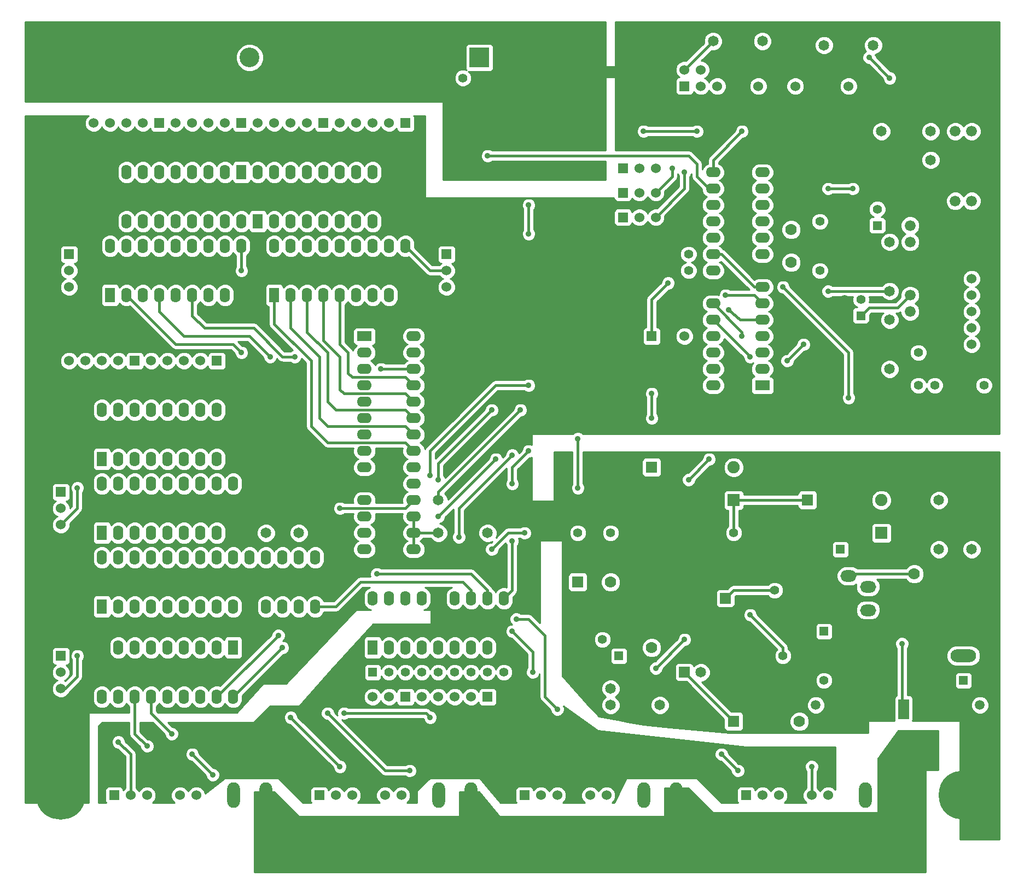
<source format=gbl>
G04 (created by PCBNEW-RS274X (2011-05-25)-stable) date Sun 10 Jun 2012 11:37:39 PM MDT*
G01*
G70*
G90*
%MOIN*%
G04 Gerber Fmt 3.4, Leading zero omitted, Abs format*
%FSLAX34Y34*%
G04 APERTURE LIST*
%ADD10C,0.006000*%
%ADD11C,0.059100*%
%ADD12R,0.060000X0.060000*%
%ADD13C,0.060000*%
%ADD14C,0.066000*%
%ADD15R,0.075000X0.075000*%
%ADD16C,0.075000*%
%ADD17O,0.090000X0.062000*%
%ADD18R,0.090000X0.062000*%
%ADD19O,0.062000X0.090000*%
%ADD20R,0.062000X0.090000*%
%ADD21C,0.070000*%
%ADD22R,0.070000X0.070000*%
%ADD23R,0.055000X0.055000*%
%ADD24C,0.055000*%
%ADD25O,0.156000X0.078000*%
%ADD26R,0.065000X0.065000*%
%ADD27C,0.065000*%
%ADD28R,0.120000X0.120000*%
%ADD29C,0.120000*%
%ADD30O,0.078000X0.156000*%
%ADD31O,0.098400X0.070900*%
%ADD32C,0.300000*%
%ADD33R,0.065000X0.120000*%
%ADD34R,0.240000X0.240000*%
%ADD35C,0.035000*%
%ADD36C,0.015800*%
%ADD37C,0.010000*%
G04 APERTURE END LIST*
G54D10*
G54D11*
X86750Y-54250D03*
X76750Y-54250D03*
G54D12*
X65000Y-23000D03*
G54D13*
X66000Y-23000D03*
X67000Y-23000D03*
G54D12*
X65000Y-24500D03*
G54D13*
X66000Y-24500D03*
X67000Y-24500D03*
G54D12*
X65000Y-21500D03*
G54D13*
X66000Y-21500D03*
X67000Y-21500D03*
G54D12*
X34000Y-59750D03*
G54D13*
X35000Y-59750D03*
X36000Y-59750D03*
X37000Y-59750D03*
X38000Y-59750D03*
X39000Y-59750D03*
G54D12*
X46500Y-59750D03*
G54D13*
X47500Y-59750D03*
X48500Y-59750D03*
X49500Y-59750D03*
X50500Y-59750D03*
X51500Y-59750D03*
G54D14*
X85250Y-19250D03*
X86250Y-19250D03*
X86250Y-23500D03*
X85250Y-23500D03*
G54D15*
X71750Y-41750D03*
G54D16*
X71750Y-39750D03*
G54D15*
X80750Y-43750D03*
G54D16*
X80750Y-41750D03*
G54D17*
X49250Y-32750D03*
X49250Y-33750D03*
X49250Y-34750D03*
X49250Y-35750D03*
X49250Y-36750D03*
X49250Y-37750D03*
X49250Y-38750D03*
X49250Y-39750D03*
X49250Y-40750D03*
X49250Y-41750D03*
X49250Y-42750D03*
X49250Y-43750D03*
X49250Y-44750D03*
G54D18*
X49250Y-31750D03*
G54D17*
X52250Y-44750D03*
X52250Y-43750D03*
X52250Y-42750D03*
X52250Y-41750D03*
X52250Y-40750D03*
X52250Y-39750D03*
X52250Y-38750D03*
X52250Y-37750D03*
X52250Y-36750D03*
X52250Y-35750D03*
X52250Y-34750D03*
X52250Y-33750D03*
X52250Y-32750D03*
X52250Y-31750D03*
G54D19*
X34250Y-48250D03*
X35250Y-48250D03*
X36250Y-48250D03*
X37250Y-48250D03*
X38250Y-48250D03*
X39250Y-48250D03*
X40250Y-48250D03*
X41250Y-48250D03*
X42250Y-48250D03*
X43250Y-48250D03*
X44250Y-48250D03*
X45250Y-48250D03*
X46250Y-48250D03*
G54D20*
X33250Y-48250D03*
G54D19*
X46250Y-45250D03*
X45250Y-45250D03*
X44250Y-45250D03*
X43250Y-45250D03*
X42250Y-45250D03*
X41250Y-45250D03*
X40250Y-45250D03*
X39250Y-45250D03*
X38250Y-45250D03*
X37250Y-45250D03*
X36250Y-45250D03*
X35250Y-45250D03*
X34250Y-45250D03*
X33250Y-45250D03*
G54D20*
X49750Y-50750D03*
G54D19*
X50750Y-50750D03*
X51750Y-50750D03*
X52750Y-50750D03*
X53750Y-50750D03*
X54750Y-50750D03*
X55750Y-50750D03*
X56750Y-50750D03*
X57750Y-50750D03*
X57750Y-47750D03*
X56750Y-47750D03*
X55750Y-47750D03*
X54750Y-47750D03*
X53750Y-47750D03*
X52750Y-47750D03*
X51750Y-47750D03*
X50750Y-47750D03*
X49750Y-47750D03*
G54D21*
X82750Y-46250D03*
G54D22*
X86750Y-46250D03*
G54D23*
X85750Y-52750D03*
G54D24*
X82750Y-52750D03*
X69000Y-26750D03*
X67000Y-26750D03*
X74750Y-51250D03*
X72750Y-51250D03*
X55250Y-18000D03*
X55250Y-16000D03*
X77000Y-26750D03*
X77000Y-27750D03*
X69750Y-43750D03*
X71750Y-43750D03*
X77000Y-25750D03*
X77000Y-24750D03*
G54D12*
X59000Y-59750D03*
G54D13*
X60000Y-59750D03*
X61000Y-59750D03*
X62000Y-59750D03*
X63000Y-59750D03*
X64000Y-59750D03*
G54D22*
X66750Y-39750D03*
G54D21*
X66750Y-41750D03*
G54D24*
X83000Y-34750D03*
X83000Y-32750D03*
G54D21*
X66750Y-50750D03*
G54D22*
X66750Y-45750D03*
G54D21*
X75750Y-55250D03*
G54D22*
X71750Y-55250D03*
G54D23*
X77250Y-49750D03*
G54D24*
X77250Y-52750D03*
G54D23*
X78250Y-44750D03*
G54D24*
X75250Y-44750D03*
G54D12*
X72500Y-59750D03*
G54D13*
X73500Y-59750D03*
X74500Y-59750D03*
X75500Y-59750D03*
X76500Y-59750D03*
X77500Y-59750D03*
G54D17*
X73500Y-33750D03*
X73500Y-32750D03*
X73500Y-31750D03*
X73500Y-30750D03*
X73500Y-29750D03*
X73500Y-28750D03*
X73500Y-27750D03*
X73500Y-26750D03*
X73500Y-25750D03*
X73500Y-24750D03*
X73500Y-23750D03*
X73500Y-22750D03*
X73500Y-21750D03*
G54D18*
X73500Y-34750D03*
G54D17*
X70500Y-21750D03*
X70500Y-22750D03*
X70500Y-23750D03*
X70500Y-24750D03*
X70500Y-25750D03*
X70500Y-26750D03*
X70500Y-27750D03*
X70500Y-28750D03*
X70500Y-29750D03*
X70500Y-30750D03*
X70500Y-31750D03*
X70500Y-32750D03*
X70500Y-33750D03*
X70500Y-34750D03*
G54D12*
X68750Y-16500D03*
G54D13*
X68750Y-15500D03*
X69750Y-16500D03*
X69750Y-15500D03*
X70750Y-16500D03*
X70750Y-15500D03*
G54D24*
X87000Y-34750D03*
X87000Y-36750D03*
X84000Y-34750D03*
X84000Y-36750D03*
G54D25*
X85750Y-51240D03*
X85750Y-49270D03*
G54D26*
X68750Y-52250D03*
G54D27*
X69750Y-52250D03*
G54D22*
X62250Y-46750D03*
G54D21*
X64250Y-46750D03*
G54D24*
X64250Y-43750D03*
X62250Y-43750D03*
G54D22*
X76250Y-41750D03*
G54D21*
X76250Y-39750D03*
G54D26*
X71250Y-47750D03*
G54D27*
X71250Y-48750D03*
G54D24*
X74250Y-49250D03*
X74250Y-47250D03*
X67000Y-27750D03*
X69000Y-27750D03*
G54D27*
X67250Y-54250D03*
X64250Y-54250D03*
X64250Y-53250D03*
X67250Y-53250D03*
X86250Y-41750D03*
X86250Y-44750D03*
X84250Y-44750D03*
X84250Y-41750D03*
X45250Y-43750D03*
X45250Y-40750D03*
X70500Y-13750D03*
X73500Y-13750D03*
G54D23*
X64750Y-51250D03*
G54D24*
X63750Y-51250D03*
X63750Y-50250D03*
G54D21*
X75250Y-25250D03*
X75250Y-27250D03*
G54D20*
X43750Y-29250D03*
G54D19*
X44750Y-29250D03*
X45750Y-29250D03*
X46750Y-29250D03*
X47750Y-29250D03*
X48750Y-29250D03*
X49750Y-29250D03*
X50750Y-29250D03*
X51750Y-29250D03*
X51750Y-26250D03*
X50750Y-26250D03*
X49750Y-26250D03*
X48750Y-26250D03*
X47750Y-26250D03*
X46750Y-26250D03*
X45750Y-26250D03*
X44750Y-26250D03*
X43750Y-26250D03*
G54D20*
X33750Y-29250D03*
G54D19*
X34750Y-29250D03*
X35750Y-29250D03*
X36750Y-29250D03*
X37750Y-29250D03*
X38750Y-29250D03*
X39750Y-29250D03*
X40750Y-29250D03*
X41750Y-29250D03*
X41750Y-26250D03*
X40750Y-26250D03*
X39750Y-26250D03*
X38750Y-26250D03*
X37750Y-26250D03*
X36750Y-26250D03*
X35750Y-26250D03*
X34750Y-26250D03*
X33750Y-26250D03*
G54D20*
X33250Y-43750D03*
G54D19*
X34250Y-43750D03*
X35250Y-43750D03*
X36250Y-43750D03*
X37250Y-43750D03*
X38250Y-43750D03*
X39250Y-43750D03*
X40250Y-43750D03*
X41250Y-43750D03*
X41250Y-40750D03*
X40250Y-40750D03*
X39250Y-40750D03*
X38250Y-40750D03*
X37250Y-40750D03*
X36250Y-40750D03*
X35250Y-40750D03*
X34250Y-40750D03*
X33250Y-40750D03*
G54D20*
X41250Y-50750D03*
G54D19*
X40250Y-50750D03*
X39250Y-50750D03*
X38250Y-50750D03*
X37250Y-50750D03*
X36250Y-50750D03*
X35250Y-50750D03*
X34250Y-50750D03*
X33250Y-50750D03*
X33250Y-53750D03*
X34250Y-53750D03*
X35250Y-53750D03*
X36250Y-53750D03*
X37250Y-53750D03*
X38250Y-53750D03*
X39250Y-53750D03*
X40250Y-53750D03*
X41250Y-53750D03*
G54D27*
X83750Y-21000D03*
X80750Y-21000D03*
X83750Y-19250D03*
X80750Y-19250D03*
G54D28*
X56250Y-14750D03*
G54D29*
X42250Y-14750D03*
G54D27*
X53750Y-43750D03*
X56750Y-43750D03*
G54D30*
X41270Y-59750D03*
X43240Y-59750D03*
X79760Y-59750D03*
X81730Y-59750D03*
X53760Y-59750D03*
X55730Y-59750D03*
X66260Y-59750D03*
X68230Y-59750D03*
G54D20*
X41750Y-21750D03*
G54D19*
X40750Y-21750D03*
X39750Y-21750D03*
X38750Y-21750D03*
X37750Y-21750D03*
X36750Y-21750D03*
X35750Y-21750D03*
X34750Y-21750D03*
X34750Y-24750D03*
X35750Y-24750D03*
X36750Y-24750D03*
X37750Y-24750D03*
X38750Y-24750D03*
X39750Y-24750D03*
X40750Y-24750D03*
X41750Y-24750D03*
G54D20*
X42750Y-24750D03*
G54D19*
X43750Y-24750D03*
X44750Y-24750D03*
X45750Y-24750D03*
X46750Y-24750D03*
X47750Y-24750D03*
X48750Y-24750D03*
X49750Y-24750D03*
X49750Y-21750D03*
X48750Y-21750D03*
X47750Y-21750D03*
X46750Y-21750D03*
X45750Y-21750D03*
X44750Y-21750D03*
X43750Y-21750D03*
X42750Y-21750D03*
G54D12*
X86250Y-33250D03*
G54D13*
X86250Y-32250D03*
X86250Y-31250D03*
X86250Y-30250D03*
X86250Y-29250D03*
X86250Y-28250D03*
G54D31*
X78754Y-47750D03*
X78754Y-46372D03*
X78754Y-49128D03*
X79935Y-48459D03*
X79935Y-47041D03*
G54D32*
X30750Y-14750D03*
X85750Y-14750D03*
X30750Y-59750D03*
X85750Y-59750D03*
G54D23*
X49750Y-52250D03*
G54D24*
X50750Y-52250D03*
X51750Y-52250D03*
X52750Y-52250D03*
X53750Y-52250D03*
X54750Y-52250D03*
X55750Y-52250D03*
X56750Y-52250D03*
X57750Y-52250D03*
G54D27*
X81250Y-29000D03*
X81250Y-26000D03*
X81250Y-30750D03*
X81250Y-33750D03*
X53750Y-41750D03*
X56750Y-41750D03*
X43250Y-43750D03*
X43250Y-40750D03*
G54D12*
X51750Y-53750D03*
G54D13*
X50750Y-53750D03*
X49750Y-53750D03*
G54D12*
X54250Y-26750D03*
G54D13*
X54250Y-27750D03*
X54250Y-28750D03*
G54D12*
X31250Y-26750D03*
G54D13*
X31250Y-27750D03*
X31250Y-28750D03*
G54D12*
X30750Y-41250D03*
G54D13*
X30750Y-42250D03*
X30750Y-43250D03*
G54D12*
X30750Y-51250D03*
G54D13*
X30750Y-52250D03*
X30750Y-53250D03*
G54D14*
X82500Y-30250D03*
X82500Y-29250D03*
X82500Y-26000D03*
X82500Y-25000D03*
G54D20*
X33250Y-39250D03*
G54D19*
X34250Y-39250D03*
X35250Y-39250D03*
X36250Y-39250D03*
X37250Y-39250D03*
X38250Y-39250D03*
X39250Y-39250D03*
X40250Y-39250D03*
X40250Y-36250D03*
X39250Y-36250D03*
X38250Y-36250D03*
X37250Y-36250D03*
X36250Y-36250D03*
X35250Y-36250D03*
X34250Y-36250D03*
X33250Y-36250D03*
G54D12*
X41750Y-18750D03*
G54D13*
X40750Y-18750D03*
X39750Y-18750D03*
X38750Y-18750D03*
X37750Y-18750D03*
G54D12*
X51750Y-18750D03*
G54D13*
X50750Y-18750D03*
X49750Y-18750D03*
X48750Y-18750D03*
X47750Y-18750D03*
G54D12*
X56750Y-53750D03*
G54D13*
X55750Y-53750D03*
X54750Y-53750D03*
X53750Y-53750D03*
X52750Y-53750D03*
G54D12*
X40250Y-33250D03*
G54D13*
X39250Y-33250D03*
X38250Y-33250D03*
X37250Y-33250D03*
X36250Y-33250D03*
G54D23*
X79500Y-30500D03*
G54D24*
X79500Y-29500D03*
X78500Y-29500D03*
G54D23*
X80500Y-25000D03*
G54D24*
X80500Y-24000D03*
X79500Y-24000D03*
G54D12*
X75500Y-15500D03*
G54D13*
X75500Y-16500D03*
G54D12*
X73250Y-15500D03*
G54D13*
X73250Y-16500D03*
G54D12*
X36750Y-18750D03*
G54D13*
X35750Y-18750D03*
X34750Y-18750D03*
X33750Y-18750D03*
X32750Y-18750D03*
G54D12*
X46750Y-18750D03*
G54D13*
X45750Y-18750D03*
X44750Y-18750D03*
X43750Y-18750D03*
X42750Y-18750D03*
G54D12*
X35250Y-33250D03*
G54D13*
X34250Y-33250D03*
X33250Y-33250D03*
X32250Y-33250D03*
X31250Y-33250D03*
G54D27*
X77250Y-14000D03*
X80250Y-14000D03*
G54D12*
X66750Y-31750D03*
G54D13*
X67750Y-31750D03*
X68750Y-31750D03*
G54D12*
X78750Y-17500D03*
G54D13*
X78750Y-16500D03*
X78750Y-15500D03*
G54D33*
X82100Y-54500D03*
G54D34*
X83000Y-57000D03*
G54D33*
X83900Y-54500D03*
G54D35*
X58250Y-39000D03*
X55000Y-44000D03*
X57000Y-36250D03*
X53750Y-40500D03*
X62250Y-38000D03*
X62250Y-41000D03*
X57000Y-44750D03*
X59000Y-43750D03*
X58250Y-44250D03*
X58250Y-40750D03*
X59250Y-38750D03*
X53250Y-40250D03*
X59250Y-34750D03*
X71450Y-30150D03*
X82000Y-50500D03*
X78750Y-35500D03*
X74750Y-28750D03*
X59250Y-23750D03*
X57250Y-39250D03*
X59250Y-25500D03*
X53750Y-42750D03*
X50000Y-46250D03*
X71250Y-29250D03*
X58750Y-36250D03*
X52250Y-41750D03*
X47750Y-42250D03*
X72750Y-33000D03*
X72250Y-31750D03*
X70250Y-39250D03*
X69000Y-40500D03*
X68750Y-50250D03*
X67000Y-52000D03*
X63000Y-14000D03*
X72500Y-52750D03*
X68750Y-21750D03*
X76000Y-32250D03*
X75000Y-33250D03*
X66250Y-19250D03*
X69500Y-19250D03*
X72250Y-19250D03*
X68000Y-21500D03*
X56750Y-20750D03*
X77500Y-22750D03*
X79000Y-22750D03*
X81250Y-16000D03*
X80000Y-14750D03*
X45000Y-33000D03*
X41750Y-27750D03*
X41750Y-32750D03*
X43500Y-33000D03*
X50250Y-33750D03*
X66750Y-36750D03*
X66750Y-35250D03*
X67750Y-28500D03*
X31750Y-51250D03*
X31750Y-41000D03*
X77500Y-29000D03*
X72750Y-48750D03*
X34250Y-56500D03*
X36000Y-56750D03*
X37500Y-56000D03*
X38750Y-57250D03*
X40000Y-58500D03*
X47750Y-58000D03*
X44750Y-55000D03*
X48000Y-54750D03*
X53250Y-55000D03*
X47000Y-54750D03*
X52000Y-58250D03*
X44000Y-50000D03*
X58500Y-49000D03*
X61000Y-54500D03*
X71000Y-57250D03*
X72000Y-58250D03*
X44250Y-50750D03*
X58250Y-49750D03*
X59500Y-52250D03*
X76500Y-58000D03*
G54D36*
X55000Y-44000D02*
X55000Y-42250D01*
X55000Y-42250D02*
X58250Y-39000D01*
X46250Y-48250D02*
X47250Y-48250D01*
X55750Y-47250D02*
X55750Y-47750D01*
X55250Y-46750D02*
X55750Y-47250D01*
X49000Y-46750D02*
X55250Y-46750D01*
X47500Y-48250D02*
X49000Y-46750D01*
X47250Y-48250D02*
X47500Y-48250D01*
X53750Y-40500D02*
X53750Y-39500D01*
X53750Y-39500D02*
X57000Y-36250D01*
X62250Y-41000D02*
X62250Y-38000D01*
X58000Y-43750D02*
X57000Y-44750D01*
X59000Y-43750D02*
X58000Y-43750D01*
X58250Y-47250D02*
X58250Y-44250D01*
X58250Y-40750D02*
X58250Y-39750D01*
X58250Y-39750D02*
X59250Y-38750D01*
X57750Y-47750D02*
X58250Y-47250D01*
X53250Y-40250D02*
X53250Y-38750D01*
X53250Y-38750D02*
X56750Y-35250D01*
X57250Y-34750D02*
X59250Y-34750D01*
X56750Y-35250D02*
X57250Y-34750D01*
X73500Y-30750D02*
X72150Y-30750D01*
X72150Y-30750D02*
X71450Y-30150D01*
X82000Y-54350D02*
X82000Y-50500D01*
X82000Y-54350D02*
X82100Y-54500D01*
X78750Y-32750D02*
X78750Y-35500D01*
X74750Y-28750D02*
X78750Y-32750D01*
X59250Y-23750D02*
X59250Y-25500D01*
X53750Y-42750D02*
X57250Y-39250D01*
X59250Y-25500D02*
X59250Y-25250D01*
X56750Y-47250D02*
X56750Y-47750D01*
X55750Y-46250D02*
X56750Y-47250D01*
X50000Y-46250D02*
X55750Y-46250D01*
X53750Y-41750D02*
X53750Y-41250D01*
X73000Y-29250D02*
X73500Y-29750D01*
X71250Y-29250D02*
X73000Y-29250D01*
X53750Y-41250D02*
X58750Y-36250D01*
X52250Y-41750D02*
X51750Y-42250D01*
X51750Y-42250D02*
X47750Y-42250D01*
X72500Y-32750D02*
X70500Y-30750D01*
X72750Y-33000D02*
X72500Y-32750D01*
X72250Y-31500D02*
X70500Y-29750D01*
X72250Y-31750D02*
X72250Y-31500D01*
X69000Y-40500D02*
X70250Y-39250D01*
X67000Y-52000D02*
X68750Y-50250D01*
X67000Y-24500D02*
X68750Y-22750D01*
X68750Y-22750D02*
X68750Y-21750D01*
X75000Y-33250D02*
X76000Y-32250D01*
X66250Y-19250D02*
X69500Y-19250D01*
X70500Y-21000D02*
X70500Y-21750D01*
X72250Y-19250D02*
X70500Y-21000D01*
X68000Y-22000D02*
X67000Y-23000D01*
X68000Y-21500D02*
X68000Y-22000D01*
X70500Y-22750D02*
X70250Y-22750D01*
X69000Y-20750D02*
X56750Y-20750D01*
X69500Y-21250D02*
X69000Y-20750D01*
X69500Y-22000D02*
X69500Y-21250D01*
X70250Y-22750D02*
X69500Y-22000D01*
X77500Y-22750D02*
X77500Y-22750D01*
X79000Y-22750D02*
X77500Y-22750D01*
X81250Y-16000D02*
X80000Y-14750D01*
X79500Y-30500D02*
X80000Y-30000D01*
X81750Y-30000D02*
X82500Y-29250D01*
X80000Y-30000D02*
X81750Y-30000D01*
X52250Y-38750D02*
X51750Y-38250D01*
X43750Y-31000D02*
X43750Y-29250D01*
X46000Y-33250D02*
X43750Y-31000D01*
X46000Y-37250D02*
X46000Y-33250D01*
X47000Y-38250D02*
X46000Y-37250D01*
X51750Y-38250D02*
X47000Y-38250D01*
X45750Y-29250D02*
X45750Y-31250D01*
X51750Y-36250D02*
X52250Y-36750D01*
X47500Y-36250D02*
X51750Y-36250D01*
X47000Y-35750D02*
X47500Y-36250D01*
X47000Y-32750D02*
X47000Y-35750D01*
X45750Y-31500D02*
X47000Y-32750D01*
X45750Y-31250D02*
X45750Y-31500D01*
X47750Y-29250D02*
X47750Y-31750D01*
X51750Y-34250D02*
X52250Y-34750D01*
X48500Y-34250D02*
X51750Y-34250D01*
X48250Y-34000D02*
X48500Y-34250D01*
X48250Y-32750D02*
X48250Y-34000D01*
X47750Y-32250D02*
X48250Y-32750D01*
X47750Y-31750D02*
X47750Y-32250D01*
X51750Y-26250D02*
X53250Y-27750D01*
X53250Y-27750D02*
X54250Y-27750D01*
X38750Y-30500D02*
X38750Y-29250D01*
X39500Y-31250D02*
X38750Y-30500D01*
X42500Y-31250D02*
X39500Y-31250D01*
X44250Y-33000D02*
X42500Y-31250D01*
X44500Y-33000D02*
X44250Y-33000D01*
X45000Y-33000D02*
X44500Y-33000D01*
X41750Y-26250D02*
X41750Y-27750D01*
X37750Y-32250D02*
X34750Y-29250D01*
X41250Y-32250D02*
X37750Y-32250D01*
X41750Y-32750D02*
X41250Y-32250D01*
X36750Y-30250D02*
X36750Y-29250D01*
X38250Y-31750D02*
X36750Y-30250D01*
X42250Y-31750D02*
X38250Y-31750D01*
X43500Y-33000D02*
X42250Y-31750D01*
X46750Y-29250D02*
X46750Y-31250D01*
X51750Y-35250D02*
X52250Y-35750D01*
X48000Y-35250D02*
X51750Y-35250D01*
X47750Y-35000D02*
X48000Y-35250D01*
X47750Y-33000D02*
X47750Y-35000D01*
X46750Y-32000D02*
X47750Y-33000D01*
X46750Y-31250D02*
X46750Y-32000D01*
X52250Y-33750D02*
X50250Y-33750D01*
X53750Y-43750D02*
X52250Y-43750D01*
X52250Y-43750D02*
X52250Y-42750D01*
X52250Y-42750D02*
X52250Y-44750D01*
X44750Y-29250D02*
X44750Y-31250D01*
X51750Y-37250D02*
X52250Y-37750D01*
X47000Y-37250D02*
X51750Y-37250D01*
X46500Y-36750D02*
X47000Y-37250D01*
X46500Y-33000D02*
X46500Y-36750D01*
X44750Y-31250D02*
X46500Y-33000D01*
X68750Y-52250D02*
X71750Y-55250D01*
X78754Y-46372D02*
X78878Y-46372D01*
X79000Y-46250D02*
X82750Y-46250D01*
X78878Y-46372D02*
X79000Y-46250D01*
X74250Y-47250D02*
X71750Y-47250D01*
X71750Y-47250D02*
X71250Y-47750D01*
X76250Y-41750D02*
X71750Y-41750D01*
X71750Y-41750D02*
X71750Y-43750D01*
X66750Y-35250D02*
X66750Y-36750D01*
X70500Y-26750D02*
X71000Y-26750D01*
X73000Y-28750D02*
X73500Y-28750D01*
X71000Y-26750D02*
X73000Y-28750D01*
X66750Y-31750D02*
X66750Y-29500D01*
X66750Y-29500D02*
X67750Y-28500D01*
X30750Y-53250D02*
X31000Y-53250D01*
X31750Y-52500D02*
X31750Y-51250D01*
X31000Y-53250D02*
X31750Y-52500D01*
X31750Y-42250D02*
X30750Y-43250D01*
X31750Y-41000D02*
X31750Y-42250D01*
X81250Y-29000D02*
X77500Y-29000D01*
X70500Y-13750D02*
X68750Y-15500D01*
X74750Y-51250D02*
X74750Y-50750D01*
X74750Y-50750D02*
X72750Y-48750D01*
X35000Y-57250D02*
X35000Y-59750D01*
X34250Y-56500D02*
X35000Y-57250D01*
X35250Y-56000D02*
X35250Y-53750D01*
X36000Y-56750D02*
X35250Y-56000D01*
X36250Y-54750D02*
X36250Y-53750D01*
X37500Y-56000D02*
X36250Y-54750D01*
X40000Y-58500D02*
X38750Y-57250D01*
X44750Y-55000D02*
X47750Y-58000D01*
X53000Y-54750D02*
X48000Y-54750D01*
X53250Y-55000D02*
X53000Y-54750D01*
X50500Y-58250D02*
X47000Y-54750D01*
X52000Y-58250D02*
X50500Y-58250D01*
X71000Y-57250D02*
X72000Y-58250D01*
X58500Y-49000D02*
X59250Y-49000D01*
X59250Y-49000D02*
X60250Y-50000D01*
X60250Y-50000D02*
X60250Y-53750D01*
X60250Y-53750D02*
X61000Y-54500D01*
X40250Y-53750D02*
X44000Y-50000D01*
X76500Y-59750D02*
X76500Y-58000D01*
X44250Y-50750D02*
X41250Y-53750D01*
X59500Y-51000D02*
X58250Y-49750D01*
X59500Y-52250D02*
X59500Y-51000D01*
G54D10*
G36*
X84200Y-58200D02*
X83450Y-58200D01*
X83450Y-64425D01*
X42550Y-64425D01*
X42550Y-59550D01*
X43729Y-59550D01*
X45229Y-61050D01*
X55050Y-61050D01*
X55050Y-59550D01*
X56227Y-59550D01*
X57477Y-61050D01*
X67550Y-61050D01*
X67550Y-59300D01*
X68979Y-59300D01*
X70479Y-60800D01*
X80550Y-60800D01*
X80550Y-57516D01*
X81776Y-55800D01*
X84200Y-55800D01*
X84200Y-58200D01*
X84200Y-58200D01*
G37*
G54D37*
X84200Y-58200D02*
X83450Y-58200D01*
X83450Y-64425D01*
X42550Y-64425D01*
X42550Y-59550D01*
X43729Y-59550D01*
X45229Y-61050D01*
X55050Y-61050D01*
X55050Y-59550D01*
X56227Y-59550D01*
X57477Y-61050D01*
X67550Y-61050D01*
X67550Y-59300D01*
X68979Y-59300D01*
X70479Y-60800D01*
X80550Y-60800D01*
X80550Y-57516D01*
X81776Y-55800D01*
X84200Y-55800D01*
X84200Y-58200D01*
G54D10*
G36*
X87925Y-62450D02*
X87294Y-62450D01*
X87294Y-54358D01*
X87294Y-54142D01*
X87211Y-53942D01*
X87058Y-53789D01*
X86858Y-53706D01*
X86825Y-53706D01*
X86825Y-44865D01*
X86825Y-44636D01*
X86738Y-44425D01*
X86576Y-44263D01*
X86365Y-44175D01*
X86136Y-44175D01*
X85925Y-44262D01*
X85763Y-44424D01*
X85675Y-44635D01*
X85675Y-44864D01*
X85762Y-45075D01*
X85924Y-45237D01*
X86135Y-45325D01*
X86364Y-45325D01*
X86575Y-45238D01*
X86737Y-45076D01*
X86825Y-44865D01*
X86825Y-53706D01*
X86788Y-53706D01*
X86788Y-51366D01*
X86788Y-51116D01*
X86693Y-50885D01*
X86516Y-50708D01*
X86286Y-50612D01*
X86036Y-50612D01*
X85216Y-50612D01*
X84985Y-50707D01*
X84825Y-50867D01*
X84825Y-44865D01*
X84825Y-44636D01*
X84825Y-41865D01*
X84825Y-41636D01*
X84738Y-41425D01*
X84576Y-41263D01*
X84365Y-41175D01*
X84136Y-41175D01*
X83925Y-41262D01*
X83763Y-41424D01*
X83675Y-41635D01*
X83675Y-41864D01*
X83762Y-42075D01*
X83924Y-42237D01*
X84135Y-42325D01*
X84364Y-42325D01*
X84575Y-42238D01*
X84737Y-42076D01*
X84825Y-41865D01*
X84825Y-44636D01*
X84738Y-44425D01*
X84576Y-44263D01*
X84365Y-44175D01*
X84136Y-44175D01*
X83925Y-44262D01*
X83763Y-44424D01*
X83675Y-44635D01*
X83675Y-44864D01*
X83762Y-45075D01*
X83924Y-45237D01*
X84135Y-45325D01*
X84364Y-45325D01*
X84575Y-45238D01*
X84737Y-45076D01*
X84825Y-44865D01*
X84825Y-50867D01*
X84808Y-50884D01*
X84712Y-51114D01*
X84712Y-51364D01*
X84807Y-51595D01*
X84984Y-51772D01*
X85214Y-51868D01*
X85464Y-51868D01*
X86284Y-51868D01*
X86515Y-51773D01*
X86692Y-51596D01*
X86788Y-51366D01*
X86788Y-53706D01*
X86642Y-53706D01*
X86442Y-53789D01*
X86289Y-53942D01*
X86274Y-53978D01*
X86274Y-53075D01*
X86274Y-52976D01*
X86274Y-52426D01*
X86236Y-52334D01*
X86166Y-52264D01*
X86075Y-52226D01*
X85976Y-52226D01*
X85426Y-52226D01*
X85334Y-52264D01*
X85264Y-52334D01*
X85226Y-52425D01*
X85226Y-52524D01*
X85226Y-53074D01*
X85264Y-53166D01*
X85334Y-53236D01*
X85425Y-53274D01*
X85524Y-53274D01*
X86074Y-53274D01*
X86166Y-53236D01*
X86236Y-53166D01*
X86274Y-53075D01*
X86274Y-53978D01*
X86206Y-54142D01*
X86206Y-54358D01*
X86289Y-54558D01*
X86442Y-54711D01*
X86642Y-54794D01*
X86858Y-54794D01*
X87058Y-54711D01*
X87211Y-54558D01*
X87294Y-54358D01*
X87294Y-62450D01*
X85550Y-62450D01*
X85550Y-55200D01*
X83349Y-55200D01*
X83349Y-46369D01*
X83349Y-46131D01*
X83258Y-45911D01*
X83089Y-45742D01*
X82869Y-45651D01*
X82631Y-45651D01*
X82411Y-45742D01*
X82242Y-45911D01*
X82237Y-45921D01*
X81375Y-45921D01*
X81375Y-41875D01*
X81375Y-41626D01*
X81280Y-41396D01*
X81104Y-41220D01*
X80875Y-41125D01*
X80626Y-41125D01*
X80396Y-41220D01*
X80220Y-41396D01*
X80125Y-41625D01*
X80125Y-41874D01*
X80220Y-42104D01*
X80396Y-42280D01*
X80625Y-42375D01*
X80874Y-42375D01*
X81104Y-42280D01*
X81280Y-42104D01*
X81375Y-41875D01*
X81375Y-45921D01*
X81374Y-45921D01*
X81374Y-44175D01*
X81374Y-44076D01*
X81374Y-43326D01*
X81336Y-43234D01*
X81266Y-43164D01*
X81175Y-43126D01*
X81076Y-43126D01*
X80326Y-43126D01*
X80234Y-43164D01*
X80164Y-43234D01*
X80126Y-43325D01*
X80126Y-43424D01*
X80126Y-44174D01*
X80164Y-44266D01*
X80234Y-44336D01*
X80325Y-44374D01*
X80424Y-44374D01*
X81174Y-44374D01*
X81266Y-44336D01*
X81336Y-44266D01*
X81374Y-44175D01*
X81374Y-45921D01*
X79292Y-45921D01*
X79242Y-45871D01*
X79024Y-45780D01*
X78789Y-45780D01*
X78774Y-45780D01*
X78774Y-45075D01*
X78774Y-44976D01*
X78774Y-44426D01*
X78736Y-44334D01*
X78666Y-44264D01*
X78575Y-44226D01*
X78476Y-44226D01*
X77926Y-44226D01*
X77834Y-44264D01*
X77764Y-44334D01*
X77726Y-44425D01*
X77726Y-44524D01*
X77726Y-45074D01*
X77764Y-45166D01*
X77834Y-45236D01*
X77925Y-45274D01*
X78024Y-45274D01*
X78574Y-45274D01*
X78666Y-45236D01*
X78736Y-45166D01*
X78774Y-45075D01*
X78774Y-45780D01*
X78485Y-45780D01*
X78267Y-45870D01*
X78101Y-46036D01*
X78010Y-46254D01*
X78010Y-46489D01*
X78100Y-46707D01*
X78266Y-46873D01*
X78484Y-46964D01*
X78719Y-46964D01*
X79023Y-46964D01*
X79205Y-46888D01*
X79191Y-46923D01*
X79191Y-47158D01*
X79281Y-47376D01*
X79447Y-47542D01*
X79665Y-47633D01*
X79900Y-47633D01*
X80204Y-47633D01*
X80422Y-47543D01*
X80588Y-47377D01*
X80679Y-47159D01*
X80679Y-46924D01*
X80589Y-46706D01*
X80462Y-46579D01*
X82237Y-46579D01*
X82242Y-46589D01*
X82411Y-46758D01*
X82631Y-46849D01*
X82869Y-46849D01*
X83089Y-46758D01*
X83258Y-46589D01*
X83349Y-46369D01*
X83349Y-55200D01*
X82653Y-55200D01*
X82674Y-55150D01*
X82674Y-55051D01*
X82674Y-53851D01*
X82636Y-53759D01*
X82566Y-53689D01*
X82475Y-53651D01*
X82376Y-53651D01*
X82329Y-53651D01*
X82329Y-50772D01*
X82360Y-50741D01*
X82425Y-50585D01*
X82425Y-50416D01*
X82361Y-50260D01*
X82241Y-50140D01*
X82085Y-50075D01*
X81916Y-50075D01*
X81760Y-50139D01*
X81640Y-50259D01*
X81575Y-50415D01*
X81575Y-50584D01*
X81639Y-50740D01*
X81671Y-50772D01*
X81671Y-53673D01*
X81634Y-53689D01*
X81564Y-53759D01*
X81526Y-53850D01*
X81526Y-53949D01*
X81526Y-55149D01*
X81547Y-55200D01*
X80679Y-55200D01*
X80679Y-48577D01*
X80679Y-48342D01*
X80589Y-48124D01*
X80423Y-47958D01*
X80205Y-47867D01*
X79970Y-47867D01*
X79666Y-47867D01*
X79448Y-47957D01*
X79282Y-48123D01*
X79191Y-48341D01*
X79191Y-48576D01*
X79281Y-48794D01*
X79447Y-48960D01*
X79665Y-49051D01*
X79900Y-49051D01*
X80204Y-49051D01*
X80422Y-48961D01*
X80588Y-48795D01*
X80679Y-48577D01*
X80679Y-55200D01*
X79950Y-55200D01*
X79950Y-55950D01*
X77775Y-55950D01*
X77775Y-52855D01*
X77775Y-52646D01*
X77774Y-52643D01*
X77774Y-50075D01*
X77774Y-49976D01*
X77774Y-49426D01*
X77736Y-49334D01*
X77666Y-49264D01*
X77575Y-49226D01*
X77476Y-49226D01*
X76926Y-49226D01*
X76849Y-49257D01*
X76849Y-42150D01*
X76849Y-42051D01*
X76849Y-41351D01*
X76811Y-41259D01*
X76741Y-41189D01*
X76650Y-41151D01*
X76551Y-41151D01*
X75851Y-41151D01*
X75759Y-41189D01*
X75689Y-41259D01*
X75651Y-41350D01*
X75651Y-41421D01*
X72375Y-41421D01*
X72375Y-39875D01*
X72375Y-39626D01*
X72280Y-39396D01*
X72104Y-39220D01*
X71875Y-39125D01*
X71626Y-39125D01*
X71396Y-39220D01*
X71220Y-39396D01*
X71125Y-39625D01*
X71125Y-39874D01*
X71220Y-40104D01*
X71396Y-40280D01*
X71625Y-40375D01*
X71874Y-40375D01*
X72104Y-40280D01*
X72280Y-40104D01*
X72375Y-39875D01*
X72375Y-41421D01*
X72374Y-41421D01*
X72374Y-41326D01*
X72336Y-41234D01*
X72266Y-41164D01*
X72175Y-41126D01*
X72076Y-41126D01*
X71326Y-41126D01*
X71234Y-41164D01*
X71164Y-41234D01*
X71126Y-41325D01*
X71126Y-41424D01*
X71126Y-42174D01*
X71164Y-42266D01*
X71234Y-42336D01*
X71325Y-42374D01*
X71421Y-42374D01*
X71421Y-43336D01*
X71305Y-43452D01*
X71225Y-43645D01*
X71225Y-43854D01*
X71305Y-44047D01*
X71452Y-44195D01*
X71645Y-44275D01*
X71854Y-44275D01*
X72047Y-44195D01*
X72195Y-44048D01*
X72275Y-43855D01*
X72275Y-43646D01*
X72195Y-43453D01*
X72079Y-43336D01*
X72079Y-42374D01*
X72174Y-42374D01*
X72266Y-42336D01*
X72336Y-42266D01*
X72374Y-42175D01*
X72374Y-42079D01*
X75651Y-42079D01*
X75651Y-42149D01*
X75689Y-42241D01*
X75759Y-42311D01*
X75850Y-42349D01*
X75949Y-42349D01*
X76649Y-42349D01*
X76741Y-42311D01*
X76811Y-42241D01*
X76849Y-42150D01*
X76849Y-49257D01*
X76834Y-49264D01*
X76764Y-49334D01*
X76726Y-49425D01*
X76726Y-49524D01*
X76726Y-50074D01*
X76764Y-50166D01*
X76834Y-50236D01*
X76925Y-50274D01*
X77024Y-50274D01*
X77574Y-50274D01*
X77666Y-50236D01*
X77736Y-50166D01*
X77774Y-50075D01*
X77774Y-52643D01*
X77695Y-52453D01*
X77548Y-52305D01*
X77355Y-52225D01*
X77146Y-52225D01*
X76953Y-52305D01*
X76805Y-52452D01*
X76725Y-52645D01*
X76725Y-52854D01*
X76805Y-53047D01*
X76952Y-53195D01*
X77145Y-53275D01*
X77354Y-53275D01*
X77547Y-53195D01*
X77695Y-53048D01*
X77775Y-52855D01*
X77775Y-55950D01*
X77294Y-55950D01*
X77294Y-54358D01*
X77294Y-54142D01*
X77211Y-53942D01*
X77058Y-53789D01*
X76858Y-53706D01*
X76642Y-53706D01*
X76442Y-53789D01*
X76289Y-53942D01*
X76206Y-54142D01*
X76206Y-54358D01*
X76289Y-54558D01*
X76442Y-54711D01*
X76642Y-54794D01*
X76858Y-54794D01*
X77058Y-54711D01*
X77211Y-54558D01*
X77294Y-54358D01*
X77294Y-55950D01*
X76349Y-55950D01*
X76349Y-55369D01*
X76349Y-55131D01*
X76258Y-54911D01*
X76089Y-54742D01*
X75869Y-54651D01*
X75631Y-54651D01*
X75411Y-54742D01*
X75275Y-54878D01*
X75275Y-51355D01*
X75275Y-51146D01*
X75195Y-50953D01*
X75079Y-50836D01*
X75079Y-50750D01*
X75054Y-50624D01*
X74983Y-50517D01*
X74980Y-50515D01*
X74775Y-50309D01*
X74775Y-47355D01*
X74775Y-47146D01*
X74695Y-46953D01*
X74548Y-46805D01*
X74355Y-46725D01*
X74146Y-46725D01*
X73953Y-46805D01*
X73836Y-46921D01*
X71750Y-46921D01*
X71624Y-46946D01*
X71517Y-47017D01*
X71358Y-47176D01*
X70876Y-47176D01*
X70784Y-47214D01*
X70714Y-47284D01*
X70676Y-47375D01*
X70676Y-47474D01*
X70676Y-48124D01*
X70714Y-48216D01*
X70784Y-48286D01*
X70875Y-48324D01*
X70974Y-48324D01*
X71624Y-48324D01*
X71716Y-48286D01*
X71786Y-48216D01*
X71824Y-48125D01*
X71824Y-48026D01*
X71824Y-47642D01*
X71887Y-47579D01*
X73836Y-47579D01*
X73952Y-47695D01*
X74145Y-47775D01*
X74354Y-47775D01*
X74547Y-47695D01*
X74695Y-47548D01*
X74775Y-47355D01*
X74775Y-50309D01*
X73175Y-48709D01*
X73175Y-48666D01*
X73111Y-48510D01*
X72991Y-48390D01*
X72835Y-48325D01*
X72666Y-48325D01*
X72510Y-48389D01*
X72390Y-48509D01*
X72325Y-48665D01*
X72325Y-48834D01*
X72389Y-48990D01*
X72509Y-49110D01*
X72665Y-49175D01*
X72709Y-49175D01*
X74396Y-50861D01*
X74305Y-50952D01*
X74225Y-51145D01*
X74225Y-51354D01*
X74305Y-51547D01*
X74452Y-51695D01*
X74645Y-51775D01*
X74854Y-51775D01*
X75047Y-51695D01*
X75195Y-51548D01*
X75275Y-51355D01*
X75275Y-54878D01*
X75242Y-54911D01*
X75151Y-55131D01*
X75151Y-55369D01*
X75242Y-55589D01*
X75411Y-55758D01*
X75631Y-55849D01*
X75869Y-55849D01*
X76089Y-55758D01*
X76258Y-55589D01*
X76349Y-55369D01*
X76349Y-55950D01*
X72349Y-55950D01*
X72349Y-55650D01*
X72349Y-55551D01*
X72349Y-54851D01*
X72311Y-54759D01*
X72241Y-54689D01*
X72150Y-54651D01*
X72051Y-54651D01*
X71616Y-54651D01*
X70675Y-53710D01*
X70675Y-39335D01*
X70675Y-39166D01*
X70611Y-39010D01*
X70491Y-38890D01*
X70335Y-38825D01*
X70166Y-38825D01*
X70010Y-38889D01*
X69890Y-39009D01*
X69825Y-39165D01*
X69825Y-39209D01*
X68959Y-40075D01*
X68916Y-40075D01*
X68760Y-40139D01*
X68640Y-40259D01*
X68575Y-40415D01*
X68575Y-40584D01*
X68639Y-40740D01*
X68759Y-40860D01*
X68915Y-40925D01*
X69084Y-40925D01*
X69240Y-40861D01*
X69360Y-40741D01*
X69425Y-40585D01*
X69425Y-40540D01*
X70290Y-39675D01*
X70334Y-39675D01*
X70490Y-39611D01*
X70610Y-39491D01*
X70675Y-39335D01*
X70675Y-53710D01*
X69790Y-52825D01*
X69864Y-52825D01*
X70075Y-52738D01*
X70237Y-52576D01*
X70325Y-52365D01*
X70325Y-52136D01*
X70238Y-51925D01*
X70076Y-51763D01*
X69865Y-51675D01*
X69636Y-51675D01*
X69425Y-51762D01*
X69320Y-51866D01*
X69286Y-51784D01*
X69216Y-51714D01*
X69175Y-51696D01*
X69175Y-50335D01*
X69175Y-50166D01*
X69111Y-50010D01*
X68991Y-49890D01*
X68835Y-49825D01*
X68666Y-49825D01*
X68510Y-49889D01*
X68390Y-50009D01*
X68325Y-50165D01*
X68325Y-50209D01*
X67349Y-51185D01*
X67349Y-50869D01*
X67349Y-50631D01*
X67349Y-40150D01*
X67349Y-40051D01*
X67349Y-39351D01*
X67311Y-39259D01*
X67241Y-39189D01*
X67150Y-39151D01*
X67051Y-39151D01*
X66351Y-39151D01*
X66259Y-39189D01*
X66189Y-39259D01*
X66151Y-39350D01*
X66151Y-39449D01*
X66151Y-40149D01*
X66189Y-40241D01*
X66259Y-40311D01*
X66350Y-40349D01*
X66449Y-40349D01*
X67149Y-40349D01*
X67241Y-40311D01*
X67311Y-40241D01*
X67349Y-40150D01*
X67349Y-50631D01*
X67258Y-50411D01*
X67089Y-50242D01*
X66869Y-50151D01*
X66631Y-50151D01*
X66411Y-50242D01*
X66242Y-50411D01*
X66151Y-50631D01*
X66151Y-50869D01*
X66242Y-51089D01*
X66411Y-51258D01*
X66631Y-51349D01*
X66869Y-51349D01*
X67089Y-51258D01*
X67258Y-51089D01*
X67349Y-50869D01*
X67349Y-51185D01*
X66959Y-51575D01*
X66916Y-51575D01*
X66760Y-51639D01*
X66640Y-51759D01*
X66575Y-51915D01*
X66575Y-52084D01*
X66639Y-52240D01*
X66759Y-52360D01*
X66915Y-52425D01*
X67084Y-52425D01*
X67240Y-52361D01*
X67360Y-52241D01*
X67425Y-52085D01*
X67425Y-52040D01*
X68790Y-50675D01*
X68834Y-50675D01*
X68990Y-50611D01*
X69110Y-50491D01*
X69175Y-50335D01*
X69175Y-51696D01*
X69125Y-51676D01*
X69026Y-51676D01*
X68376Y-51676D01*
X68284Y-51714D01*
X68214Y-51784D01*
X68176Y-51875D01*
X68176Y-51974D01*
X68176Y-52624D01*
X68214Y-52716D01*
X68284Y-52786D01*
X68375Y-52824D01*
X68474Y-52824D01*
X68858Y-52824D01*
X71151Y-55116D01*
X71151Y-55649D01*
X71189Y-55741D01*
X71259Y-55811D01*
X71350Y-55849D01*
X71449Y-55849D01*
X72149Y-55849D01*
X72241Y-55811D01*
X72311Y-55741D01*
X72349Y-55650D01*
X72349Y-55950D01*
X71502Y-55950D01*
X67825Y-55599D01*
X67825Y-54365D01*
X67825Y-54136D01*
X67738Y-53925D01*
X67576Y-53763D01*
X67365Y-53675D01*
X67136Y-53675D01*
X66925Y-53762D01*
X66763Y-53924D01*
X66675Y-54135D01*
X66675Y-54364D01*
X66762Y-54575D01*
X66924Y-54737D01*
X67135Y-54825D01*
X67364Y-54825D01*
X67575Y-54738D01*
X67737Y-54576D01*
X67825Y-54365D01*
X67825Y-55599D01*
X66257Y-55450D01*
X65274Y-55271D01*
X65274Y-51575D01*
X65274Y-51476D01*
X65274Y-50926D01*
X65236Y-50834D01*
X65166Y-50764D01*
X65075Y-50726D01*
X64976Y-50726D01*
X64849Y-50726D01*
X64849Y-46869D01*
X64849Y-46631D01*
X64775Y-46452D01*
X64775Y-43855D01*
X64775Y-43646D01*
X64695Y-43453D01*
X64548Y-43305D01*
X64355Y-43225D01*
X64146Y-43225D01*
X63953Y-43305D01*
X63805Y-43452D01*
X63725Y-43645D01*
X63725Y-43854D01*
X63805Y-44047D01*
X63952Y-44195D01*
X64145Y-44275D01*
X64354Y-44275D01*
X64547Y-44195D01*
X64695Y-44048D01*
X64775Y-43855D01*
X64775Y-46452D01*
X64758Y-46411D01*
X64589Y-46242D01*
X64369Y-46151D01*
X64131Y-46151D01*
X63911Y-46242D01*
X63742Y-46411D01*
X63651Y-46631D01*
X63651Y-46869D01*
X63742Y-47089D01*
X63911Y-47258D01*
X64131Y-47349D01*
X64369Y-47349D01*
X64589Y-47258D01*
X64758Y-47089D01*
X64849Y-46869D01*
X64849Y-50726D01*
X64426Y-50726D01*
X64334Y-50764D01*
X64275Y-50823D01*
X64275Y-50355D01*
X64275Y-50146D01*
X64195Y-49953D01*
X64048Y-49805D01*
X63855Y-49725D01*
X63646Y-49725D01*
X63453Y-49805D01*
X63305Y-49952D01*
X63225Y-50145D01*
X63225Y-50354D01*
X63305Y-50547D01*
X63452Y-50695D01*
X63645Y-50775D01*
X63854Y-50775D01*
X64047Y-50695D01*
X64195Y-50548D01*
X64275Y-50355D01*
X64275Y-50823D01*
X64264Y-50834D01*
X64226Y-50925D01*
X64226Y-51024D01*
X64226Y-51574D01*
X64264Y-51666D01*
X64334Y-51736D01*
X64425Y-51774D01*
X64524Y-51774D01*
X65074Y-51774D01*
X65166Y-51736D01*
X65236Y-51666D01*
X65274Y-51575D01*
X65274Y-55271D01*
X64825Y-55189D01*
X64825Y-54365D01*
X64825Y-54136D01*
X64738Y-53925D01*
X64576Y-53763D01*
X64545Y-53750D01*
X64575Y-53738D01*
X64737Y-53576D01*
X64825Y-53365D01*
X64825Y-53136D01*
X64738Y-52925D01*
X64576Y-52763D01*
X64365Y-52675D01*
X64136Y-52675D01*
X63925Y-52762D01*
X63763Y-52924D01*
X63675Y-53135D01*
X63675Y-53364D01*
X63762Y-53575D01*
X63924Y-53737D01*
X63954Y-53749D01*
X63925Y-53762D01*
X63763Y-53924D01*
X63675Y-54135D01*
X63675Y-54364D01*
X63762Y-54575D01*
X63924Y-54737D01*
X64135Y-54825D01*
X64364Y-54825D01*
X64575Y-54738D01*
X64737Y-54576D01*
X64825Y-54365D01*
X64825Y-55189D01*
X63526Y-54954D01*
X62849Y-54201D01*
X62849Y-47150D01*
X62849Y-47051D01*
X62849Y-46351D01*
X62811Y-46259D01*
X62775Y-46223D01*
X62775Y-43855D01*
X62775Y-43646D01*
X62695Y-43453D01*
X62548Y-43305D01*
X62355Y-43225D01*
X62146Y-43225D01*
X61953Y-43305D01*
X61805Y-43452D01*
X61725Y-43645D01*
X61725Y-43854D01*
X61805Y-44047D01*
X61952Y-44195D01*
X62145Y-44275D01*
X62354Y-44275D01*
X62547Y-44195D01*
X62695Y-44048D01*
X62775Y-43855D01*
X62775Y-46223D01*
X62741Y-46189D01*
X62650Y-46151D01*
X62551Y-46151D01*
X61851Y-46151D01*
X61759Y-46189D01*
X61689Y-46259D01*
X61651Y-46350D01*
X61651Y-46449D01*
X61651Y-47149D01*
X61689Y-47241D01*
X61759Y-47311D01*
X61850Y-47349D01*
X61949Y-47349D01*
X62649Y-47349D01*
X62741Y-47311D01*
X62811Y-47241D01*
X62849Y-47150D01*
X62849Y-54201D01*
X61300Y-52481D01*
X61300Y-44200D01*
X59950Y-44200D01*
X59950Y-49234D01*
X59483Y-48767D01*
X59376Y-48696D01*
X59250Y-48670D01*
X59245Y-48671D01*
X58772Y-48671D01*
X58741Y-48640D01*
X58585Y-48575D01*
X58416Y-48575D01*
X58260Y-48639D01*
X58140Y-48759D01*
X58075Y-48915D01*
X58075Y-49084D01*
X58139Y-49240D01*
X58224Y-49325D01*
X58166Y-49325D01*
X58010Y-49389D01*
X57890Y-49509D01*
X57825Y-49665D01*
X57825Y-49834D01*
X57889Y-49990D01*
X58009Y-50110D01*
X58165Y-50175D01*
X58209Y-50175D01*
X59171Y-51136D01*
X59171Y-51978D01*
X59140Y-52009D01*
X59075Y-52165D01*
X59075Y-52334D01*
X59139Y-52490D01*
X59259Y-52610D01*
X59415Y-52675D01*
X59584Y-52675D01*
X59740Y-52611D01*
X59860Y-52491D01*
X59921Y-52344D01*
X59921Y-53745D01*
X59920Y-53750D01*
X59946Y-53876D01*
X60017Y-53983D01*
X60575Y-54540D01*
X60575Y-54584D01*
X60639Y-54740D01*
X60759Y-54860D01*
X60915Y-54925D01*
X61084Y-54925D01*
X61240Y-54861D01*
X61360Y-54741D01*
X61425Y-54585D01*
X61425Y-54416D01*
X61374Y-54293D01*
X63482Y-55798D01*
X72497Y-56800D01*
X77950Y-56800D01*
X77950Y-59424D01*
X77811Y-59285D01*
X77609Y-59201D01*
X77391Y-59201D01*
X77189Y-59285D01*
X77035Y-59439D01*
X77000Y-59523D01*
X76965Y-59439D01*
X76829Y-59303D01*
X76829Y-58272D01*
X76860Y-58241D01*
X76925Y-58085D01*
X76925Y-57916D01*
X76861Y-57760D01*
X76741Y-57640D01*
X76585Y-57575D01*
X76416Y-57575D01*
X76260Y-57639D01*
X76140Y-57759D01*
X76075Y-57915D01*
X76075Y-58084D01*
X76139Y-58240D01*
X76171Y-58272D01*
X76171Y-59303D01*
X76035Y-59439D01*
X75951Y-59641D01*
X75951Y-59859D01*
X76035Y-60061D01*
X76174Y-60200D01*
X74826Y-60200D01*
X74965Y-60061D01*
X75049Y-59859D01*
X75049Y-59641D01*
X74965Y-59439D01*
X74811Y-59285D01*
X74609Y-59201D01*
X74391Y-59201D01*
X74189Y-59285D01*
X74035Y-59439D01*
X74000Y-59523D01*
X73965Y-59439D01*
X73811Y-59285D01*
X73609Y-59201D01*
X73391Y-59201D01*
X73189Y-59285D01*
X73049Y-59425D01*
X73049Y-59401D01*
X73011Y-59309D01*
X72941Y-59239D01*
X72850Y-59201D01*
X72751Y-59201D01*
X72425Y-59201D01*
X72425Y-58335D01*
X72425Y-58166D01*
X72361Y-58010D01*
X72241Y-57890D01*
X72085Y-57825D01*
X72040Y-57825D01*
X71425Y-57209D01*
X71425Y-57166D01*
X71361Y-57010D01*
X71241Y-56890D01*
X71085Y-56825D01*
X70916Y-56825D01*
X70760Y-56889D01*
X70640Y-57009D01*
X70575Y-57165D01*
X70575Y-57334D01*
X70639Y-57490D01*
X70759Y-57610D01*
X70915Y-57675D01*
X70959Y-57675D01*
X71575Y-58290D01*
X71575Y-58334D01*
X71639Y-58490D01*
X71759Y-58610D01*
X71915Y-58675D01*
X72084Y-58675D01*
X72240Y-58611D01*
X72360Y-58491D01*
X72425Y-58335D01*
X72425Y-59201D01*
X72151Y-59201D01*
X72059Y-59239D01*
X71989Y-59309D01*
X71951Y-59400D01*
X71951Y-59499D01*
X71951Y-60099D01*
X71989Y-60191D01*
X71998Y-60200D01*
X71021Y-60200D01*
X69521Y-58700D01*
X65219Y-58700D01*
X64469Y-60200D01*
X64326Y-60200D01*
X64465Y-60061D01*
X64549Y-59859D01*
X64549Y-59641D01*
X64465Y-59439D01*
X64311Y-59285D01*
X64109Y-59201D01*
X63891Y-59201D01*
X63689Y-59285D01*
X63535Y-59439D01*
X63500Y-59523D01*
X63465Y-59439D01*
X63311Y-59285D01*
X63109Y-59201D01*
X62891Y-59201D01*
X62689Y-59285D01*
X62535Y-59439D01*
X62451Y-59641D01*
X62451Y-59859D01*
X62535Y-60061D01*
X62674Y-60200D01*
X61326Y-60200D01*
X61465Y-60061D01*
X61549Y-59859D01*
X61549Y-59641D01*
X61465Y-59439D01*
X61311Y-59285D01*
X61109Y-59201D01*
X60891Y-59201D01*
X60689Y-59285D01*
X60535Y-59439D01*
X60500Y-59523D01*
X60465Y-59439D01*
X60311Y-59285D01*
X60109Y-59201D01*
X59891Y-59201D01*
X59689Y-59285D01*
X59549Y-59425D01*
X59549Y-59401D01*
X59511Y-59309D01*
X59441Y-59239D01*
X59350Y-59201D01*
X59251Y-59201D01*
X58651Y-59201D01*
X58559Y-59239D01*
X58489Y-59309D01*
X58451Y-59400D01*
X58451Y-59499D01*
X58451Y-60099D01*
X58489Y-60191D01*
X58498Y-60200D01*
X58275Y-60200D01*
X58275Y-52355D01*
X58275Y-52146D01*
X58195Y-51953D01*
X58048Y-51805D01*
X57855Y-51725D01*
X57646Y-51725D01*
X57453Y-51805D01*
X57305Y-51952D01*
X57299Y-51966D01*
X57299Y-51012D01*
X57299Y-50794D01*
X57299Y-50488D01*
X57215Y-50286D01*
X57061Y-50132D01*
X56859Y-50048D01*
X56641Y-50048D01*
X56439Y-50132D01*
X56285Y-50286D01*
X56250Y-50370D01*
X56215Y-50286D01*
X56061Y-50132D01*
X55859Y-50048D01*
X55641Y-50048D01*
X55439Y-50132D01*
X55285Y-50286D01*
X55250Y-50370D01*
X55215Y-50286D01*
X55061Y-50132D01*
X54859Y-50048D01*
X54641Y-50048D01*
X54439Y-50132D01*
X54285Y-50286D01*
X54250Y-50370D01*
X54215Y-50286D01*
X54061Y-50132D01*
X53859Y-50048D01*
X53641Y-50048D01*
X53439Y-50132D01*
X53285Y-50286D01*
X53250Y-50370D01*
X53215Y-50286D01*
X53061Y-50132D01*
X52859Y-50048D01*
X52641Y-50048D01*
X52439Y-50132D01*
X52285Y-50286D01*
X52250Y-50370D01*
X52215Y-50286D01*
X52061Y-50132D01*
X51859Y-50048D01*
X51641Y-50048D01*
X51439Y-50132D01*
X51285Y-50286D01*
X51250Y-50370D01*
X51215Y-50286D01*
X51061Y-50132D01*
X50859Y-50048D01*
X50641Y-50048D01*
X50439Y-50132D01*
X50309Y-50262D01*
X50309Y-50251D01*
X50271Y-50159D01*
X50201Y-50089D01*
X50110Y-50051D01*
X50011Y-50051D01*
X49391Y-50051D01*
X49299Y-50089D01*
X49229Y-50159D01*
X49191Y-50250D01*
X49191Y-50349D01*
X49191Y-51249D01*
X49229Y-51341D01*
X49299Y-51411D01*
X49390Y-51449D01*
X49489Y-51449D01*
X50109Y-51449D01*
X50201Y-51411D01*
X50271Y-51341D01*
X50309Y-51250D01*
X50309Y-51238D01*
X50439Y-51368D01*
X50641Y-51452D01*
X50859Y-51452D01*
X51061Y-51368D01*
X51215Y-51214D01*
X51250Y-51129D01*
X51285Y-51214D01*
X51439Y-51368D01*
X51641Y-51452D01*
X51859Y-51452D01*
X52061Y-51368D01*
X52215Y-51214D01*
X52250Y-51129D01*
X52285Y-51214D01*
X52439Y-51368D01*
X52641Y-51452D01*
X52859Y-51452D01*
X53061Y-51368D01*
X53215Y-51214D01*
X53250Y-51129D01*
X53285Y-51214D01*
X53439Y-51368D01*
X53641Y-51452D01*
X53859Y-51452D01*
X54061Y-51368D01*
X54215Y-51214D01*
X54250Y-51129D01*
X54285Y-51214D01*
X54439Y-51368D01*
X54641Y-51452D01*
X54859Y-51452D01*
X55061Y-51368D01*
X55215Y-51214D01*
X55250Y-51129D01*
X55285Y-51214D01*
X55439Y-51368D01*
X55641Y-51452D01*
X55859Y-51452D01*
X56061Y-51368D01*
X56215Y-51214D01*
X56250Y-51129D01*
X56285Y-51214D01*
X56439Y-51368D01*
X56641Y-51452D01*
X56859Y-51452D01*
X57061Y-51368D01*
X57215Y-51214D01*
X57299Y-51012D01*
X57299Y-51966D01*
X57249Y-52085D01*
X57195Y-51953D01*
X57048Y-51805D01*
X56855Y-51725D01*
X56646Y-51725D01*
X56453Y-51805D01*
X56305Y-51952D01*
X56249Y-52085D01*
X56195Y-51953D01*
X56048Y-51805D01*
X55855Y-51725D01*
X55646Y-51725D01*
X55453Y-51805D01*
X55305Y-51952D01*
X55249Y-52085D01*
X55195Y-51953D01*
X55048Y-51805D01*
X54855Y-51725D01*
X54646Y-51725D01*
X54453Y-51805D01*
X54305Y-51952D01*
X54249Y-52085D01*
X54195Y-51953D01*
X54048Y-51805D01*
X53855Y-51725D01*
X53646Y-51725D01*
X53453Y-51805D01*
X53305Y-51952D01*
X53249Y-52085D01*
X53195Y-51953D01*
X53048Y-51805D01*
X52855Y-51725D01*
X52646Y-51725D01*
X52453Y-51805D01*
X52305Y-51952D01*
X52249Y-52085D01*
X52195Y-51953D01*
X52048Y-51805D01*
X51855Y-51725D01*
X51646Y-51725D01*
X51453Y-51805D01*
X51305Y-51952D01*
X51249Y-52085D01*
X51195Y-51953D01*
X51048Y-51805D01*
X50855Y-51725D01*
X50646Y-51725D01*
X50453Y-51805D01*
X50305Y-51952D01*
X50274Y-52026D01*
X50274Y-51926D01*
X50236Y-51834D01*
X50166Y-51764D01*
X50075Y-51726D01*
X49976Y-51726D01*
X49426Y-51726D01*
X49334Y-51764D01*
X49264Y-51834D01*
X49226Y-51925D01*
X49226Y-52024D01*
X49226Y-52574D01*
X49264Y-52666D01*
X49334Y-52736D01*
X49425Y-52774D01*
X49524Y-52774D01*
X50074Y-52774D01*
X50166Y-52736D01*
X50236Y-52666D01*
X50274Y-52575D01*
X50274Y-52476D01*
X50274Y-52472D01*
X50305Y-52547D01*
X50452Y-52695D01*
X50645Y-52775D01*
X50854Y-52775D01*
X51047Y-52695D01*
X51195Y-52548D01*
X51250Y-52414D01*
X51305Y-52547D01*
X51452Y-52695D01*
X51645Y-52775D01*
X51854Y-52775D01*
X52047Y-52695D01*
X52195Y-52548D01*
X52250Y-52414D01*
X52305Y-52547D01*
X52452Y-52695D01*
X52645Y-52775D01*
X52854Y-52775D01*
X53047Y-52695D01*
X53195Y-52548D01*
X53250Y-52414D01*
X53305Y-52547D01*
X53452Y-52695D01*
X53645Y-52775D01*
X53854Y-52775D01*
X54047Y-52695D01*
X54195Y-52548D01*
X54250Y-52414D01*
X54305Y-52547D01*
X54452Y-52695D01*
X54645Y-52775D01*
X54854Y-52775D01*
X55047Y-52695D01*
X55195Y-52548D01*
X55250Y-52414D01*
X55305Y-52547D01*
X55452Y-52695D01*
X55645Y-52775D01*
X55854Y-52775D01*
X56047Y-52695D01*
X56195Y-52548D01*
X56250Y-52414D01*
X56305Y-52547D01*
X56452Y-52695D01*
X56645Y-52775D01*
X56854Y-52775D01*
X57047Y-52695D01*
X57195Y-52548D01*
X57250Y-52414D01*
X57305Y-52547D01*
X57452Y-52695D01*
X57645Y-52775D01*
X57854Y-52775D01*
X58047Y-52695D01*
X58195Y-52548D01*
X58275Y-52355D01*
X58275Y-60200D01*
X57523Y-60200D01*
X57299Y-59931D01*
X57299Y-54100D01*
X57299Y-54001D01*
X57299Y-53401D01*
X57261Y-53309D01*
X57191Y-53239D01*
X57100Y-53201D01*
X57001Y-53201D01*
X56401Y-53201D01*
X56309Y-53239D01*
X56239Y-53309D01*
X56201Y-53400D01*
X56201Y-53425D01*
X56061Y-53285D01*
X55859Y-53201D01*
X55641Y-53201D01*
X55439Y-53285D01*
X55285Y-53439D01*
X55250Y-53523D01*
X55215Y-53439D01*
X55061Y-53285D01*
X54859Y-53201D01*
X54641Y-53201D01*
X54439Y-53285D01*
X54285Y-53439D01*
X54250Y-53523D01*
X54215Y-53439D01*
X54061Y-53285D01*
X53859Y-53201D01*
X53641Y-53201D01*
X53439Y-53285D01*
X53285Y-53439D01*
X53250Y-53523D01*
X53215Y-53439D01*
X53061Y-53285D01*
X52859Y-53201D01*
X52641Y-53201D01*
X52439Y-53285D01*
X52299Y-53425D01*
X52299Y-53401D01*
X52261Y-53309D01*
X52191Y-53239D01*
X52100Y-53201D01*
X52001Y-53201D01*
X51401Y-53201D01*
X51309Y-53239D01*
X51239Y-53309D01*
X51201Y-53400D01*
X51201Y-53425D01*
X51061Y-53285D01*
X50859Y-53201D01*
X50641Y-53201D01*
X50439Y-53285D01*
X50285Y-53439D01*
X50250Y-53523D01*
X50215Y-53439D01*
X50061Y-53285D01*
X49859Y-53201D01*
X49641Y-53201D01*
X49439Y-53285D01*
X49285Y-53439D01*
X49201Y-53641D01*
X49201Y-53859D01*
X49285Y-54061D01*
X49439Y-54215D01*
X49641Y-54299D01*
X49859Y-54299D01*
X50061Y-54215D01*
X50215Y-54061D01*
X50250Y-53976D01*
X50285Y-54061D01*
X50439Y-54215D01*
X50641Y-54299D01*
X50859Y-54299D01*
X51061Y-54215D01*
X51201Y-54075D01*
X51201Y-54099D01*
X51239Y-54191D01*
X51309Y-54261D01*
X51400Y-54299D01*
X51499Y-54299D01*
X52099Y-54299D01*
X52191Y-54261D01*
X52261Y-54191D01*
X52299Y-54100D01*
X52299Y-54075D01*
X52439Y-54215D01*
X52641Y-54299D01*
X52859Y-54299D01*
X53061Y-54215D01*
X53215Y-54061D01*
X53250Y-53976D01*
X53285Y-54061D01*
X53439Y-54215D01*
X53641Y-54299D01*
X53859Y-54299D01*
X54061Y-54215D01*
X54215Y-54061D01*
X54250Y-53976D01*
X54285Y-54061D01*
X54439Y-54215D01*
X54641Y-54299D01*
X54859Y-54299D01*
X55061Y-54215D01*
X55215Y-54061D01*
X55250Y-53976D01*
X55285Y-54061D01*
X55439Y-54215D01*
X55641Y-54299D01*
X55859Y-54299D01*
X56061Y-54215D01*
X56201Y-54075D01*
X56201Y-54099D01*
X56239Y-54191D01*
X56309Y-54261D01*
X56400Y-54299D01*
X56499Y-54299D01*
X57099Y-54299D01*
X57191Y-54261D01*
X57261Y-54191D01*
X57299Y-54100D01*
X57299Y-59931D01*
X56273Y-58700D01*
X53675Y-58700D01*
X53675Y-55085D01*
X53675Y-54916D01*
X53611Y-54760D01*
X53491Y-54640D01*
X53335Y-54575D01*
X53290Y-54575D01*
X53233Y-54517D01*
X53126Y-54446D01*
X53000Y-54420D01*
X52995Y-54421D01*
X48272Y-54421D01*
X48241Y-54390D01*
X48085Y-54325D01*
X47916Y-54325D01*
X47760Y-54389D01*
X47640Y-54509D01*
X47575Y-54665D01*
X47575Y-54834D01*
X47592Y-54876D01*
X47425Y-54709D01*
X47425Y-54666D01*
X47361Y-54510D01*
X47241Y-54390D01*
X47085Y-54325D01*
X46916Y-54325D01*
X46760Y-54389D01*
X46640Y-54509D01*
X46575Y-54665D01*
X46575Y-54834D01*
X46639Y-54990D01*
X46759Y-55110D01*
X46915Y-55175D01*
X46959Y-55175D01*
X50265Y-58480D01*
X50267Y-58483D01*
X50374Y-58554D01*
X50499Y-58579D01*
X50499Y-58578D01*
X50500Y-58579D01*
X51728Y-58579D01*
X51759Y-58610D01*
X51915Y-58675D01*
X52084Y-58675D01*
X52240Y-58611D01*
X52360Y-58491D01*
X52425Y-58335D01*
X52425Y-58166D01*
X52361Y-58010D01*
X52241Y-57890D01*
X52085Y-57825D01*
X51916Y-57825D01*
X51760Y-57889D01*
X51728Y-57921D01*
X50636Y-57921D01*
X47873Y-55157D01*
X47915Y-55175D01*
X48084Y-55175D01*
X48240Y-55111D01*
X48272Y-55079D01*
X52825Y-55079D01*
X52825Y-55084D01*
X52889Y-55240D01*
X53009Y-55360D01*
X53165Y-55425D01*
X53334Y-55425D01*
X53490Y-55361D01*
X53610Y-55241D01*
X53675Y-55085D01*
X53675Y-58700D01*
X53229Y-58700D01*
X52450Y-59479D01*
X52450Y-60200D01*
X51826Y-60200D01*
X51965Y-60061D01*
X52049Y-59859D01*
X52049Y-59641D01*
X51965Y-59439D01*
X51811Y-59285D01*
X51609Y-59201D01*
X51391Y-59201D01*
X51189Y-59285D01*
X51035Y-59439D01*
X51000Y-59523D01*
X50965Y-59439D01*
X50811Y-59285D01*
X50609Y-59201D01*
X50391Y-59201D01*
X50189Y-59285D01*
X50035Y-59439D01*
X49951Y-59641D01*
X49951Y-59859D01*
X50035Y-60061D01*
X50174Y-60200D01*
X48826Y-60200D01*
X48965Y-60061D01*
X49049Y-59859D01*
X49049Y-59641D01*
X48965Y-59439D01*
X48811Y-59285D01*
X48609Y-59201D01*
X48391Y-59201D01*
X48189Y-59285D01*
X48175Y-59299D01*
X48175Y-58085D01*
X48175Y-57916D01*
X48111Y-57760D01*
X47991Y-57640D01*
X47835Y-57575D01*
X47790Y-57575D01*
X45175Y-54959D01*
X45175Y-54916D01*
X45111Y-54760D01*
X44991Y-54640D01*
X44835Y-54575D01*
X44666Y-54575D01*
X44510Y-54639D01*
X44390Y-54759D01*
X44325Y-54915D01*
X44325Y-55084D01*
X44389Y-55240D01*
X44509Y-55360D01*
X44665Y-55425D01*
X44709Y-55425D01*
X47325Y-58040D01*
X47325Y-58084D01*
X47389Y-58240D01*
X47509Y-58360D01*
X47665Y-58425D01*
X47834Y-58425D01*
X47990Y-58361D01*
X48110Y-58241D01*
X48175Y-58085D01*
X48175Y-59299D01*
X48035Y-59439D01*
X48000Y-59523D01*
X47965Y-59439D01*
X47811Y-59285D01*
X47609Y-59201D01*
X47391Y-59201D01*
X47189Y-59285D01*
X47049Y-59425D01*
X47049Y-59401D01*
X47011Y-59309D01*
X46941Y-59239D01*
X46850Y-59201D01*
X46751Y-59201D01*
X46151Y-59201D01*
X46059Y-59239D01*
X45989Y-59309D01*
X45951Y-59400D01*
X45951Y-59499D01*
X45951Y-60099D01*
X45989Y-60191D01*
X45998Y-60200D01*
X45521Y-60200D01*
X44021Y-58700D01*
X40732Y-58700D01*
X40425Y-58945D01*
X40425Y-58585D01*
X40425Y-58416D01*
X40361Y-58260D01*
X40241Y-58140D01*
X40085Y-58075D01*
X40040Y-58075D01*
X39175Y-57209D01*
X39175Y-57166D01*
X39111Y-57010D01*
X38991Y-56890D01*
X38835Y-56825D01*
X38666Y-56825D01*
X38510Y-56889D01*
X38390Y-57009D01*
X38325Y-57165D01*
X38325Y-57334D01*
X38389Y-57490D01*
X38509Y-57610D01*
X38665Y-57675D01*
X38709Y-57675D01*
X39575Y-58540D01*
X39575Y-58584D01*
X39639Y-58740D01*
X39759Y-58860D01*
X39915Y-58925D01*
X40084Y-58925D01*
X40240Y-58861D01*
X40360Y-58741D01*
X40425Y-58585D01*
X40425Y-58945D01*
X39549Y-59646D01*
X39549Y-59641D01*
X39465Y-59439D01*
X39311Y-59285D01*
X39109Y-59201D01*
X38891Y-59201D01*
X38689Y-59285D01*
X38535Y-59439D01*
X38500Y-59523D01*
X38465Y-59439D01*
X38311Y-59285D01*
X38109Y-59201D01*
X37891Y-59201D01*
X37689Y-59285D01*
X37535Y-59439D01*
X37451Y-59641D01*
X37451Y-59859D01*
X37535Y-60061D01*
X37674Y-60200D01*
X36326Y-60200D01*
X36465Y-60061D01*
X36549Y-59859D01*
X36549Y-59641D01*
X36465Y-59439D01*
X36311Y-59285D01*
X36109Y-59201D01*
X35891Y-59201D01*
X35689Y-59285D01*
X35535Y-59439D01*
X35500Y-59523D01*
X35465Y-59439D01*
X35329Y-59303D01*
X35329Y-57250D01*
X35304Y-57124D01*
X35233Y-57017D01*
X35230Y-57015D01*
X34675Y-56459D01*
X34675Y-56416D01*
X34611Y-56260D01*
X34491Y-56140D01*
X34335Y-56075D01*
X34166Y-56075D01*
X34010Y-56139D01*
X33890Y-56259D01*
X33825Y-56415D01*
X33825Y-56584D01*
X33889Y-56740D01*
X34009Y-56860D01*
X34165Y-56925D01*
X34209Y-56925D01*
X34671Y-57386D01*
X34671Y-59303D01*
X34549Y-59425D01*
X34549Y-59401D01*
X34511Y-59309D01*
X34441Y-59239D01*
X34350Y-59201D01*
X34251Y-59201D01*
X33651Y-59201D01*
X33559Y-59239D01*
X33489Y-59309D01*
X33451Y-59400D01*
X33451Y-59499D01*
X33451Y-60099D01*
X33489Y-60191D01*
X33498Y-60200D01*
X33050Y-60200D01*
X33050Y-55521D01*
X33271Y-55300D01*
X34921Y-55300D01*
X34921Y-55995D01*
X34920Y-56000D01*
X34946Y-56126D01*
X35017Y-56233D01*
X35575Y-56790D01*
X35575Y-56834D01*
X35639Y-56990D01*
X35759Y-57110D01*
X35915Y-57175D01*
X36084Y-57175D01*
X36240Y-57111D01*
X36360Y-56991D01*
X36425Y-56835D01*
X36425Y-56666D01*
X36361Y-56510D01*
X36241Y-56390D01*
X36085Y-56325D01*
X36040Y-56325D01*
X35579Y-55863D01*
X35579Y-55300D01*
X36334Y-55300D01*
X37075Y-56040D01*
X37075Y-56084D01*
X37139Y-56240D01*
X37259Y-56360D01*
X37415Y-56425D01*
X37584Y-56425D01*
X37740Y-56361D01*
X37860Y-56241D01*
X37925Y-56085D01*
X37925Y-55916D01*
X37861Y-55760D01*
X37741Y-55640D01*
X37585Y-55575D01*
X37540Y-55575D01*
X37265Y-55300D01*
X42521Y-55300D01*
X43521Y-54300D01*
X45272Y-54300D01*
X47287Y-52033D01*
X49772Y-49300D01*
X53300Y-49300D01*
X53300Y-48450D01*
X52863Y-48450D01*
X53061Y-48368D01*
X53215Y-48214D01*
X53299Y-48012D01*
X53299Y-47794D01*
X53299Y-47488D01*
X53215Y-47286D01*
X53061Y-47132D01*
X52933Y-47079D01*
X54566Y-47079D01*
X54439Y-47132D01*
X54285Y-47286D01*
X54201Y-47488D01*
X54201Y-47706D01*
X54201Y-48012D01*
X54285Y-48214D01*
X54439Y-48368D01*
X54641Y-48452D01*
X54859Y-48452D01*
X55061Y-48368D01*
X55215Y-48214D01*
X55250Y-48129D01*
X55285Y-48214D01*
X55439Y-48368D01*
X55641Y-48452D01*
X55859Y-48452D01*
X56061Y-48368D01*
X56215Y-48214D01*
X56250Y-48129D01*
X56285Y-48214D01*
X56439Y-48368D01*
X56641Y-48452D01*
X56859Y-48452D01*
X57061Y-48368D01*
X57215Y-48214D01*
X57250Y-48129D01*
X57285Y-48214D01*
X57439Y-48368D01*
X57641Y-48452D01*
X57859Y-48452D01*
X58061Y-48368D01*
X58215Y-48214D01*
X58299Y-48012D01*
X58299Y-47794D01*
X58299Y-47667D01*
X58483Y-47483D01*
X58554Y-47376D01*
X58579Y-47250D01*
X58579Y-44522D01*
X58610Y-44491D01*
X58675Y-44335D01*
X58675Y-44166D01*
X58639Y-44079D01*
X58728Y-44079D01*
X58759Y-44110D01*
X58915Y-44175D01*
X59084Y-44175D01*
X59240Y-44111D01*
X59360Y-43991D01*
X59425Y-43835D01*
X59425Y-43666D01*
X59361Y-43510D01*
X59241Y-43390D01*
X59085Y-43325D01*
X58916Y-43325D01*
X58760Y-43389D01*
X58728Y-43421D01*
X58000Y-43421D01*
X57874Y-43446D01*
X57767Y-43517D01*
X57765Y-43519D01*
X57257Y-44027D01*
X57325Y-43865D01*
X57325Y-43636D01*
X57238Y-43425D01*
X57076Y-43263D01*
X56865Y-43175D01*
X56636Y-43175D01*
X56425Y-43262D01*
X56263Y-43424D01*
X56175Y-43635D01*
X56175Y-43864D01*
X56262Y-44075D01*
X56424Y-44237D01*
X56635Y-44325D01*
X56864Y-44325D01*
X57026Y-44258D01*
X56959Y-44325D01*
X56916Y-44325D01*
X56760Y-44389D01*
X56640Y-44509D01*
X56575Y-44665D01*
X56575Y-44834D01*
X56639Y-44990D01*
X56759Y-45110D01*
X56915Y-45175D01*
X57084Y-45175D01*
X57240Y-45111D01*
X57360Y-44991D01*
X57425Y-44835D01*
X57425Y-44790D01*
X57841Y-44373D01*
X57889Y-44490D01*
X57921Y-44522D01*
X57921Y-47073D01*
X57859Y-47048D01*
X57641Y-47048D01*
X57439Y-47132D01*
X57285Y-47286D01*
X57250Y-47370D01*
X57215Y-47286D01*
X57061Y-47132D01*
X57055Y-47129D01*
X57054Y-47124D01*
X56983Y-47017D01*
X56980Y-47015D01*
X55983Y-46017D01*
X55876Y-45946D01*
X55750Y-45920D01*
X55745Y-45921D01*
X50272Y-45921D01*
X50241Y-45890D01*
X50085Y-45825D01*
X49916Y-45825D01*
X49760Y-45889D01*
X49640Y-46009D01*
X49575Y-46165D01*
X49575Y-46334D01*
X49610Y-46421D01*
X49000Y-46421D01*
X48874Y-46446D01*
X48767Y-46517D01*
X48765Y-46519D01*
X47363Y-47921D01*
X47250Y-47921D01*
X46799Y-47921D01*
X46799Y-45512D01*
X46799Y-45294D01*
X46799Y-44988D01*
X46715Y-44786D01*
X46561Y-44632D01*
X46359Y-44548D01*
X46141Y-44548D01*
X45939Y-44632D01*
X45825Y-44746D01*
X45825Y-43865D01*
X45825Y-43636D01*
X45738Y-43425D01*
X45576Y-43263D01*
X45365Y-43175D01*
X45136Y-43175D01*
X44925Y-43262D01*
X44763Y-43424D01*
X44675Y-43635D01*
X44675Y-43864D01*
X44762Y-44075D01*
X44924Y-44237D01*
X45135Y-44325D01*
X45364Y-44325D01*
X45575Y-44238D01*
X45737Y-44076D01*
X45825Y-43865D01*
X45825Y-44746D01*
X45785Y-44786D01*
X45750Y-44870D01*
X45715Y-44786D01*
X45561Y-44632D01*
X45359Y-44548D01*
X45141Y-44548D01*
X44939Y-44632D01*
X44785Y-44786D01*
X44750Y-44870D01*
X44715Y-44786D01*
X44561Y-44632D01*
X44359Y-44548D01*
X44141Y-44548D01*
X43939Y-44632D01*
X43825Y-44746D01*
X43825Y-43865D01*
X43825Y-43636D01*
X43738Y-43425D01*
X43576Y-43263D01*
X43365Y-43175D01*
X43136Y-43175D01*
X42925Y-43262D01*
X42763Y-43424D01*
X42675Y-43635D01*
X42675Y-43864D01*
X42762Y-44075D01*
X42924Y-44237D01*
X43135Y-44325D01*
X43364Y-44325D01*
X43575Y-44238D01*
X43737Y-44076D01*
X43825Y-43865D01*
X43825Y-44746D01*
X43785Y-44786D01*
X43750Y-44870D01*
X43715Y-44786D01*
X43561Y-44632D01*
X43359Y-44548D01*
X43141Y-44548D01*
X42939Y-44632D01*
X42785Y-44786D01*
X42750Y-44870D01*
X42715Y-44786D01*
X42561Y-44632D01*
X42359Y-44548D01*
X42141Y-44548D01*
X41939Y-44632D01*
X41799Y-44772D01*
X41799Y-41012D01*
X41799Y-40794D01*
X41799Y-40488D01*
X41715Y-40286D01*
X41561Y-40132D01*
X41359Y-40048D01*
X41141Y-40048D01*
X40939Y-40132D01*
X40799Y-40272D01*
X40799Y-39512D01*
X40799Y-39294D01*
X40799Y-38988D01*
X40799Y-36512D01*
X40799Y-36294D01*
X40799Y-35988D01*
X40799Y-33600D01*
X40799Y-33501D01*
X40799Y-32901D01*
X40761Y-32809D01*
X40691Y-32739D01*
X40600Y-32701D01*
X40501Y-32701D01*
X39901Y-32701D01*
X39809Y-32739D01*
X39739Y-32809D01*
X39701Y-32900D01*
X39701Y-32925D01*
X39561Y-32785D01*
X39359Y-32701D01*
X39141Y-32701D01*
X38939Y-32785D01*
X38785Y-32939D01*
X38750Y-33023D01*
X38715Y-32939D01*
X38561Y-32785D01*
X38359Y-32701D01*
X38141Y-32701D01*
X37939Y-32785D01*
X37785Y-32939D01*
X37750Y-33023D01*
X37715Y-32939D01*
X37561Y-32785D01*
X37359Y-32701D01*
X37141Y-32701D01*
X36939Y-32785D01*
X36785Y-32939D01*
X36750Y-33023D01*
X36715Y-32939D01*
X36561Y-32785D01*
X36359Y-32701D01*
X36141Y-32701D01*
X35939Y-32785D01*
X35799Y-32925D01*
X35799Y-32901D01*
X35761Y-32809D01*
X35691Y-32739D01*
X35600Y-32701D01*
X35501Y-32701D01*
X34901Y-32701D01*
X34809Y-32739D01*
X34739Y-32809D01*
X34701Y-32900D01*
X34701Y-32925D01*
X34561Y-32785D01*
X34359Y-32701D01*
X34141Y-32701D01*
X33939Y-32785D01*
X33785Y-32939D01*
X33750Y-33023D01*
X33715Y-32939D01*
X33561Y-32785D01*
X33359Y-32701D01*
X33141Y-32701D01*
X32939Y-32785D01*
X32785Y-32939D01*
X32750Y-33023D01*
X32715Y-32939D01*
X32561Y-32785D01*
X32359Y-32701D01*
X32141Y-32701D01*
X31939Y-32785D01*
X31799Y-32925D01*
X31799Y-28859D01*
X31799Y-28641D01*
X31715Y-28439D01*
X31561Y-28285D01*
X31476Y-28250D01*
X31561Y-28215D01*
X31715Y-28061D01*
X31799Y-27859D01*
X31799Y-27641D01*
X31715Y-27439D01*
X31575Y-27299D01*
X31599Y-27299D01*
X31691Y-27261D01*
X31761Y-27191D01*
X31799Y-27100D01*
X31799Y-27001D01*
X31799Y-26401D01*
X31761Y-26309D01*
X31691Y-26239D01*
X31600Y-26201D01*
X31501Y-26201D01*
X30901Y-26201D01*
X30809Y-26239D01*
X30739Y-26309D01*
X30701Y-26400D01*
X30701Y-26499D01*
X30701Y-27099D01*
X30739Y-27191D01*
X30809Y-27261D01*
X30900Y-27299D01*
X30925Y-27299D01*
X30785Y-27439D01*
X30701Y-27641D01*
X30701Y-27859D01*
X30785Y-28061D01*
X30939Y-28215D01*
X31023Y-28250D01*
X30939Y-28285D01*
X30785Y-28439D01*
X30701Y-28641D01*
X30701Y-28859D01*
X30785Y-29061D01*
X30939Y-29215D01*
X31141Y-29299D01*
X31359Y-29299D01*
X31561Y-29215D01*
X31715Y-29061D01*
X31799Y-28859D01*
X31799Y-32925D01*
X31785Y-32939D01*
X31750Y-33023D01*
X31715Y-32939D01*
X31561Y-32785D01*
X31359Y-32701D01*
X31141Y-32701D01*
X30939Y-32785D01*
X30785Y-32939D01*
X30701Y-33141D01*
X30701Y-33359D01*
X30785Y-33561D01*
X30939Y-33715D01*
X31141Y-33799D01*
X31359Y-33799D01*
X31561Y-33715D01*
X31715Y-33561D01*
X31750Y-33476D01*
X31785Y-33561D01*
X31939Y-33715D01*
X32141Y-33799D01*
X32359Y-33799D01*
X32561Y-33715D01*
X32715Y-33561D01*
X32750Y-33476D01*
X32785Y-33561D01*
X32939Y-33715D01*
X33141Y-33799D01*
X33359Y-33799D01*
X33561Y-33715D01*
X33715Y-33561D01*
X33750Y-33476D01*
X33785Y-33561D01*
X33939Y-33715D01*
X34141Y-33799D01*
X34359Y-33799D01*
X34561Y-33715D01*
X34701Y-33575D01*
X34701Y-33599D01*
X34739Y-33691D01*
X34809Y-33761D01*
X34900Y-33799D01*
X34999Y-33799D01*
X35599Y-33799D01*
X35691Y-33761D01*
X35761Y-33691D01*
X35799Y-33600D01*
X35799Y-33575D01*
X35939Y-33715D01*
X36141Y-33799D01*
X36359Y-33799D01*
X36561Y-33715D01*
X36715Y-33561D01*
X36750Y-33476D01*
X36785Y-33561D01*
X36939Y-33715D01*
X37141Y-33799D01*
X37359Y-33799D01*
X37561Y-33715D01*
X37715Y-33561D01*
X37750Y-33476D01*
X37785Y-33561D01*
X37939Y-33715D01*
X38141Y-33799D01*
X38359Y-33799D01*
X38561Y-33715D01*
X38715Y-33561D01*
X38750Y-33476D01*
X38785Y-33561D01*
X38939Y-33715D01*
X39141Y-33799D01*
X39359Y-33799D01*
X39561Y-33715D01*
X39701Y-33575D01*
X39701Y-33599D01*
X39739Y-33691D01*
X39809Y-33761D01*
X39900Y-33799D01*
X39999Y-33799D01*
X40599Y-33799D01*
X40691Y-33761D01*
X40761Y-33691D01*
X40799Y-33600D01*
X40799Y-35988D01*
X40715Y-35786D01*
X40561Y-35632D01*
X40359Y-35548D01*
X40141Y-35548D01*
X39939Y-35632D01*
X39785Y-35786D01*
X39750Y-35870D01*
X39715Y-35786D01*
X39561Y-35632D01*
X39359Y-35548D01*
X39141Y-35548D01*
X38939Y-35632D01*
X38785Y-35786D01*
X38750Y-35870D01*
X38715Y-35786D01*
X38561Y-35632D01*
X38359Y-35548D01*
X38141Y-35548D01*
X37939Y-35632D01*
X37785Y-35786D01*
X37750Y-35870D01*
X37715Y-35786D01*
X37561Y-35632D01*
X37359Y-35548D01*
X37141Y-35548D01*
X36939Y-35632D01*
X36785Y-35786D01*
X36750Y-35870D01*
X36715Y-35786D01*
X36561Y-35632D01*
X36359Y-35548D01*
X36141Y-35548D01*
X35939Y-35632D01*
X35785Y-35786D01*
X35750Y-35870D01*
X35715Y-35786D01*
X35561Y-35632D01*
X35359Y-35548D01*
X35141Y-35548D01*
X34939Y-35632D01*
X34785Y-35786D01*
X34750Y-35870D01*
X34715Y-35786D01*
X34561Y-35632D01*
X34359Y-35548D01*
X34141Y-35548D01*
X33939Y-35632D01*
X33785Y-35786D01*
X33750Y-35870D01*
X33715Y-35786D01*
X33561Y-35632D01*
X33359Y-35548D01*
X33141Y-35548D01*
X32939Y-35632D01*
X32785Y-35786D01*
X32701Y-35988D01*
X32701Y-36206D01*
X32701Y-36512D01*
X32785Y-36714D01*
X32939Y-36868D01*
X33141Y-36952D01*
X33359Y-36952D01*
X33561Y-36868D01*
X33715Y-36714D01*
X33750Y-36629D01*
X33785Y-36714D01*
X33939Y-36868D01*
X34141Y-36952D01*
X34359Y-36952D01*
X34561Y-36868D01*
X34715Y-36714D01*
X34750Y-36629D01*
X34785Y-36714D01*
X34939Y-36868D01*
X35141Y-36952D01*
X35359Y-36952D01*
X35561Y-36868D01*
X35715Y-36714D01*
X35750Y-36629D01*
X35785Y-36714D01*
X35939Y-36868D01*
X36141Y-36952D01*
X36359Y-36952D01*
X36561Y-36868D01*
X36715Y-36714D01*
X36750Y-36629D01*
X36785Y-36714D01*
X36939Y-36868D01*
X37141Y-36952D01*
X37359Y-36952D01*
X37561Y-36868D01*
X37715Y-36714D01*
X37750Y-36629D01*
X37785Y-36714D01*
X37939Y-36868D01*
X38141Y-36952D01*
X38359Y-36952D01*
X38561Y-36868D01*
X38715Y-36714D01*
X38750Y-36629D01*
X38785Y-36714D01*
X38939Y-36868D01*
X39141Y-36952D01*
X39359Y-36952D01*
X39561Y-36868D01*
X39715Y-36714D01*
X39750Y-36629D01*
X39785Y-36714D01*
X39939Y-36868D01*
X40141Y-36952D01*
X40359Y-36952D01*
X40561Y-36868D01*
X40715Y-36714D01*
X40799Y-36512D01*
X40799Y-38988D01*
X40715Y-38786D01*
X40561Y-38632D01*
X40359Y-38548D01*
X40141Y-38548D01*
X39939Y-38632D01*
X39785Y-38786D01*
X39750Y-38870D01*
X39715Y-38786D01*
X39561Y-38632D01*
X39359Y-38548D01*
X39141Y-38548D01*
X38939Y-38632D01*
X38785Y-38786D01*
X38750Y-38870D01*
X38715Y-38786D01*
X38561Y-38632D01*
X38359Y-38548D01*
X38141Y-38548D01*
X37939Y-38632D01*
X37785Y-38786D01*
X37750Y-38870D01*
X37715Y-38786D01*
X37561Y-38632D01*
X37359Y-38548D01*
X37141Y-38548D01*
X36939Y-38632D01*
X36785Y-38786D01*
X36750Y-38870D01*
X36715Y-38786D01*
X36561Y-38632D01*
X36359Y-38548D01*
X36141Y-38548D01*
X35939Y-38632D01*
X35785Y-38786D01*
X35750Y-38870D01*
X35715Y-38786D01*
X35561Y-38632D01*
X35359Y-38548D01*
X35141Y-38548D01*
X34939Y-38632D01*
X34785Y-38786D01*
X34750Y-38870D01*
X34715Y-38786D01*
X34561Y-38632D01*
X34359Y-38548D01*
X34141Y-38548D01*
X33939Y-38632D01*
X33809Y-38762D01*
X33809Y-38751D01*
X33771Y-38659D01*
X33701Y-38589D01*
X33610Y-38551D01*
X33511Y-38551D01*
X32891Y-38551D01*
X32799Y-38589D01*
X32729Y-38659D01*
X32691Y-38750D01*
X32691Y-38849D01*
X32691Y-39749D01*
X32729Y-39841D01*
X32799Y-39911D01*
X32890Y-39949D01*
X32989Y-39949D01*
X33609Y-39949D01*
X33701Y-39911D01*
X33771Y-39841D01*
X33809Y-39750D01*
X33809Y-39738D01*
X33939Y-39868D01*
X34141Y-39952D01*
X34359Y-39952D01*
X34561Y-39868D01*
X34715Y-39714D01*
X34750Y-39629D01*
X34785Y-39714D01*
X34939Y-39868D01*
X35141Y-39952D01*
X35359Y-39952D01*
X35561Y-39868D01*
X35715Y-39714D01*
X35750Y-39629D01*
X35785Y-39714D01*
X35939Y-39868D01*
X36141Y-39952D01*
X36359Y-39952D01*
X36561Y-39868D01*
X36715Y-39714D01*
X36750Y-39629D01*
X36785Y-39714D01*
X36939Y-39868D01*
X37141Y-39952D01*
X37359Y-39952D01*
X37561Y-39868D01*
X37715Y-39714D01*
X37750Y-39629D01*
X37785Y-39714D01*
X37939Y-39868D01*
X38141Y-39952D01*
X38359Y-39952D01*
X38561Y-39868D01*
X38715Y-39714D01*
X38750Y-39629D01*
X38785Y-39714D01*
X38939Y-39868D01*
X39141Y-39952D01*
X39359Y-39952D01*
X39561Y-39868D01*
X39715Y-39714D01*
X39750Y-39629D01*
X39785Y-39714D01*
X39939Y-39868D01*
X40141Y-39952D01*
X40359Y-39952D01*
X40561Y-39868D01*
X40715Y-39714D01*
X40799Y-39512D01*
X40799Y-40272D01*
X40785Y-40286D01*
X40750Y-40370D01*
X40715Y-40286D01*
X40561Y-40132D01*
X40359Y-40048D01*
X40141Y-40048D01*
X39939Y-40132D01*
X39785Y-40286D01*
X39750Y-40370D01*
X39715Y-40286D01*
X39561Y-40132D01*
X39359Y-40048D01*
X39141Y-40048D01*
X38939Y-40132D01*
X38785Y-40286D01*
X38750Y-40370D01*
X38715Y-40286D01*
X38561Y-40132D01*
X38359Y-40048D01*
X38141Y-40048D01*
X37939Y-40132D01*
X37785Y-40286D01*
X37750Y-40370D01*
X37715Y-40286D01*
X37561Y-40132D01*
X37359Y-40048D01*
X37141Y-40048D01*
X36939Y-40132D01*
X36785Y-40286D01*
X36750Y-40370D01*
X36715Y-40286D01*
X36561Y-40132D01*
X36359Y-40048D01*
X36141Y-40048D01*
X35939Y-40132D01*
X35785Y-40286D01*
X35750Y-40370D01*
X35715Y-40286D01*
X35561Y-40132D01*
X35359Y-40048D01*
X35141Y-40048D01*
X34939Y-40132D01*
X34785Y-40286D01*
X34750Y-40370D01*
X34715Y-40286D01*
X34561Y-40132D01*
X34359Y-40048D01*
X34141Y-40048D01*
X33939Y-40132D01*
X33785Y-40286D01*
X33750Y-40370D01*
X33715Y-40286D01*
X33561Y-40132D01*
X33359Y-40048D01*
X33141Y-40048D01*
X32939Y-40132D01*
X32785Y-40286D01*
X32701Y-40488D01*
X32701Y-40706D01*
X32701Y-41012D01*
X32785Y-41214D01*
X32939Y-41368D01*
X33141Y-41452D01*
X33359Y-41452D01*
X33561Y-41368D01*
X33715Y-41214D01*
X33750Y-41129D01*
X33785Y-41214D01*
X33939Y-41368D01*
X34141Y-41452D01*
X34359Y-41452D01*
X34561Y-41368D01*
X34715Y-41214D01*
X34750Y-41129D01*
X34785Y-41214D01*
X34939Y-41368D01*
X35141Y-41452D01*
X35359Y-41452D01*
X35561Y-41368D01*
X35715Y-41214D01*
X35750Y-41129D01*
X35785Y-41214D01*
X35939Y-41368D01*
X36141Y-41452D01*
X36359Y-41452D01*
X36561Y-41368D01*
X36715Y-41214D01*
X36750Y-41129D01*
X36785Y-41214D01*
X36939Y-41368D01*
X37141Y-41452D01*
X37359Y-41452D01*
X37561Y-41368D01*
X37715Y-41214D01*
X37750Y-41129D01*
X37785Y-41214D01*
X37939Y-41368D01*
X38141Y-41452D01*
X38359Y-41452D01*
X38561Y-41368D01*
X38715Y-41214D01*
X38750Y-41129D01*
X38785Y-41214D01*
X38939Y-41368D01*
X39141Y-41452D01*
X39359Y-41452D01*
X39561Y-41368D01*
X39715Y-41214D01*
X39750Y-41129D01*
X39785Y-41214D01*
X39939Y-41368D01*
X40141Y-41452D01*
X40359Y-41452D01*
X40561Y-41368D01*
X40715Y-41214D01*
X40750Y-41129D01*
X40785Y-41214D01*
X40939Y-41368D01*
X41141Y-41452D01*
X41359Y-41452D01*
X41561Y-41368D01*
X41715Y-41214D01*
X41799Y-41012D01*
X41799Y-44772D01*
X41785Y-44786D01*
X41750Y-44870D01*
X41715Y-44786D01*
X41561Y-44632D01*
X41359Y-44548D01*
X41141Y-44548D01*
X40939Y-44632D01*
X40799Y-44772D01*
X40799Y-44012D01*
X40799Y-43794D01*
X40799Y-43488D01*
X40715Y-43286D01*
X40561Y-43132D01*
X40359Y-43048D01*
X40141Y-43048D01*
X39939Y-43132D01*
X39785Y-43286D01*
X39750Y-43370D01*
X39715Y-43286D01*
X39561Y-43132D01*
X39359Y-43048D01*
X39141Y-43048D01*
X38939Y-43132D01*
X38785Y-43286D01*
X38750Y-43370D01*
X38715Y-43286D01*
X38561Y-43132D01*
X38359Y-43048D01*
X38141Y-43048D01*
X37939Y-43132D01*
X37785Y-43286D01*
X37750Y-43370D01*
X37715Y-43286D01*
X37561Y-43132D01*
X37359Y-43048D01*
X37141Y-43048D01*
X36939Y-43132D01*
X36785Y-43286D01*
X36750Y-43370D01*
X36715Y-43286D01*
X36561Y-43132D01*
X36359Y-43048D01*
X36141Y-43048D01*
X35939Y-43132D01*
X35785Y-43286D01*
X35750Y-43370D01*
X35715Y-43286D01*
X35561Y-43132D01*
X35359Y-43048D01*
X35141Y-43048D01*
X34939Y-43132D01*
X34785Y-43286D01*
X34750Y-43370D01*
X34715Y-43286D01*
X34561Y-43132D01*
X34359Y-43048D01*
X34141Y-43048D01*
X33939Y-43132D01*
X33809Y-43262D01*
X33809Y-43251D01*
X33771Y-43159D01*
X33701Y-43089D01*
X33610Y-43051D01*
X33511Y-43051D01*
X32891Y-43051D01*
X32799Y-43089D01*
X32729Y-43159D01*
X32691Y-43250D01*
X32691Y-43349D01*
X32691Y-44249D01*
X32729Y-44341D01*
X32799Y-44411D01*
X32890Y-44449D01*
X32989Y-44449D01*
X33609Y-44449D01*
X33701Y-44411D01*
X33771Y-44341D01*
X33809Y-44250D01*
X33809Y-44238D01*
X33939Y-44368D01*
X34141Y-44452D01*
X34359Y-44452D01*
X34561Y-44368D01*
X34715Y-44214D01*
X34750Y-44129D01*
X34785Y-44214D01*
X34939Y-44368D01*
X35141Y-44452D01*
X35359Y-44452D01*
X35561Y-44368D01*
X35715Y-44214D01*
X35750Y-44129D01*
X35785Y-44214D01*
X35939Y-44368D01*
X36141Y-44452D01*
X36359Y-44452D01*
X36561Y-44368D01*
X36715Y-44214D01*
X36750Y-44129D01*
X36785Y-44214D01*
X36939Y-44368D01*
X37141Y-44452D01*
X37359Y-44452D01*
X37561Y-44368D01*
X37715Y-44214D01*
X37750Y-44129D01*
X37785Y-44214D01*
X37939Y-44368D01*
X38141Y-44452D01*
X38359Y-44452D01*
X38561Y-44368D01*
X38715Y-44214D01*
X38750Y-44129D01*
X38785Y-44214D01*
X38939Y-44368D01*
X39141Y-44452D01*
X39359Y-44452D01*
X39561Y-44368D01*
X39715Y-44214D01*
X39750Y-44129D01*
X39785Y-44214D01*
X39939Y-44368D01*
X40141Y-44452D01*
X40359Y-44452D01*
X40561Y-44368D01*
X40715Y-44214D01*
X40799Y-44012D01*
X40799Y-44772D01*
X40785Y-44786D01*
X40750Y-44870D01*
X40715Y-44786D01*
X40561Y-44632D01*
X40359Y-44548D01*
X40141Y-44548D01*
X39939Y-44632D01*
X39785Y-44786D01*
X39750Y-44870D01*
X39715Y-44786D01*
X39561Y-44632D01*
X39359Y-44548D01*
X39141Y-44548D01*
X38939Y-44632D01*
X38785Y-44786D01*
X38750Y-44870D01*
X38715Y-44786D01*
X38561Y-44632D01*
X38359Y-44548D01*
X38141Y-44548D01*
X37939Y-44632D01*
X37785Y-44786D01*
X37750Y-44870D01*
X37715Y-44786D01*
X37561Y-44632D01*
X37359Y-44548D01*
X37141Y-44548D01*
X36939Y-44632D01*
X36785Y-44786D01*
X36750Y-44870D01*
X36715Y-44786D01*
X36561Y-44632D01*
X36359Y-44548D01*
X36141Y-44548D01*
X35939Y-44632D01*
X35785Y-44786D01*
X35750Y-44870D01*
X35715Y-44786D01*
X35561Y-44632D01*
X35359Y-44548D01*
X35141Y-44548D01*
X34939Y-44632D01*
X34785Y-44786D01*
X34750Y-44870D01*
X34715Y-44786D01*
X34561Y-44632D01*
X34359Y-44548D01*
X34141Y-44548D01*
X33939Y-44632D01*
X33785Y-44786D01*
X33750Y-44870D01*
X33715Y-44786D01*
X33561Y-44632D01*
X33359Y-44548D01*
X33141Y-44548D01*
X32939Y-44632D01*
X32785Y-44786D01*
X32701Y-44988D01*
X32701Y-45206D01*
X32701Y-45512D01*
X32785Y-45714D01*
X32939Y-45868D01*
X33141Y-45952D01*
X33359Y-45952D01*
X33561Y-45868D01*
X33715Y-45714D01*
X33750Y-45629D01*
X33785Y-45714D01*
X33939Y-45868D01*
X34141Y-45952D01*
X34359Y-45952D01*
X34561Y-45868D01*
X34715Y-45714D01*
X34750Y-45629D01*
X34785Y-45714D01*
X34939Y-45868D01*
X35141Y-45952D01*
X35359Y-45952D01*
X35561Y-45868D01*
X35715Y-45714D01*
X35750Y-45629D01*
X35785Y-45714D01*
X35939Y-45868D01*
X36141Y-45952D01*
X36359Y-45952D01*
X36561Y-45868D01*
X36715Y-45714D01*
X36750Y-45629D01*
X36785Y-45714D01*
X36939Y-45868D01*
X37141Y-45952D01*
X37359Y-45952D01*
X37561Y-45868D01*
X37715Y-45714D01*
X37750Y-45629D01*
X37785Y-45714D01*
X37939Y-45868D01*
X38141Y-45952D01*
X38359Y-45952D01*
X38561Y-45868D01*
X38715Y-45714D01*
X38750Y-45629D01*
X38785Y-45714D01*
X38939Y-45868D01*
X39141Y-45952D01*
X39359Y-45952D01*
X39561Y-45868D01*
X39715Y-45714D01*
X39750Y-45629D01*
X39785Y-45714D01*
X39939Y-45868D01*
X40141Y-45952D01*
X40359Y-45952D01*
X40561Y-45868D01*
X40715Y-45714D01*
X40750Y-45629D01*
X40785Y-45714D01*
X40939Y-45868D01*
X41141Y-45952D01*
X41359Y-45952D01*
X41561Y-45868D01*
X41715Y-45714D01*
X41750Y-45629D01*
X41785Y-45714D01*
X41939Y-45868D01*
X42141Y-45952D01*
X42359Y-45952D01*
X42561Y-45868D01*
X42715Y-45714D01*
X42750Y-45629D01*
X42785Y-45714D01*
X42939Y-45868D01*
X43141Y-45952D01*
X43359Y-45952D01*
X43561Y-45868D01*
X43715Y-45714D01*
X43750Y-45629D01*
X43785Y-45714D01*
X43939Y-45868D01*
X44141Y-45952D01*
X44359Y-45952D01*
X44561Y-45868D01*
X44715Y-45714D01*
X44750Y-45629D01*
X44785Y-45714D01*
X44939Y-45868D01*
X45141Y-45952D01*
X45359Y-45952D01*
X45561Y-45868D01*
X45715Y-45714D01*
X45750Y-45629D01*
X45785Y-45714D01*
X45939Y-45868D01*
X46141Y-45952D01*
X46359Y-45952D01*
X46561Y-45868D01*
X46715Y-45714D01*
X46799Y-45512D01*
X46799Y-47921D01*
X46771Y-47921D01*
X46715Y-47786D01*
X46561Y-47632D01*
X46359Y-47548D01*
X46141Y-47548D01*
X45939Y-47632D01*
X45785Y-47786D01*
X45750Y-47870D01*
X45715Y-47786D01*
X45561Y-47632D01*
X45359Y-47548D01*
X45141Y-47548D01*
X44939Y-47632D01*
X44785Y-47786D01*
X44750Y-47870D01*
X44715Y-47786D01*
X44561Y-47632D01*
X44359Y-47548D01*
X44141Y-47548D01*
X43939Y-47632D01*
X43785Y-47786D01*
X43750Y-47870D01*
X43715Y-47786D01*
X43561Y-47632D01*
X43359Y-47548D01*
X43141Y-47548D01*
X42939Y-47632D01*
X42785Y-47786D01*
X42701Y-47988D01*
X42701Y-48206D01*
X42701Y-48512D01*
X42785Y-48714D01*
X42939Y-48868D01*
X43141Y-48952D01*
X43359Y-48952D01*
X43561Y-48868D01*
X43715Y-48714D01*
X43750Y-48629D01*
X43785Y-48714D01*
X43939Y-48868D01*
X44141Y-48952D01*
X44359Y-48952D01*
X44561Y-48868D01*
X44715Y-48714D01*
X44750Y-48629D01*
X44785Y-48714D01*
X44939Y-48868D01*
X45141Y-48952D01*
X45359Y-48952D01*
X45561Y-48868D01*
X45715Y-48714D01*
X45750Y-48629D01*
X45785Y-48714D01*
X45939Y-48868D01*
X46141Y-48952D01*
X46359Y-48952D01*
X46561Y-48868D01*
X46715Y-48714D01*
X46771Y-48579D01*
X47250Y-48579D01*
X47495Y-48579D01*
X47500Y-48580D01*
X47500Y-48579D01*
X47626Y-48554D01*
X47733Y-48483D01*
X49136Y-47079D01*
X49566Y-47079D01*
X49439Y-47132D01*
X49285Y-47286D01*
X49201Y-47488D01*
X49201Y-47706D01*
X49201Y-48012D01*
X49285Y-48214D01*
X49439Y-48368D01*
X49636Y-48450D01*
X48728Y-48450D01*
X44478Y-52950D01*
X43088Y-52950D01*
X41478Y-54700D01*
X36665Y-54700D01*
X36579Y-54613D01*
X36579Y-54350D01*
X36715Y-54214D01*
X36750Y-54129D01*
X36785Y-54214D01*
X36939Y-54368D01*
X37141Y-54452D01*
X37359Y-54452D01*
X37561Y-54368D01*
X37715Y-54214D01*
X37750Y-54129D01*
X37785Y-54214D01*
X37939Y-54368D01*
X38141Y-54452D01*
X38359Y-54452D01*
X38561Y-54368D01*
X38715Y-54214D01*
X38750Y-54129D01*
X38785Y-54214D01*
X38939Y-54368D01*
X39141Y-54452D01*
X39359Y-54452D01*
X39561Y-54368D01*
X39715Y-54214D01*
X39750Y-54129D01*
X39785Y-54214D01*
X39939Y-54368D01*
X40141Y-54452D01*
X40359Y-54452D01*
X40561Y-54368D01*
X40715Y-54214D01*
X40750Y-54129D01*
X40785Y-54214D01*
X40939Y-54368D01*
X41141Y-54452D01*
X41359Y-54452D01*
X41561Y-54368D01*
X41715Y-54214D01*
X41799Y-54012D01*
X41799Y-53794D01*
X41799Y-53666D01*
X44290Y-51175D01*
X44334Y-51175D01*
X44490Y-51111D01*
X44610Y-50991D01*
X44675Y-50835D01*
X44675Y-50666D01*
X44611Y-50510D01*
X44491Y-50390D01*
X44335Y-50325D01*
X44276Y-50325D01*
X44360Y-50241D01*
X44425Y-50085D01*
X44425Y-49916D01*
X44361Y-49760D01*
X44241Y-49640D01*
X44085Y-49575D01*
X43916Y-49575D01*
X43760Y-49639D01*
X43640Y-49759D01*
X43575Y-49915D01*
X43575Y-49959D01*
X41809Y-51724D01*
X41809Y-51250D01*
X41809Y-51151D01*
X41809Y-50251D01*
X41799Y-50226D01*
X41799Y-48512D01*
X41799Y-48294D01*
X41799Y-47988D01*
X41715Y-47786D01*
X41561Y-47632D01*
X41359Y-47548D01*
X41141Y-47548D01*
X40939Y-47632D01*
X40785Y-47786D01*
X40750Y-47870D01*
X40715Y-47786D01*
X40561Y-47632D01*
X40359Y-47548D01*
X40141Y-47548D01*
X39939Y-47632D01*
X39785Y-47786D01*
X39750Y-47870D01*
X39715Y-47786D01*
X39561Y-47632D01*
X39359Y-47548D01*
X39141Y-47548D01*
X38939Y-47632D01*
X38785Y-47786D01*
X38750Y-47870D01*
X38715Y-47786D01*
X38561Y-47632D01*
X38359Y-47548D01*
X38141Y-47548D01*
X37939Y-47632D01*
X37785Y-47786D01*
X37750Y-47870D01*
X37715Y-47786D01*
X37561Y-47632D01*
X37359Y-47548D01*
X37141Y-47548D01*
X36939Y-47632D01*
X36785Y-47786D01*
X36750Y-47870D01*
X36715Y-47786D01*
X36561Y-47632D01*
X36359Y-47548D01*
X36141Y-47548D01*
X35939Y-47632D01*
X35785Y-47786D01*
X35750Y-47870D01*
X35715Y-47786D01*
X35561Y-47632D01*
X35359Y-47548D01*
X35141Y-47548D01*
X34939Y-47632D01*
X34785Y-47786D01*
X34750Y-47870D01*
X34715Y-47786D01*
X34561Y-47632D01*
X34359Y-47548D01*
X34141Y-47548D01*
X33939Y-47632D01*
X33809Y-47762D01*
X33809Y-47751D01*
X33771Y-47659D01*
X33701Y-47589D01*
X33610Y-47551D01*
X33511Y-47551D01*
X32891Y-47551D01*
X32799Y-47589D01*
X32729Y-47659D01*
X32691Y-47750D01*
X32691Y-47849D01*
X32691Y-48749D01*
X32729Y-48841D01*
X32799Y-48911D01*
X32890Y-48949D01*
X32989Y-48949D01*
X33609Y-48949D01*
X33701Y-48911D01*
X33771Y-48841D01*
X33809Y-48750D01*
X33809Y-48738D01*
X33939Y-48868D01*
X34141Y-48952D01*
X34359Y-48952D01*
X34561Y-48868D01*
X34715Y-48714D01*
X34750Y-48629D01*
X34785Y-48714D01*
X34939Y-48868D01*
X35141Y-48952D01*
X35359Y-48952D01*
X35561Y-48868D01*
X35715Y-48714D01*
X35750Y-48629D01*
X35785Y-48714D01*
X35939Y-48868D01*
X36141Y-48952D01*
X36359Y-48952D01*
X36561Y-48868D01*
X36715Y-48714D01*
X36750Y-48629D01*
X36785Y-48714D01*
X36939Y-48868D01*
X37141Y-48952D01*
X37359Y-48952D01*
X37561Y-48868D01*
X37715Y-48714D01*
X37750Y-48629D01*
X37785Y-48714D01*
X37939Y-48868D01*
X38141Y-48952D01*
X38359Y-48952D01*
X38561Y-48868D01*
X38715Y-48714D01*
X38750Y-48629D01*
X38785Y-48714D01*
X38939Y-48868D01*
X39141Y-48952D01*
X39359Y-48952D01*
X39561Y-48868D01*
X39715Y-48714D01*
X39750Y-48629D01*
X39785Y-48714D01*
X39939Y-48868D01*
X40141Y-48952D01*
X40359Y-48952D01*
X40561Y-48868D01*
X40715Y-48714D01*
X40750Y-48629D01*
X40785Y-48714D01*
X40939Y-48868D01*
X41141Y-48952D01*
X41359Y-48952D01*
X41561Y-48868D01*
X41715Y-48714D01*
X41799Y-48512D01*
X41799Y-50226D01*
X41771Y-50159D01*
X41701Y-50089D01*
X41610Y-50051D01*
X41511Y-50051D01*
X40891Y-50051D01*
X40799Y-50089D01*
X40729Y-50159D01*
X40691Y-50250D01*
X40691Y-50262D01*
X40561Y-50132D01*
X40359Y-50048D01*
X40141Y-50048D01*
X39939Y-50132D01*
X39785Y-50286D01*
X39750Y-50370D01*
X39715Y-50286D01*
X39561Y-50132D01*
X39359Y-50048D01*
X39141Y-50048D01*
X38939Y-50132D01*
X38785Y-50286D01*
X38750Y-50370D01*
X38715Y-50286D01*
X38561Y-50132D01*
X38359Y-50048D01*
X38141Y-50048D01*
X37939Y-50132D01*
X37785Y-50286D01*
X37750Y-50370D01*
X37715Y-50286D01*
X37561Y-50132D01*
X37359Y-50048D01*
X37141Y-50048D01*
X36939Y-50132D01*
X36785Y-50286D01*
X36750Y-50370D01*
X36715Y-50286D01*
X36561Y-50132D01*
X36359Y-50048D01*
X36141Y-50048D01*
X35939Y-50132D01*
X35785Y-50286D01*
X35750Y-50370D01*
X35715Y-50286D01*
X35561Y-50132D01*
X35359Y-50048D01*
X35141Y-50048D01*
X34939Y-50132D01*
X34785Y-50286D01*
X34750Y-50370D01*
X34715Y-50286D01*
X34561Y-50132D01*
X34359Y-50048D01*
X34141Y-50048D01*
X33939Y-50132D01*
X33785Y-50286D01*
X33701Y-50488D01*
X33701Y-50706D01*
X33701Y-51012D01*
X33785Y-51214D01*
X33939Y-51368D01*
X34141Y-51452D01*
X34359Y-51452D01*
X34561Y-51368D01*
X34715Y-51214D01*
X34750Y-51129D01*
X34785Y-51214D01*
X34939Y-51368D01*
X35141Y-51452D01*
X35359Y-51452D01*
X35561Y-51368D01*
X35715Y-51214D01*
X35750Y-51129D01*
X35785Y-51214D01*
X35939Y-51368D01*
X36141Y-51452D01*
X36359Y-51452D01*
X36561Y-51368D01*
X36715Y-51214D01*
X36750Y-51129D01*
X36785Y-51214D01*
X36939Y-51368D01*
X37141Y-51452D01*
X37359Y-51452D01*
X37561Y-51368D01*
X37715Y-51214D01*
X37750Y-51129D01*
X37785Y-51214D01*
X37939Y-51368D01*
X38141Y-51452D01*
X38359Y-51452D01*
X38561Y-51368D01*
X38715Y-51214D01*
X38750Y-51129D01*
X38785Y-51214D01*
X38939Y-51368D01*
X39141Y-51452D01*
X39359Y-51452D01*
X39561Y-51368D01*
X39715Y-51214D01*
X39750Y-51129D01*
X39785Y-51214D01*
X39939Y-51368D01*
X40141Y-51452D01*
X40359Y-51452D01*
X40561Y-51368D01*
X40691Y-51238D01*
X40691Y-51249D01*
X40729Y-51341D01*
X40799Y-51411D01*
X40890Y-51449D01*
X40989Y-51449D01*
X41609Y-51449D01*
X41701Y-51411D01*
X41771Y-51341D01*
X41809Y-51250D01*
X41809Y-51724D01*
X40448Y-53085D01*
X40359Y-53048D01*
X40141Y-53048D01*
X39939Y-53132D01*
X39785Y-53286D01*
X39750Y-53370D01*
X39715Y-53286D01*
X39561Y-53132D01*
X39359Y-53048D01*
X39141Y-53048D01*
X38939Y-53132D01*
X38785Y-53286D01*
X38750Y-53370D01*
X38715Y-53286D01*
X38561Y-53132D01*
X38359Y-53048D01*
X38141Y-53048D01*
X37939Y-53132D01*
X37785Y-53286D01*
X37750Y-53370D01*
X37715Y-53286D01*
X37561Y-53132D01*
X37359Y-53048D01*
X37141Y-53048D01*
X36939Y-53132D01*
X36785Y-53286D01*
X36750Y-53370D01*
X36715Y-53286D01*
X36561Y-53132D01*
X36359Y-53048D01*
X36141Y-53048D01*
X35939Y-53132D01*
X35785Y-53286D01*
X35750Y-53370D01*
X35715Y-53286D01*
X35561Y-53132D01*
X35359Y-53048D01*
X35141Y-53048D01*
X34939Y-53132D01*
X34785Y-53286D01*
X34750Y-53370D01*
X34715Y-53286D01*
X34561Y-53132D01*
X34359Y-53048D01*
X34141Y-53048D01*
X33939Y-53132D01*
X33785Y-53286D01*
X33750Y-53370D01*
X33715Y-53286D01*
X33561Y-53132D01*
X33359Y-53048D01*
X33141Y-53048D01*
X32939Y-53132D01*
X32785Y-53286D01*
X32701Y-53488D01*
X32701Y-53706D01*
X32701Y-54012D01*
X32785Y-54214D01*
X32939Y-54368D01*
X33141Y-54452D01*
X33359Y-54452D01*
X33561Y-54368D01*
X33715Y-54214D01*
X33750Y-54129D01*
X33785Y-54214D01*
X33939Y-54368D01*
X34141Y-54452D01*
X34359Y-54452D01*
X34561Y-54368D01*
X34715Y-54214D01*
X34750Y-54129D01*
X34785Y-54214D01*
X34921Y-54350D01*
X34921Y-54700D01*
X32450Y-54700D01*
X32450Y-60200D01*
X32175Y-60200D01*
X32175Y-51335D01*
X32175Y-51166D01*
X32175Y-41085D01*
X32175Y-40916D01*
X32111Y-40760D01*
X31991Y-40640D01*
X31835Y-40575D01*
X31666Y-40575D01*
X31510Y-40639D01*
X31390Y-40759D01*
X31325Y-40915D01*
X31325Y-41084D01*
X31389Y-41240D01*
X31421Y-41272D01*
X31421Y-42113D01*
X31299Y-42235D01*
X31299Y-42141D01*
X31215Y-41939D01*
X31075Y-41799D01*
X31099Y-41799D01*
X31191Y-41761D01*
X31261Y-41691D01*
X31299Y-41600D01*
X31299Y-41501D01*
X31299Y-40901D01*
X31261Y-40809D01*
X31191Y-40739D01*
X31100Y-40701D01*
X31001Y-40701D01*
X30401Y-40701D01*
X30309Y-40739D01*
X30239Y-40809D01*
X30201Y-40900D01*
X30201Y-40999D01*
X30201Y-41599D01*
X30239Y-41691D01*
X30309Y-41761D01*
X30400Y-41799D01*
X30425Y-41799D01*
X30285Y-41939D01*
X30201Y-42141D01*
X30201Y-42359D01*
X30285Y-42561D01*
X30439Y-42715D01*
X30523Y-42750D01*
X30439Y-42785D01*
X30285Y-42939D01*
X30201Y-43141D01*
X30201Y-43359D01*
X30285Y-43561D01*
X30439Y-43715D01*
X30641Y-43799D01*
X30859Y-43799D01*
X31061Y-43715D01*
X31215Y-43561D01*
X31299Y-43359D01*
X31299Y-43166D01*
X31980Y-42484D01*
X31982Y-42483D01*
X31983Y-42483D01*
X32054Y-42376D01*
X32079Y-42250D01*
X32079Y-41272D01*
X32110Y-41241D01*
X32175Y-41085D01*
X32175Y-51166D01*
X32111Y-51010D01*
X31991Y-50890D01*
X31835Y-50825D01*
X31666Y-50825D01*
X31510Y-50889D01*
X31390Y-51009D01*
X31325Y-51165D01*
X31325Y-51334D01*
X31389Y-51490D01*
X31421Y-51522D01*
X31421Y-52363D01*
X31017Y-52766D01*
X30976Y-52750D01*
X31061Y-52715D01*
X31215Y-52561D01*
X31299Y-52359D01*
X31299Y-52141D01*
X31215Y-51939D01*
X31075Y-51799D01*
X31099Y-51799D01*
X31191Y-51761D01*
X31261Y-51691D01*
X31299Y-51600D01*
X31299Y-51501D01*
X31299Y-50901D01*
X31261Y-50809D01*
X31191Y-50739D01*
X31100Y-50701D01*
X31001Y-50701D01*
X30401Y-50701D01*
X30309Y-50739D01*
X30239Y-50809D01*
X30201Y-50900D01*
X30201Y-50999D01*
X30201Y-51599D01*
X30239Y-51691D01*
X30309Y-51761D01*
X30400Y-51799D01*
X30425Y-51799D01*
X30285Y-51939D01*
X30201Y-52141D01*
X30201Y-52359D01*
X30285Y-52561D01*
X30439Y-52715D01*
X30523Y-52750D01*
X30439Y-52785D01*
X30285Y-52939D01*
X30201Y-53141D01*
X30201Y-53359D01*
X30285Y-53561D01*
X30439Y-53715D01*
X30641Y-53799D01*
X30859Y-53799D01*
X31061Y-53715D01*
X31215Y-53561D01*
X31257Y-53458D01*
X31980Y-52734D01*
X31982Y-52733D01*
X31983Y-52733D01*
X32054Y-52626D01*
X32079Y-52500D01*
X32079Y-51522D01*
X32110Y-51491D01*
X32175Y-51335D01*
X32175Y-60200D01*
X28575Y-60200D01*
X28575Y-18300D01*
X32424Y-18300D01*
X32285Y-18439D01*
X32201Y-18641D01*
X32201Y-18859D01*
X32285Y-19061D01*
X32439Y-19215D01*
X32641Y-19299D01*
X32859Y-19299D01*
X33061Y-19215D01*
X33215Y-19061D01*
X33250Y-18976D01*
X33285Y-19061D01*
X33439Y-19215D01*
X33641Y-19299D01*
X33859Y-19299D01*
X34061Y-19215D01*
X34215Y-19061D01*
X34250Y-18976D01*
X34285Y-19061D01*
X34439Y-19215D01*
X34641Y-19299D01*
X34859Y-19299D01*
X35061Y-19215D01*
X35215Y-19061D01*
X35250Y-18976D01*
X35285Y-19061D01*
X35439Y-19215D01*
X35641Y-19299D01*
X35859Y-19299D01*
X36061Y-19215D01*
X36201Y-19075D01*
X36201Y-19099D01*
X36239Y-19191D01*
X36309Y-19261D01*
X36400Y-19299D01*
X36499Y-19299D01*
X37099Y-19299D01*
X37191Y-19261D01*
X37261Y-19191D01*
X37299Y-19100D01*
X37299Y-19075D01*
X37439Y-19215D01*
X37641Y-19299D01*
X37859Y-19299D01*
X38061Y-19215D01*
X38215Y-19061D01*
X38250Y-18976D01*
X38285Y-19061D01*
X38439Y-19215D01*
X38641Y-19299D01*
X38859Y-19299D01*
X39061Y-19215D01*
X39215Y-19061D01*
X39250Y-18976D01*
X39285Y-19061D01*
X39439Y-19215D01*
X39641Y-19299D01*
X39859Y-19299D01*
X40061Y-19215D01*
X40215Y-19061D01*
X40250Y-18976D01*
X40285Y-19061D01*
X40439Y-19215D01*
X40641Y-19299D01*
X40859Y-19299D01*
X41061Y-19215D01*
X41201Y-19075D01*
X41201Y-19099D01*
X41239Y-19191D01*
X41309Y-19261D01*
X41400Y-19299D01*
X41499Y-19299D01*
X42099Y-19299D01*
X42191Y-19261D01*
X42261Y-19191D01*
X42299Y-19100D01*
X42299Y-19075D01*
X42439Y-19215D01*
X42641Y-19299D01*
X42859Y-19299D01*
X43061Y-19215D01*
X43215Y-19061D01*
X43250Y-18976D01*
X43285Y-19061D01*
X43439Y-19215D01*
X43641Y-19299D01*
X43859Y-19299D01*
X44061Y-19215D01*
X44215Y-19061D01*
X44250Y-18976D01*
X44285Y-19061D01*
X44439Y-19215D01*
X44641Y-19299D01*
X44859Y-19299D01*
X45061Y-19215D01*
X45215Y-19061D01*
X45250Y-18976D01*
X45285Y-19061D01*
X45439Y-19215D01*
X45641Y-19299D01*
X45859Y-19299D01*
X46061Y-19215D01*
X46201Y-19075D01*
X46201Y-19099D01*
X46239Y-19191D01*
X46309Y-19261D01*
X46400Y-19299D01*
X46499Y-19299D01*
X47099Y-19299D01*
X47191Y-19261D01*
X47261Y-19191D01*
X47299Y-19100D01*
X47299Y-19075D01*
X47439Y-19215D01*
X47641Y-19299D01*
X47859Y-19299D01*
X48061Y-19215D01*
X48215Y-19061D01*
X48250Y-18976D01*
X48285Y-19061D01*
X48439Y-19215D01*
X48641Y-19299D01*
X48859Y-19299D01*
X49061Y-19215D01*
X49215Y-19061D01*
X49250Y-18976D01*
X49285Y-19061D01*
X49439Y-19215D01*
X49641Y-19299D01*
X49859Y-19299D01*
X50061Y-19215D01*
X50215Y-19061D01*
X50250Y-18976D01*
X50285Y-19061D01*
X50439Y-19215D01*
X50641Y-19299D01*
X50859Y-19299D01*
X51061Y-19215D01*
X51201Y-19075D01*
X51201Y-19099D01*
X51239Y-19191D01*
X51309Y-19261D01*
X51400Y-19299D01*
X51499Y-19299D01*
X52099Y-19299D01*
X52191Y-19261D01*
X52261Y-19191D01*
X52299Y-19100D01*
X52299Y-19001D01*
X52299Y-18401D01*
X52261Y-18309D01*
X52252Y-18300D01*
X52950Y-18300D01*
X52950Y-23300D01*
X64451Y-23300D01*
X64451Y-23349D01*
X64489Y-23441D01*
X64559Y-23511D01*
X64650Y-23549D01*
X64749Y-23549D01*
X65349Y-23549D01*
X65441Y-23511D01*
X65511Y-23441D01*
X65549Y-23350D01*
X65549Y-23325D01*
X65689Y-23465D01*
X65891Y-23549D01*
X66109Y-23549D01*
X66311Y-23465D01*
X66465Y-23311D01*
X66500Y-23226D01*
X66535Y-23311D01*
X66689Y-23465D01*
X66891Y-23549D01*
X67109Y-23549D01*
X67311Y-23465D01*
X67465Y-23311D01*
X67549Y-23109D01*
X67549Y-22916D01*
X68230Y-22234D01*
X68232Y-22233D01*
X68233Y-22233D01*
X68304Y-22126D01*
X68329Y-22000D01*
X68329Y-21843D01*
X68389Y-21990D01*
X68421Y-22022D01*
X68421Y-22613D01*
X67083Y-23951D01*
X66891Y-23951D01*
X66689Y-24035D01*
X66535Y-24189D01*
X66500Y-24273D01*
X66465Y-24189D01*
X66311Y-24035D01*
X66109Y-23951D01*
X65891Y-23951D01*
X65689Y-24035D01*
X65549Y-24175D01*
X65549Y-24151D01*
X65511Y-24059D01*
X65441Y-23989D01*
X65350Y-23951D01*
X65251Y-23951D01*
X64651Y-23951D01*
X64559Y-23989D01*
X64489Y-24059D01*
X64451Y-24150D01*
X64451Y-24249D01*
X64451Y-24849D01*
X64489Y-24941D01*
X64559Y-25011D01*
X64650Y-25049D01*
X64749Y-25049D01*
X65349Y-25049D01*
X65441Y-25011D01*
X65511Y-24941D01*
X65549Y-24850D01*
X65549Y-24825D01*
X65689Y-24965D01*
X65891Y-25049D01*
X66109Y-25049D01*
X66311Y-24965D01*
X66465Y-24811D01*
X66500Y-24726D01*
X66535Y-24811D01*
X66689Y-24965D01*
X66891Y-25049D01*
X67109Y-25049D01*
X67311Y-24965D01*
X67465Y-24811D01*
X67549Y-24609D01*
X67549Y-24416D01*
X68980Y-22984D01*
X68982Y-22983D01*
X68983Y-22983D01*
X69053Y-22876D01*
X69054Y-22876D01*
X69074Y-22771D01*
X69079Y-22751D01*
X69078Y-22750D01*
X69079Y-22750D01*
X69079Y-22022D01*
X69110Y-21991D01*
X69171Y-21844D01*
X69171Y-21995D01*
X69170Y-22000D01*
X69196Y-22126D01*
X69267Y-22233D01*
X69798Y-22763D01*
X69798Y-22859D01*
X69882Y-23061D01*
X70036Y-23215D01*
X70120Y-23250D01*
X70036Y-23285D01*
X69882Y-23439D01*
X69798Y-23641D01*
X69798Y-23859D01*
X69882Y-24061D01*
X70036Y-24215D01*
X70120Y-24250D01*
X70036Y-24285D01*
X69882Y-24439D01*
X69798Y-24641D01*
X69798Y-24859D01*
X69882Y-25061D01*
X70036Y-25215D01*
X70120Y-25250D01*
X70036Y-25285D01*
X69882Y-25439D01*
X69798Y-25641D01*
X69798Y-25859D01*
X69882Y-26061D01*
X70036Y-26215D01*
X70120Y-26250D01*
X70036Y-26285D01*
X69882Y-26439D01*
X69798Y-26641D01*
X69798Y-26859D01*
X69882Y-27061D01*
X70036Y-27215D01*
X70120Y-27250D01*
X70036Y-27285D01*
X69882Y-27439D01*
X69798Y-27641D01*
X69798Y-27859D01*
X69882Y-28061D01*
X70036Y-28215D01*
X70238Y-28299D01*
X70456Y-28299D01*
X70762Y-28299D01*
X70964Y-28215D01*
X71118Y-28061D01*
X71202Y-27859D01*
X71202Y-27641D01*
X71118Y-27439D01*
X70964Y-27285D01*
X70879Y-27250D01*
X70964Y-27215D01*
X70981Y-27197D01*
X72705Y-28921D01*
X71522Y-28921D01*
X71491Y-28890D01*
X71335Y-28825D01*
X71166Y-28825D01*
X71010Y-28889D01*
X70890Y-29009D01*
X70825Y-29165D01*
X70825Y-29227D01*
X70762Y-29201D01*
X70544Y-29201D01*
X70238Y-29201D01*
X70036Y-29285D01*
X69882Y-29439D01*
X69798Y-29641D01*
X69798Y-29859D01*
X69882Y-30061D01*
X70036Y-30215D01*
X70120Y-30250D01*
X70036Y-30285D01*
X69882Y-30439D01*
X69798Y-30641D01*
X69798Y-30859D01*
X69882Y-31061D01*
X70036Y-31215D01*
X70120Y-31250D01*
X70036Y-31285D01*
X69882Y-31439D01*
X69798Y-31641D01*
X69798Y-31859D01*
X69882Y-32061D01*
X70036Y-32215D01*
X70120Y-32250D01*
X70036Y-32285D01*
X69882Y-32439D01*
X69798Y-32641D01*
X69798Y-32859D01*
X69882Y-33061D01*
X70036Y-33215D01*
X70120Y-33250D01*
X70036Y-33285D01*
X69882Y-33439D01*
X69798Y-33641D01*
X69798Y-33859D01*
X69882Y-34061D01*
X70036Y-34215D01*
X70120Y-34250D01*
X70036Y-34285D01*
X69882Y-34439D01*
X69798Y-34641D01*
X69798Y-34859D01*
X69882Y-35061D01*
X70036Y-35215D01*
X70238Y-35299D01*
X70456Y-35299D01*
X70762Y-35299D01*
X70964Y-35215D01*
X71118Y-35061D01*
X71202Y-34859D01*
X71202Y-34641D01*
X71118Y-34439D01*
X70964Y-34285D01*
X70879Y-34250D01*
X70964Y-34215D01*
X71118Y-34061D01*
X71202Y-33859D01*
X71202Y-33641D01*
X71118Y-33439D01*
X70964Y-33285D01*
X70879Y-33250D01*
X70964Y-33215D01*
X71118Y-33061D01*
X71202Y-32859D01*
X71202Y-32641D01*
X71118Y-32439D01*
X70964Y-32285D01*
X70879Y-32250D01*
X70964Y-32215D01*
X71118Y-32061D01*
X71184Y-31900D01*
X72265Y-32980D01*
X72267Y-32983D01*
X72325Y-33040D01*
X72325Y-33084D01*
X72389Y-33240D01*
X72509Y-33360D01*
X72665Y-33425D01*
X72834Y-33425D01*
X72939Y-33381D01*
X72882Y-33439D01*
X72798Y-33641D01*
X72798Y-33859D01*
X72882Y-34061D01*
X73012Y-34191D01*
X73001Y-34191D01*
X72909Y-34229D01*
X72839Y-34299D01*
X72801Y-34390D01*
X72801Y-34489D01*
X72801Y-35109D01*
X72839Y-35201D01*
X72909Y-35271D01*
X73000Y-35309D01*
X73099Y-35309D01*
X73999Y-35309D01*
X74091Y-35271D01*
X74161Y-35201D01*
X74199Y-35110D01*
X74199Y-35011D01*
X74199Y-34391D01*
X74161Y-34299D01*
X74091Y-34229D01*
X74000Y-34191D01*
X73988Y-34191D01*
X74118Y-34061D01*
X74202Y-33859D01*
X74202Y-33641D01*
X74118Y-33439D01*
X73964Y-33285D01*
X73879Y-33250D01*
X73964Y-33215D01*
X74118Y-33061D01*
X74202Y-32859D01*
X74202Y-32641D01*
X74118Y-32439D01*
X73964Y-32285D01*
X73879Y-32250D01*
X73964Y-32215D01*
X74118Y-32061D01*
X74202Y-31859D01*
X74202Y-31641D01*
X74118Y-31439D01*
X73964Y-31285D01*
X73879Y-31250D01*
X73964Y-31215D01*
X74118Y-31061D01*
X74202Y-30859D01*
X74202Y-30641D01*
X74118Y-30439D01*
X73964Y-30285D01*
X73879Y-30250D01*
X73964Y-30215D01*
X74118Y-30061D01*
X74202Y-29859D01*
X74202Y-29641D01*
X74118Y-29439D01*
X73964Y-29285D01*
X73879Y-29250D01*
X73964Y-29215D01*
X74118Y-29061D01*
X74202Y-28859D01*
X74202Y-28641D01*
X74202Y-26859D01*
X74202Y-26641D01*
X74118Y-26439D01*
X73964Y-26285D01*
X73879Y-26250D01*
X73964Y-26215D01*
X74118Y-26061D01*
X74202Y-25859D01*
X74202Y-25641D01*
X74118Y-25439D01*
X73964Y-25285D01*
X73879Y-25250D01*
X73964Y-25215D01*
X74118Y-25061D01*
X74202Y-24859D01*
X74202Y-24641D01*
X74118Y-24439D01*
X73964Y-24285D01*
X73879Y-24250D01*
X73964Y-24215D01*
X74118Y-24061D01*
X74202Y-23859D01*
X74202Y-23641D01*
X74118Y-23439D01*
X73964Y-23285D01*
X73879Y-23250D01*
X73964Y-23215D01*
X74118Y-23061D01*
X74202Y-22859D01*
X74202Y-22641D01*
X74118Y-22439D01*
X73964Y-22285D01*
X73879Y-22250D01*
X73964Y-22215D01*
X74118Y-22061D01*
X74202Y-21859D01*
X74202Y-21641D01*
X74118Y-21439D01*
X74075Y-21396D01*
X74075Y-13865D01*
X74075Y-13636D01*
X73988Y-13425D01*
X73826Y-13263D01*
X73615Y-13175D01*
X73386Y-13175D01*
X73175Y-13262D01*
X73013Y-13424D01*
X72925Y-13635D01*
X72925Y-13864D01*
X73012Y-14075D01*
X73174Y-14237D01*
X73385Y-14325D01*
X73614Y-14325D01*
X73825Y-14238D01*
X73987Y-14076D01*
X74075Y-13865D01*
X74075Y-21396D01*
X73964Y-21285D01*
X73799Y-21216D01*
X73799Y-16609D01*
X73799Y-16391D01*
X73715Y-16189D01*
X73561Y-16035D01*
X73359Y-15951D01*
X73141Y-15951D01*
X72939Y-16035D01*
X72785Y-16189D01*
X72701Y-16391D01*
X72701Y-16609D01*
X72785Y-16811D01*
X72939Y-16965D01*
X73141Y-17049D01*
X73359Y-17049D01*
X73561Y-16965D01*
X73715Y-16811D01*
X73799Y-16609D01*
X73799Y-21216D01*
X73762Y-21201D01*
X73544Y-21201D01*
X73238Y-21201D01*
X73036Y-21285D01*
X72882Y-21439D01*
X72798Y-21641D01*
X72798Y-21859D01*
X72882Y-22061D01*
X73036Y-22215D01*
X73120Y-22250D01*
X73036Y-22285D01*
X72882Y-22439D01*
X72798Y-22641D01*
X72798Y-22859D01*
X72882Y-23061D01*
X73036Y-23215D01*
X73120Y-23250D01*
X73036Y-23285D01*
X72882Y-23439D01*
X72798Y-23641D01*
X72798Y-23859D01*
X72882Y-24061D01*
X73036Y-24215D01*
X73120Y-24250D01*
X73036Y-24285D01*
X72882Y-24439D01*
X72798Y-24641D01*
X72798Y-24859D01*
X72882Y-25061D01*
X73036Y-25215D01*
X73120Y-25250D01*
X73036Y-25285D01*
X72882Y-25439D01*
X72798Y-25641D01*
X72798Y-25859D01*
X72882Y-26061D01*
X73036Y-26215D01*
X73120Y-26250D01*
X73036Y-26285D01*
X72882Y-26439D01*
X72798Y-26641D01*
X72798Y-26859D01*
X72882Y-27061D01*
X73036Y-27215D01*
X73238Y-27299D01*
X73456Y-27299D01*
X73762Y-27299D01*
X73964Y-27215D01*
X74118Y-27061D01*
X74202Y-26859D01*
X74202Y-28641D01*
X74118Y-28439D01*
X73964Y-28285D01*
X73762Y-28201D01*
X73544Y-28201D01*
X73238Y-28201D01*
X73036Y-28285D01*
X73018Y-28302D01*
X71233Y-26517D01*
X71126Y-26446D01*
X71120Y-26444D01*
X71118Y-26439D01*
X70964Y-26285D01*
X70879Y-26250D01*
X70964Y-26215D01*
X71118Y-26061D01*
X71202Y-25859D01*
X71202Y-25641D01*
X71118Y-25439D01*
X70964Y-25285D01*
X70879Y-25250D01*
X70964Y-25215D01*
X71118Y-25061D01*
X71202Y-24859D01*
X71202Y-24641D01*
X71118Y-24439D01*
X70964Y-24285D01*
X70879Y-24250D01*
X70964Y-24215D01*
X71118Y-24061D01*
X71202Y-23859D01*
X71202Y-23641D01*
X71118Y-23439D01*
X70964Y-23285D01*
X70879Y-23250D01*
X70964Y-23215D01*
X71118Y-23061D01*
X71202Y-22859D01*
X71202Y-22641D01*
X71118Y-22439D01*
X70964Y-22285D01*
X70879Y-22250D01*
X70964Y-22215D01*
X71118Y-22061D01*
X71202Y-21859D01*
X71202Y-21641D01*
X71118Y-21439D01*
X70964Y-21285D01*
X70829Y-21228D01*
X70829Y-21136D01*
X72290Y-19675D01*
X72334Y-19675D01*
X72490Y-19611D01*
X72610Y-19491D01*
X72675Y-19335D01*
X72675Y-19166D01*
X72611Y-19010D01*
X72491Y-18890D01*
X72335Y-18825D01*
X72166Y-18825D01*
X72010Y-18889D01*
X71890Y-19009D01*
X71825Y-19165D01*
X71825Y-19209D01*
X71299Y-19735D01*
X71299Y-16609D01*
X71299Y-16391D01*
X71215Y-16189D01*
X71061Y-16035D01*
X70859Y-15951D01*
X70641Y-15951D01*
X70439Y-16035D01*
X70285Y-16189D01*
X70250Y-16273D01*
X70215Y-16189D01*
X70061Y-16035D01*
X69976Y-16000D01*
X70061Y-15965D01*
X70215Y-15811D01*
X70299Y-15609D01*
X70299Y-15391D01*
X70215Y-15189D01*
X70061Y-15035D01*
X69859Y-14951D01*
X69764Y-14951D01*
X70390Y-14325D01*
X70614Y-14325D01*
X70825Y-14238D01*
X70987Y-14076D01*
X71075Y-13865D01*
X71075Y-13636D01*
X70988Y-13425D01*
X70826Y-13263D01*
X70615Y-13175D01*
X70386Y-13175D01*
X70175Y-13262D01*
X70013Y-13424D01*
X69925Y-13635D01*
X69925Y-13859D01*
X68833Y-14951D01*
X68641Y-14951D01*
X68439Y-15035D01*
X68285Y-15189D01*
X68201Y-15391D01*
X68201Y-15609D01*
X68285Y-15811D01*
X68425Y-15951D01*
X68401Y-15951D01*
X68309Y-15989D01*
X68239Y-16059D01*
X68201Y-16150D01*
X68201Y-16249D01*
X68201Y-16849D01*
X68239Y-16941D01*
X68309Y-17011D01*
X68400Y-17049D01*
X68499Y-17049D01*
X69099Y-17049D01*
X69191Y-17011D01*
X69261Y-16941D01*
X69299Y-16850D01*
X69299Y-16825D01*
X69439Y-16965D01*
X69641Y-17049D01*
X69859Y-17049D01*
X70061Y-16965D01*
X70215Y-16811D01*
X70250Y-16726D01*
X70285Y-16811D01*
X70439Y-16965D01*
X70641Y-17049D01*
X70859Y-17049D01*
X71061Y-16965D01*
X71215Y-16811D01*
X71299Y-16609D01*
X71299Y-19735D01*
X70267Y-20767D01*
X70196Y-20874D01*
X70170Y-21000D01*
X70171Y-21004D01*
X70171Y-21228D01*
X70036Y-21285D01*
X69925Y-21396D01*
X69925Y-19335D01*
X69925Y-19166D01*
X69861Y-19010D01*
X69741Y-18890D01*
X69585Y-18825D01*
X69416Y-18825D01*
X69260Y-18889D01*
X69228Y-18921D01*
X66522Y-18921D01*
X66491Y-18890D01*
X66335Y-18825D01*
X66166Y-18825D01*
X66010Y-18889D01*
X65890Y-19009D01*
X65825Y-19165D01*
X65825Y-19334D01*
X65889Y-19490D01*
X66009Y-19610D01*
X66165Y-19675D01*
X66334Y-19675D01*
X66490Y-19611D01*
X66522Y-19579D01*
X69228Y-19579D01*
X69259Y-19610D01*
X69415Y-19675D01*
X69584Y-19675D01*
X69740Y-19611D01*
X69860Y-19491D01*
X69925Y-19335D01*
X69925Y-21396D01*
X69882Y-21439D01*
X69829Y-21566D01*
X69829Y-21250D01*
X69804Y-21124D01*
X69733Y-21017D01*
X69233Y-20517D01*
X69126Y-20446D01*
X69000Y-20420D01*
X68995Y-20421D01*
X64550Y-20421D01*
X64550Y-15950D01*
X63950Y-15950D01*
X63950Y-20421D01*
X57099Y-20421D01*
X57099Y-15400D01*
X57099Y-15301D01*
X57099Y-14101D01*
X57061Y-14009D01*
X56991Y-13939D01*
X56900Y-13901D01*
X56801Y-13901D01*
X55601Y-13901D01*
X55509Y-13939D01*
X55439Y-14009D01*
X55401Y-14100D01*
X55401Y-14199D01*
X55401Y-15399D01*
X55439Y-15491D01*
X55471Y-15523D01*
X55355Y-15475D01*
X55146Y-15475D01*
X54953Y-15555D01*
X54805Y-15702D01*
X54725Y-15895D01*
X54725Y-16104D01*
X54805Y-16297D01*
X54952Y-16445D01*
X55145Y-16525D01*
X55354Y-16525D01*
X55547Y-16445D01*
X55695Y-16298D01*
X55775Y-16105D01*
X55775Y-15896D01*
X55695Y-15703D01*
X55585Y-15593D01*
X55600Y-15599D01*
X55699Y-15599D01*
X56899Y-15599D01*
X56991Y-15561D01*
X57061Y-15491D01*
X57099Y-15400D01*
X57099Y-20421D01*
X57022Y-20421D01*
X56991Y-20390D01*
X56835Y-20325D01*
X56666Y-20325D01*
X56510Y-20389D01*
X56390Y-20509D01*
X56325Y-20665D01*
X56325Y-20834D01*
X56389Y-20990D01*
X56509Y-21110D01*
X56665Y-21175D01*
X56834Y-21175D01*
X56990Y-21111D01*
X57022Y-21079D01*
X63950Y-21079D01*
X63950Y-22200D01*
X54050Y-22200D01*
X54050Y-17450D01*
X43100Y-17450D01*
X43100Y-14920D01*
X43100Y-14582D01*
X42971Y-14270D01*
X42732Y-14030D01*
X42420Y-13900D01*
X42082Y-13900D01*
X41770Y-14029D01*
X41530Y-14268D01*
X41400Y-14580D01*
X41400Y-14918D01*
X41529Y-15230D01*
X41768Y-15470D01*
X42080Y-15600D01*
X42418Y-15600D01*
X42730Y-15471D01*
X42970Y-15232D01*
X43100Y-14920D01*
X43100Y-17450D01*
X28575Y-17450D01*
X28575Y-12575D01*
X63950Y-12575D01*
X63950Y-15300D01*
X64550Y-15300D01*
X64550Y-12575D01*
X87925Y-12575D01*
X87925Y-37700D01*
X87525Y-37700D01*
X87525Y-34855D01*
X87525Y-34646D01*
X87445Y-34453D01*
X87298Y-34305D01*
X87105Y-34225D01*
X86896Y-34225D01*
X86830Y-34252D01*
X86830Y-23616D01*
X86830Y-23385D01*
X86830Y-19366D01*
X86830Y-19135D01*
X86742Y-18922D01*
X86579Y-18759D01*
X86366Y-18670D01*
X86135Y-18670D01*
X85922Y-18758D01*
X85759Y-18921D01*
X85750Y-18941D01*
X85742Y-18922D01*
X85579Y-18759D01*
X85366Y-18670D01*
X85135Y-18670D01*
X84922Y-18758D01*
X84759Y-18921D01*
X84670Y-19134D01*
X84670Y-19365D01*
X84758Y-19578D01*
X84921Y-19741D01*
X85134Y-19830D01*
X85365Y-19830D01*
X85578Y-19742D01*
X85741Y-19579D01*
X85749Y-19558D01*
X85758Y-19578D01*
X85921Y-19741D01*
X86134Y-19830D01*
X86365Y-19830D01*
X86578Y-19742D01*
X86741Y-19579D01*
X86830Y-19366D01*
X86830Y-23385D01*
X86742Y-23172D01*
X86579Y-23009D01*
X86366Y-22920D01*
X86135Y-22920D01*
X85922Y-23008D01*
X85759Y-23171D01*
X85750Y-23191D01*
X85742Y-23172D01*
X85579Y-23009D01*
X85366Y-22920D01*
X85135Y-22920D01*
X84922Y-23008D01*
X84759Y-23171D01*
X84670Y-23384D01*
X84670Y-23615D01*
X84758Y-23828D01*
X84921Y-23991D01*
X85134Y-24080D01*
X85365Y-24080D01*
X85578Y-23992D01*
X85741Y-23829D01*
X85749Y-23808D01*
X85758Y-23828D01*
X85921Y-23991D01*
X86134Y-24080D01*
X86365Y-24080D01*
X86578Y-23992D01*
X86741Y-23829D01*
X86830Y-23616D01*
X86830Y-34252D01*
X86799Y-34265D01*
X86799Y-32359D01*
X86799Y-32141D01*
X86715Y-31939D01*
X86561Y-31785D01*
X86476Y-31750D01*
X86561Y-31715D01*
X86715Y-31561D01*
X86799Y-31359D01*
X86799Y-31141D01*
X86715Y-30939D01*
X86561Y-30785D01*
X86476Y-30750D01*
X86561Y-30715D01*
X86715Y-30561D01*
X86799Y-30359D01*
X86799Y-30141D01*
X86715Y-29939D01*
X86561Y-29785D01*
X86476Y-29750D01*
X86561Y-29715D01*
X86715Y-29561D01*
X86799Y-29359D01*
X86799Y-29141D01*
X86715Y-28939D01*
X86561Y-28785D01*
X86476Y-28750D01*
X86561Y-28715D01*
X86715Y-28561D01*
X86799Y-28359D01*
X86799Y-28141D01*
X86715Y-27939D01*
X86561Y-27785D01*
X86359Y-27701D01*
X86141Y-27701D01*
X85939Y-27785D01*
X85785Y-27939D01*
X85701Y-28141D01*
X85701Y-28359D01*
X85785Y-28561D01*
X85939Y-28715D01*
X86023Y-28750D01*
X85939Y-28785D01*
X85785Y-28939D01*
X85701Y-29141D01*
X85701Y-29359D01*
X85785Y-29561D01*
X85939Y-29715D01*
X86023Y-29750D01*
X85939Y-29785D01*
X85785Y-29939D01*
X85701Y-30141D01*
X85701Y-30359D01*
X85785Y-30561D01*
X85939Y-30715D01*
X86023Y-30750D01*
X85939Y-30785D01*
X85785Y-30939D01*
X85701Y-31141D01*
X85701Y-31359D01*
X85785Y-31561D01*
X85939Y-31715D01*
X86023Y-31750D01*
X85939Y-31785D01*
X85785Y-31939D01*
X85701Y-32141D01*
X85701Y-32359D01*
X85785Y-32561D01*
X85939Y-32715D01*
X86141Y-32799D01*
X86359Y-32799D01*
X86561Y-32715D01*
X86715Y-32561D01*
X86799Y-32359D01*
X86799Y-34265D01*
X86703Y-34305D01*
X86555Y-34452D01*
X86475Y-34645D01*
X86475Y-34854D01*
X86555Y-35047D01*
X86702Y-35195D01*
X86895Y-35275D01*
X87104Y-35275D01*
X87297Y-35195D01*
X87445Y-35048D01*
X87525Y-34855D01*
X87525Y-37700D01*
X84525Y-37700D01*
X84525Y-34855D01*
X84525Y-34646D01*
X84445Y-34453D01*
X84325Y-34332D01*
X84325Y-21115D01*
X84325Y-20886D01*
X84325Y-19365D01*
X84325Y-19136D01*
X84238Y-18925D01*
X84076Y-18763D01*
X83865Y-18675D01*
X83636Y-18675D01*
X83425Y-18762D01*
X83263Y-18924D01*
X83175Y-19135D01*
X83175Y-19364D01*
X83262Y-19575D01*
X83424Y-19737D01*
X83635Y-19825D01*
X83864Y-19825D01*
X84075Y-19738D01*
X84237Y-19576D01*
X84325Y-19365D01*
X84325Y-20886D01*
X84238Y-20675D01*
X84076Y-20513D01*
X83865Y-20425D01*
X83636Y-20425D01*
X83425Y-20512D01*
X83263Y-20674D01*
X83175Y-20885D01*
X83175Y-21114D01*
X83262Y-21325D01*
X83424Y-21487D01*
X83635Y-21575D01*
X83864Y-21575D01*
X84075Y-21488D01*
X84237Y-21326D01*
X84325Y-21115D01*
X84325Y-34332D01*
X84298Y-34305D01*
X84105Y-34225D01*
X83896Y-34225D01*
X83703Y-34305D01*
X83555Y-34452D01*
X83525Y-34523D01*
X83525Y-32855D01*
X83525Y-32646D01*
X83445Y-32453D01*
X83298Y-32305D01*
X83105Y-32225D01*
X83080Y-32225D01*
X83080Y-30366D01*
X83080Y-30135D01*
X82992Y-29922D01*
X82829Y-29759D01*
X82808Y-29750D01*
X82828Y-29742D01*
X82991Y-29579D01*
X83080Y-29366D01*
X83080Y-29135D01*
X83080Y-26116D01*
X83080Y-25885D01*
X82992Y-25672D01*
X82829Y-25509D01*
X82808Y-25500D01*
X82828Y-25492D01*
X82991Y-25329D01*
X83080Y-25116D01*
X83080Y-24885D01*
X82992Y-24672D01*
X82829Y-24509D01*
X82616Y-24420D01*
X82385Y-24420D01*
X82172Y-24508D01*
X82009Y-24671D01*
X81920Y-24884D01*
X81920Y-25115D01*
X82008Y-25328D01*
X82171Y-25491D01*
X82191Y-25499D01*
X82172Y-25508D01*
X82009Y-25671D01*
X81920Y-25884D01*
X81920Y-26115D01*
X82008Y-26328D01*
X82171Y-26491D01*
X82384Y-26580D01*
X82615Y-26580D01*
X82828Y-26492D01*
X82991Y-26329D01*
X83080Y-26116D01*
X83080Y-29135D01*
X82992Y-28922D01*
X82829Y-28759D01*
X82616Y-28670D01*
X82385Y-28670D01*
X82172Y-28758D01*
X82009Y-28921D01*
X81920Y-29134D01*
X81920Y-29364D01*
X81613Y-29671D01*
X80000Y-29671D01*
X79997Y-29671D01*
X80025Y-29605D01*
X80025Y-29396D01*
X79997Y-29329D01*
X80766Y-29329D01*
X80924Y-29487D01*
X81135Y-29575D01*
X81364Y-29575D01*
X81575Y-29488D01*
X81737Y-29326D01*
X81825Y-29115D01*
X81825Y-28886D01*
X81825Y-26115D01*
X81825Y-25886D01*
X81738Y-25675D01*
X81675Y-25612D01*
X81675Y-16085D01*
X81675Y-15916D01*
X81611Y-15760D01*
X81491Y-15640D01*
X81335Y-15575D01*
X81290Y-15575D01*
X80425Y-14709D01*
X80425Y-14666D01*
X80384Y-14566D01*
X80575Y-14488D01*
X80737Y-14326D01*
X80825Y-14115D01*
X80825Y-13886D01*
X80738Y-13675D01*
X80576Y-13513D01*
X80365Y-13425D01*
X80136Y-13425D01*
X79925Y-13512D01*
X79763Y-13674D01*
X79675Y-13885D01*
X79675Y-14114D01*
X79762Y-14325D01*
X79806Y-14369D01*
X79760Y-14389D01*
X79640Y-14509D01*
X79575Y-14665D01*
X79575Y-14834D01*
X79639Y-14990D01*
X79759Y-15110D01*
X79915Y-15175D01*
X79959Y-15175D01*
X80825Y-16040D01*
X80825Y-16084D01*
X80889Y-16240D01*
X81009Y-16360D01*
X81165Y-16425D01*
X81334Y-16425D01*
X81490Y-16361D01*
X81610Y-16241D01*
X81675Y-16085D01*
X81675Y-25612D01*
X81576Y-25513D01*
X81365Y-25425D01*
X81325Y-25425D01*
X81325Y-19365D01*
X81325Y-19136D01*
X81238Y-18925D01*
X81076Y-18763D01*
X80865Y-18675D01*
X80636Y-18675D01*
X80425Y-18762D01*
X80263Y-18924D01*
X80175Y-19135D01*
X80175Y-19364D01*
X80262Y-19575D01*
X80424Y-19737D01*
X80635Y-19825D01*
X80864Y-19825D01*
X81075Y-19738D01*
X81237Y-19576D01*
X81325Y-19365D01*
X81325Y-25425D01*
X81136Y-25425D01*
X81025Y-25470D01*
X81025Y-24105D01*
X81025Y-23896D01*
X80945Y-23703D01*
X80798Y-23555D01*
X80605Y-23475D01*
X80396Y-23475D01*
X80203Y-23555D01*
X80055Y-23702D01*
X79975Y-23895D01*
X79975Y-24104D01*
X80055Y-24297D01*
X80202Y-24445D01*
X80276Y-24476D01*
X80176Y-24476D01*
X80084Y-24514D01*
X80014Y-24584D01*
X79976Y-24675D01*
X79976Y-24774D01*
X79976Y-25324D01*
X80014Y-25416D01*
X80084Y-25486D01*
X80175Y-25524D01*
X80274Y-25524D01*
X80824Y-25524D01*
X80916Y-25486D01*
X80986Y-25416D01*
X81024Y-25325D01*
X81024Y-25226D01*
X81024Y-24676D01*
X80986Y-24584D01*
X80916Y-24514D01*
X80825Y-24476D01*
X80726Y-24476D01*
X80722Y-24476D01*
X80797Y-24445D01*
X80945Y-24298D01*
X81025Y-24105D01*
X81025Y-25470D01*
X80925Y-25512D01*
X80763Y-25674D01*
X80675Y-25885D01*
X80675Y-26114D01*
X80762Y-26325D01*
X80924Y-26487D01*
X81135Y-26575D01*
X81364Y-26575D01*
X81575Y-26488D01*
X81737Y-26326D01*
X81825Y-26115D01*
X81825Y-28886D01*
X81738Y-28675D01*
X81576Y-28513D01*
X81365Y-28425D01*
X81136Y-28425D01*
X80925Y-28512D01*
X80766Y-28671D01*
X79425Y-28671D01*
X79425Y-22835D01*
X79425Y-22666D01*
X79361Y-22510D01*
X79299Y-22448D01*
X79299Y-16609D01*
X79299Y-16391D01*
X79215Y-16189D01*
X79061Y-16035D01*
X78859Y-15951D01*
X78641Y-15951D01*
X78439Y-16035D01*
X78285Y-16189D01*
X78201Y-16391D01*
X78201Y-16609D01*
X78285Y-16811D01*
X78439Y-16965D01*
X78641Y-17049D01*
X78859Y-17049D01*
X79061Y-16965D01*
X79215Y-16811D01*
X79299Y-16609D01*
X79299Y-22448D01*
X79241Y-22390D01*
X79085Y-22325D01*
X78916Y-22325D01*
X78760Y-22389D01*
X78728Y-22421D01*
X77825Y-22421D01*
X77825Y-14115D01*
X77825Y-13886D01*
X77738Y-13675D01*
X77576Y-13513D01*
X77365Y-13425D01*
X77136Y-13425D01*
X76925Y-13512D01*
X76763Y-13674D01*
X76675Y-13885D01*
X76675Y-14114D01*
X76762Y-14325D01*
X76924Y-14487D01*
X77135Y-14575D01*
X77364Y-14575D01*
X77575Y-14488D01*
X77737Y-14326D01*
X77825Y-14115D01*
X77825Y-22421D01*
X77772Y-22421D01*
X77741Y-22390D01*
X77585Y-22325D01*
X77416Y-22325D01*
X77260Y-22389D01*
X77140Y-22509D01*
X77075Y-22665D01*
X77075Y-22834D01*
X77139Y-22990D01*
X77259Y-23110D01*
X77415Y-23175D01*
X77584Y-23175D01*
X77740Y-23111D01*
X77772Y-23079D01*
X78728Y-23079D01*
X78759Y-23110D01*
X78915Y-23175D01*
X79084Y-23175D01*
X79240Y-23111D01*
X79360Y-22991D01*
X79425Y-22835D01*
X79425Y-28671D01*
X77772Y-28671D01*
X77741Y-28640D01*
X77585Y-28575D01*
X77525Y-28575D01*
X77525Y-27855D01*
X77525Y-27646D01*
X77525Y-24855D01*
X77525Y-24646D01*
X77445Y-24453D01*
X77298Y-24305D01*
X77105Y-24225D01*
X76896Y-24225D01*
X76703Y-24305D01*
X76555Y-24452D01*
X76475Y-24645D01*
X76475Y-24854D01*
X76555Y-25047D01*
X76702Y-25195D01*
X76895Y-25275D01*
X77104Y-25275D01*
X77297Y-25195D01*
X77445Y-25048D01*
X77525Y-24855D01*
X77525Y-27646D01*
X77445Y-27453D01*
X77298Y-27305D01*
X77105Y-27225D01*
X76896Y-27225D01*
X76703Y-27305D01*
X76555Y-27452D01*
X76475Y-27645D01*
X76475Y-27854D01*
X76555Y-28047D01*
X76702Y-28195D01*
X76895Y-28275D01*
X77104Y-28275D01*
X77297Y-28195D01*
X77445Y-28048D01*
X77525Y-27855D01*
X77525Y-28575D01*
X77416Y-28575D01*
X77260Y-28639D01*
X77140Y-28759D01*
X77075Y-28915D01*
X77075Y-29084D01*
X77139Y-29240D01*
X77259Y-29360D01*
X77415Y-29425D01*
X77584Y-29425D01*
X77740Y-29361D01*
X77772Y-29329D01*
X79002Y-29329D01*
X78975Y-29395D01*
X78975Y-29604D01*
X79055Y-29797D01*
X79202Y-29945D01*
X79276Y-29976D01*
X79176Y-29976D01*
X79084Y-30014D01*
X79014Y-30084D01*
X78976Y-30175D01*
X78976Y-30274D01*
X78976Y-30824D01*
X79014Y-30916D01*
X79084Y-30986D01*
X79175Y-31024D01*
X79274Y-31024D01*
X79824Y-31024D01*
X79916Y-30986D01*
X79986Y-30916D01*
X80024Y-30825D01*
X80024Y-30726D01*
X80024Y-30442D01*
X80137Y-30329D01*
X80858Y-30329D01*
X80763Y-30424D01*
X80675Y-30635D01*
X80675Y-30864D01*
X80762Y-31075D01*
X80924Y-31237D01*
X81135Y-31325D01*
X81364Y-31325D01*
X81575Y-31238D01*
X81737Y-31076D01*
X81825Y-30865D01*
X81825Y-30636D01*
X81738Y-30425D01*
X81642Y-30329D01*
X81745Y-30329D01*
X81750Y-30330D01*
X81750Y-30329D01*
X81876Y-30304D01*
X81920Y-30274D01*
X81920Y-30365D01*
X82008Y-30578D01*
X82171Y-30741D01*
X82384Y-30830D01*
X82615Y-30830D01*
X82828Y-30742D01*
X82991Y-30579D01*
X83080Y-30366D01*
X83080Y-32225D01*
X82896Y-32225D01*
X82703Y-32305D01*
X82555Y-32452D01*
X82475Y-32645D01*
X82475Y-32854D01*
X82555Y-33047D01*
X82702Y-33195D01*
X82895Y-33275D01*
X83104Y-33275D01*
X83297Y-33195D01*
X83445Y-33048D01*
X83525Y-32855D01*
X83525Y-34523D01*
X83499Y-34585D01*
X83445Y-34453D01*
X83298Y-34305D01*
X83105Y-34225D01*
X82896Y-34225D01*
X82703Y-34305D01*
X82555Y-34452D01*
X82475Y-34645D01*
X82475Y-34854D01*
X82555Y-35047D01*
X82702Y-35195D01*
X82895Y-35275D01*
X83104Y-35275D01*
X83297Y-35195D01*
X83445Y-35048D01*
X83500Y-34914D01*
X83555Y-35047D01*
X83702Y-35195D01*
X83895Y-35275D01*
X84104Y-35275D01*
X84297Y-35195D01*
X84445Y-35048D01*
X84525Y-34855D01*
X84525Y-37700D01*
X81825Y-37700D01*
X81825Y-33865D01*
X81825Y-33636D01*
X81738Y-33425D01*
X81576Y-33263D01*
X81365Y-33175D01*
X81136Y-33175D01*
X80925Y-33262D01*
X80763Y-33424D01*
X80675Y-33635D01*
X80675Y-33864D01*
X80762Y-34075D01*
X80924Y-34237D01*
X81135Y-34325D01*
X81364Y-34325D01*
X81575Y-34238D01*
X81737Y-34076D01*
X81825Y-33865D01*
X81825Y-37700D01*
X79175Y-37700D01*
X79175Y-35585D01*
X79175Y-35416D01*
X79111Y-35260D01*
X79079Y-35228D01*
X79079Y-32750D01*
X79078Y-32749D01*
X79079Y-32749D01*
X79074Y-32728D01*
X79054Y-32624D01*
X78983Y-32517D01*
X78980Y-32515D01*
X76049Y-29583D01*
X76049Y-16609D01*
X76049Y-16391D01*
X75965Y-16189D01*
X75811Y-16035D01*
X75609Y-15951D01*
X75391Y-15951D01*
X75189Y-16035D01*
X75035Y-16189D01*
X74951Y-16391D01*
X74951Y-16609D01*
X75035Y-16811D01*
X75189Y-16965D01*
X75391Y-17049D01*
X75609Y-17049D01*
X75811Y-16965D01*
X75965Y-16811D01*
X76049Y-16609D01*
X76049Y-29583D01*
X75849Y-29383D01*
X75849Y-27369D01*
X75849Y-27131D01*
X75849Y-25369D01*
X75849Y-25131D01*
X75758Y-24911D01*
X75589Y-24742D01*
X75369Y-24651D01*
X75131Y-24651D01*
X74911Y-24742D01*
X74742Y-24911D01*
X74651Y-25131D01*
X74651Y-25369D01*
X74742Y-25589D01*
X74911Y-25758D01*
X75131Y-25849D01*
X75369Y-25849D01*
X75589Y-25758D01*
X75758Y-25589D01*
X75849Y-25369D01*
X75849Y-27131D01*
X75758Y-26911D01*
X75589Y-26742D01*
X75369Y-26651D01*
X75131Y-26651D01*
X74911Y-26742D01*
X74742Y-26911D01*
X74651Y-27131D01*
X74651Y-27369D01*
X74742Y-27589D01*
X74911Y-27758D01*
X75131Y-27849D01*
X75369Y-27849D01*
X75589Y-27758D01*
X75758Y-27589D01*
X75849Y-27369D01*
X75849Y-29383D01*
X75175Y-28709D01*
X75175Y-28666D01*
X75111Y-28510D01*
X74991Y-28390D01*
X74835Y-28325D01*
X74666Y-28325D01*
X74510Y-28389D01*
X74390Y-28509D01*
X74325Y-28665D01*
X74325Y-28834D01*
X74389Y-28990D01*
X74509Y-29110D01*
X74665Y-29175D01*
X74709Y-29175D01*
X78421Y-32886D01*
X78421Y-35228D01*
X78390Y-35259D01*
X78325Y-35415D01*
X78325Y-35584D01*
X78389Y-35740D01*
X78509Y-35860D01*
X78665Y-35925D01*
X78834Y-35925D01*
X78990Y-35861D01*
X79110Y-35741D01*
X79175Y-35585D01*
X79175Y-37700D01*
X76425Y-37700D01*
X76425Y-32335D01*
X76425Y-32166D01*
X76361Y-32010D01*
X76241Y-31890D01*
X76085Y-31825D01*
X75916Y-31825D01*
X75760Y-31889D01*
X75640Y-32009D01*
X75575Y-32165D01*
X75575Y-32209D01*
X74959Y-32825D01*
X74916Y-32825D01*
X74760Y-32889D01*
X74640Y-33009D01*
X74575Y-33165D01*
X74575Y-33334D01*
X74639Y-33490D01*
X74759Y-33610D01*
X74915Y-33675D01*
X75084Y-33675D01*
X75240Y-33611D01*
X75360Y-33491D01*
X75425Y-33335D01*
X75425Y-33290D01*
X76040Y-32675D01*
X76084Y-32675D01*
X76240Y-32611D01*
X76360Y-32491D01*
X76425Y-32335D01*
X76425Y-37700D01*
X69525Y-37700D01*
X69525Y-27855D01*
X69525Y-27646D01*
X69445Y-27453D01*
X69298Y-27305D01*
X69164Y-27249D01*
X69297Y-27195D01*
X69445Y-27048D01*
X69525Y-26855D01*
X69525Y-26646D01*
X69445Y-26453D01*
X69298Y-26305D01*
X69105Y-26225D01*
X68896Y-26225D01*
X68703Y-26305D01*
X68555Y-26452D01*
X68475Y-26645D01*
X68475Y-26854D01*
X68555Y-27047D01*
X68702Y-27195D01*
X68835Y-27250D01*
X68703Y-27305D01*
X68555Y-27452D01*
X68475Y-27645D01*
X68475Y-27854D01*
X68555Y-28047D01*
X68702Y-28195D01*
X68895Y-28275D01*
X69104Y-28275D01*
X69297Y-28195D01*
X69445Y-28048D01*
X69525Y-27855D01*
X69525Y-37700D01*
X69299Y-37700D01*
X69299Y-31859D01*
X69299Y-31641D01*
X69215Y-31439D01*
X69061Y-31285D01*
X68859Y-31201D01*
X68641Y-31201D01*
X68439Y-31285D01*
X68285Y-31439D01*
X68201Y-31641D01*
X68201Y-31859D01*
X68285Y-32061D01*
X68439Y-32215D01*
X68641Y-32299D01*
X68859Y-32299D01*
X69061Y-32215D01*
X69215Y-32061D01*
X69299Y-31859D01*
X69299Y-37700D01*
X68175Y-37700D01*
X68175Y-28585D01*
X68175Y-28416D01*
X68111Y-28260D01*
X67991Y-28140D01*
X67835Y-28075D01*
X67666Y-28075D01*
X67510Y-28139D01*
X67390Y-28259D01*
X67325Y-28415D01*
X67325Y-28459D01*
X66517Y-29267D01*
X66446Y-29374D01*
X66420Y-29500D01*
X66421Y-29504D01*
X66421Y-31201D01*
X66401Y-31201D01*
X66309Y-31239D01*
X66239Y-31309D01*
X66201Y-31400D01*
X66201Y-31499D01*
X66201Y-32099D01*
X66239Y-32191D01*
X66309Y-32261D01*
X66400Y-32299D01*
X66499Y-32299D01*
X67099Y-32299D01*
X67191Y-32261D01*
X67261Y-32191D01*
X67299Y-32100D01*
X67299Y-32001D01*
X67299Y-31401D01*
X67261Y-31309D01*
X67191Y-31239D01*
X67100Y-31201D01*
X67079Y-31201D01*
X67079Y-29636D01*
X67790Y-28925D01*
X67834Y-28925D01*
X67990Y-28861D01*
X68110Y-28741D01*
X68175Y-28585D01*
X68175Y-37700D01*
X67175Y-37700D01*
X67175Y-36835D01*
X67175Y-36666D01*
X67111Y-36510D01*
X67079Y-36478D01*
X67079Y-35522D01*
X67110Y-35491D01*
X67175Y-35335D01*
X67175Y-35166D01*
X67111Y-35010D01*
X66991Y-34890D01*
X66835Y-34825D01*
X66666Y-34825D01*
X66510Y-34889D01*
X66390Y-35009D01*
X66325Y-35165D01*
X66325Y-35334D01*
X66389Y-35490D01*
X66421Y-35522D01*
X66421Y-36478D01*
X66390Y-36509D01*
X66325Y-36665D01*
X66325Y-36834D01*
X66389Y-36990D01*
X66509Y-37110D01*
X66665Y-37175D01*
X66834Y-37175D01*
X66990Y-37111D01*
X67110Y-36991D01*
X67175Y-36835D01*
X67175Y-37700D01*
X62551Y-37700D01*
X62491Y-37640D01*
X62335Y-37575D01*
X62166Y-37575D01*
X62010Y-37639D01*
X61949Y-37700D01*
X59450Y-37700D01*
X59450Y-38372D01*
X59335Y-38325D01*
X59166Y-38325D01*
X59010Y-38389D01*
X58890Y-38509D01*
X58825Y-38665D01*
X58825Y-38709D01*
X58658Y-38876D01*
X58611Y-38760D01*
X58491Y-38640D01*
X58335Y-38575D01*
X58166Y-38575D01*
X58010Y-38639D01*
X57890Y-38759D01*
X57825Y-38915D01*
X57825Y-38959D01*
X57658Y-39125D01*
X57611Y-39010D01*
X57491Y-38890D01*
X57335Y-38825D01*
X57166Y-38825D01*
X57010Y-38889D01*
X56890Y-39009D01*
X56825Y-39165D01*
X56825Y-39209D01*
X54325Y-41709D01*
X54325Y-41636D01*
X54238Y-41425D01*
X54139Y-41326D01*
X58791Y-36675D01*
X58834Y-36675D01*
X58990Y-36611D01*
X59110Y-36491D01*
X59175Y-36335D01*
X59175Y-36166D01*
X59111Y-36010D01*
X58991Y-35890D01*
X58835Y-35825D01*
X58666Y-35825D01*
X58510Y-35889D01*
X58390Y-36009D01*
X58325Y-36165D01*
X58325Y-36209D01*
X54158Y-40375D01*
X54111Y-40260D01*
X54079Y-40228D01*
X54079Y-39637D01*
X57041Y-36675D01*
X57084Y-36675D01*
X57240Y-36611D01*
X57360Y-36491D01*
X57425Y-36335D01*
X57425Y-36166D01*
X57361Y-36010D01*
X57241Y-35890D01*
X57085Y-35825D01*
X56916Y-35825D01*
X56760Y-35889D01*
X56640Y-36009D01*
X56575Y-36165D01*
X56575Y-36209D01*
X53579Y-39205D01*
X53579Y-38886D01*
X56980Y-35484D01*
X56982Y-35483D01*
X56983Y-35483D01*
X57387Y-35079D01*
X58978Y-35079D01*
X59009Y-35110D01*
X59165Y-35175D01*
X59334Y-35175D01*
X59490Y-35111D01*
X59610Y-34991D01*
X59675Y-34835D01*
X59675Y-34666D01*
X59675Y-25585D01*
X59675Y-25416D01*
X59611Y-25260D01*
X59579Y-25228D01*
X59579Y-24022D01*
X59610Y-23991D01*
X59675Y-23835D01*
X59675Y-23666D01*
X59611Y-23510D01*
X59491Y-23390D01*
X59335Y-23325D01*
X59166Y-23325D01*
X59010Y-23389D01*
X58890Y-23509D01*
X58825Y-23665D01*
X58825Y-23834D01*
X58889Y-23990D01*
X58921Y-24022D01*
X58921Y-25228D01*
X58890Y-25259D01*
X58825Y-25415D01*
X58825Y-25584D01*
X58889Y-25740D01*
X59009Y-25860D01*
X59165Y-25925D01*
X59334Y-25925D01*
X59490Y-25861D01*
X59610Y-25741D01*
X59675Y-25585D01*
X59675Y-34666D01*
X59611Y-34510D01*
X59491Y-34390D01*
X59335Y-34325D01*
X59166Y-34325D01*
X59010Y-34389D01*
X58978Y-34421D01*
X57250Y-34421D01*
X57124Y-34446D01*
X57017Y-34517D01*
X56517Y-35017D01*
X56515Y-35019D01*
X54799Y-36735D01*
X54799Y-28859D01*
X54799Y-28641D01*
X54715Y-28439D01*
X54561Y-28285D01*
X54476Y-28250D01*
X54561Y-28215D01*
X54715Y-28061D01*
X54799Y-27859D01*
X54799Y-27641D01*
X54715Y-27439D01*
X54575Y-27299D01*
X54599Y-27299D01*
X54691Y-27261D01*
X54761Y-27191D01*
X54799Y-27100D01*
X54799Y-27001D01*
X54799Y-26401D01*
X54761Y-26309D01*
X54691Y-26239D01*
X54600Y-26201D01*
X54501Y-26201D01*
X53901Y-26201D01*
X53809Y-26239D01*
X53739Y-26309D01*
X53701Y-26400D01*
X53701Y-26499D01*
X53701Y-27099D01*
X53739Y-27191D01*
X53809Y-27261D01*
X53900Y-27299D01*
X53925Y-27299D01*
X53803Y-27421D01*
X53386Y-27421D01*
X52299Y-26333D01*
X52299Y-26294D01*
X52299Y-25988D01*
X52215Y-25786D01*
X52061Y-25632D01*
X51859Y-25548D01*
X51641Y-25548D01*
X51439Y-25632D01*
X51285Y-25786D01*
X51250Y-25870D01*
X51215Y-25786D01*
X51061Y-25632D01*
X50859Y-25548D01*
X50641Y-25548D01*
X50439Y-25632D01*
X50299Y-25772D01*
X50299Y-25012D01*
X50299Y-24794D01*
X50299Y-24488D01*
X50299Y-22012D01*
X50299Y-21794D01*
X50299Y-21488D01*
X50215Y-21286D01*
X50061Y-21132D01*
X49859Y-21048D01*
X49641Y-21048D01*
X49439Y-21132D01*
X49285Y-21286D01*
X49250Y-21370D01*
X49215Y-21286D01*
X49061Y-21132D01*
X48859Y-21048D01*
X48641Y-21048D01*
X48439Y-21132D01*
X48285Y-21286D01*
X48250Y-21370D01*
X48215Y-21286D01*
X48061Y-21132D01*
X47859Y-21048D01*
X47641Y-21048D01*
X47439Y-21132D01*
X47285Y-21286D01*
X47250Y-21370D01*
X47215Y-21286D01*
X47061Y-21132D01*
X46859Y-21048D01*
X46641Y-21048D01*
X46439Y-21132D01*
X46285Y-21286D01*
X46250Y-21370D01*
X46215Y-21286D01*
X46061Y-21132D01*
X45859Y-21048D01*
X45641Y-21048D01*
X45439Y-21132D01*
X45285Y-21286D01*
X45250Y-21370D01*
X45215Y-21286D01*
X45061Y-21132D01*
X44859Y-21048D01*
X44641Y-21048D01*
X44439Y-21132D01*
X44285Y-21286D01*
X44250Y-21370D01*
X44215Y-21286D01*
X44061Y-21132D01*
X43859Y-21048D01*
X43641Y-21048D01*
X43439Y-21132D01*
X43285Y-21286D01*
X43250Y-21370D01*
X43215Y-21286D01*
X43061Y-21132D01*
X42859Y-21048D01*
X42641Y-21048D01*
X42439Y-21132D01*
X42309Y-21262D01*
X42309Y-21251D01*
X42271Y-21159D01*
X42201Y-21089D01*
X42110Y-21051D01*
X42011Y-21051D01*
X41391Y-21051D01*
X41299Y-21089D01*
X41229Y-21159D01*
X41191Y-21250D01*
X41191Y-21262D01*
X41061Y-21132D01*
X40859Y-21048D01*
X40641Y-21048D01*
X40439Y-21132D01*
X40285Y-21286D01*
X40250Y-21370D01*
X40215Y-21286D01*
X40061Y-21132D01*
X39859Y-21048D01*
X39641Y-21048D01*
X39439Y-21132D01*
X39285Y-21286D01*
X39250Y-21370D01*
X39215Y-21286D01*
X39061Y-21132D01*
X38859Y-21048D01*
X38641Y-21048D01*
X38439Y-21132D01*
X38285Y-21286D01*
X38250Y-21370D01*
X38215Y-21286D01*
X38061Y-21132D01*
X37859Y-21048D01*
X37641Y-21048D01*
X37439Y-21132D01*
X37285Y-21286D01*
X37250Y-21370D01*
X37215Y-21286D01*
X37061Y-21132D01*
X36859Y-21048D01*
X36641Y-21048D01*
X36439Y-21132D01*
X36285Y-21286D01*
X36250Y-21370D01*
X36215Y-21286D01*
X36061Y-21132D01*
X35859Y-21048D01*
X35641Y-21048D01*
X35439Y-21132D01*
X35285Y-21286D01*
X35250Y-21370D01*
X35215Y-21286D01*
X35061Y-21132D01*
X34859Y-21048D01*
X34641Y-21048D01*
X34439Y-21132D01*
X34285Y-21286D01*
X34201Y-21488D01*
X34201Y-21706D01*
X34201Y-22012D01*
X34285Y-22214D01*
X34439Y-22368D01*
X34641Y-22452D01*
X34859Y-22452D01*
X35061Y-22368D01*
X35215Y-22214D01*
X35250Y-22129D01*
X35285Y-22214D01*
X35439Y-22368D01*
X35641Y-22452D01*
X35859Y-22452D01*
X36061Y-22368D01*
X36215Y-22214D01*
X36250Y-22129D01*
X36285Y-22214D01*
X36439Y-22368D01*
X36641Y-22452D01*
X36859Y-22452D01*
X37061Y-22368D01*
X37215Y-22214D01*
X37250Y-22129D01*
X37285Y-22214D01*
X37439Y-22368D01*
X37641Y-22452D01*
X37859Y-22452D01*
X38061Y-22368D01*
X38215Y-22214D01*
X38250Y-22129D01*
X38285Y-22214D01*
X38439Y-22368D01*
X38641Y-22452D01*
X38859Y-22452D01*
X39061Y-22368D01*
X39215Y-22214D01*
X39250Y-22129D01*
X39285Y-22214D01*
X39439Y-22368D01*
X39641Y-22452D01*
X39859Y-22452D01*
X40061Y-22368D01*
X40215Y-22214D01*
X40250Y-22129D01*
X40285Y-22214D01*
X40439Y-22368D01*
X40641Y-22452D01*
X40859Y-22452D01*
X41061Y-22368D01*
X41191Y-22238D01*
X41191Y-22249D01*
X41229Y-22341D01*
X41299Y-22411D01*
X41390Y-22449D01*
X41489Y-22449D01*
X42109Y-22449D01*
X42201Y-22411D01*
X42271Y-22341D01*
X42309Y-22250D01*
X42309Y-22238D01*
X42439Y-22368D01*
X42641Y-22452D01*
X42859Y-22452D01*
X43061Y-22368D01*
X43215Y-22214D01*
X43250Y-22129D01*
X43285Y-22214D01*
X43439Y-22368D01*
X43641Y-22452D01*
X43859Y-22452D01*
X44061Y-22368D01*
X44215Y-22214D01*
X44250Y-22129D01*
X44285Y-22214D01*
X44439Y-22368D01*
X44641Y-22452D01*
X44859Y-22452D01*
X45061Y-22368D01*
X45215Y-22214D01*
X45250Y-22129D01*
X45285Y-22214D01*
X45439Y-22368D01*
X45641Y-22452D01*
X45859Y-22452D01*
X46061Y-22368D01*
X46215Y-22214D01*
X46250Y-22129D01*
X46285Y-22214D01*
X46439Y-22368D01*
X46641Y-22452D01*
X46859Y-22452D01*
X47061Y-22368D01*
X47215Y-22214D01*
X47250Y-22129D01*
X47285Y-22214D01*
X47439Y-22368D01*
X47641Y-22452D01*
X47859Y-22452D01*
X48061Y-22368D01*
X48215Y-22214D01*
X48250Y-22129D01*
X48285Y-22214D01*
X48439Y-22368D01*
X48641Y-22452D01*
X48859Y-22452D01*
X49061Y-22368D01*
X49215Y-22214D01*
X49250Y-22129D01*
X49285Y-22214D01*
X49439Y-22368D01*
X49641Y-22452D01*
X49859Y-22452D01*
X50061Y-22368D01*
X50215Y-22214D01*
X50299Y-22012D01*
X50299Y-24488D01*
X50215Y-24286D01*
X50061Y-24132D01*
X49859Y-24048D01*
X49641Y-24048D01*
X49439Y-24132D01*
X49285Y-24286D01*
X49250Y-24370D01*
X49215Y-24286D01*
X49061Y-24132D01*
X48859Y-24048D01*
X48641Y-24048D01*
X48439Y-24132D01*
X48285Y-24286D01*
X48250Y-24370D01*
X48215Y-24286D01*
X48061Y-24132D01*
X47859Y-24048D01*
X47641Y-24048D01*
X47439Y-24132D01*
X47285Y-24286D01*
X47250Y-24370D01*
X47215Y-24286D01*
X47061Y-24132D01*
X46859Y-24048D01*
X46641Y-24048D01*
X46439Y-24132D01*
X46285Y-24286D01*
X46250Y-24370D01*
X46215Y-24286D01*
X46061Y-24132D01*
X45859Y-24048D01*
X45641Y-24048D01*
X45439Y-24132D01*
X45285Y-24286D01*
X45250Y-24370D01*
X45215Y-24286D01*
X45061Y-24132D01*
X44859Y-24048D01*
X44641Y-24048D01*
X44439Y-24132D01*
X44285Y-24286D01*
X44250Y-24370D01*
X44215Y-24286D01*
X44061Y-24132D01*
X43859Y-24048D01*
X43641Y-24048D01*
X43439Y-24132D01*
X43309Y-24262D01*
X43309Y-24251D01*
X43271Y-24159D01*
X43201Y-24089D01*
X43110Y-24051D01*
X43011Y-24051D01*
X42391Y-24051D01*
X42299Y-24089D01*
X42229Y-24159D01*
X42191Y-24250D01*
X42191Y-24262D01*
X42061Y-24132D01*
X41859Y-24048D01*
X41641Y-24048D01*
X41439Y-24132D01*
X41285Y-24286D01*
X41250Y-24370D01*
X41215Y-24286D01*
X41061Y-24132D01*
X40859Y-24048D01*
X40641Y-24048D01*
X40439Y-24132D01*
X40285Y-24286D01*
X40250Y-24370D01*
X40215Y-24286D01*
X40061Y-24132D01*
X39859Y-24048D01*
X39641Y-24048D01*
X39439Y-24132D01*
X39285Y-24286D01*
X39250Y-24370D01*
X39215Y-24286D01*
X39061Y-24132D01*
X38859Y-24048D01*
X38641Y-24048D01*
X38439Y-24132D01*
X38285Y-24286D01*
X38250Y-24370D01*
X38215Y-24286D01*
X38061Y-24132D01*
X37859Y-24048D01*
X37641Y-24048D01*
X37439Y-24132D01*
X37285Y-24286D01*
X37250Y-24370D01*
X37215Y-24286D01*
X37061Y-24132D01*
X36859Y-24048D01*
X36641Y-24048D01*
X36439Y-24132D01*
X36285Y-24286D01*
X36250Y-24370D01*
X36215Y-24286D01*
X36061Y-24132D01*
X35859Y-24048D01*
X35641Y-24048D01*
X35439Y-24132D01*
X35285Y-24286D01*
X35250Y-24370D01*
X35215Y-24286D01*
X35061Y-24132D01*
X34859Y-24048D01*
X34641Y-24048D01*
X34439Y-24132D01*
X34285Y-24286D01*
X34201Y-24488D01*
X34201Y-24706D01*
X34201Y-25012D01*
X34285Y-25214D01*
X34439Y-25368D01*
X34641Y-25452D01*
X34859Y-25452D01*
X35061Y-25368D01*
X35215Y-25214D01*
X35250Y-25129D01*
X35285Y-25214D01*
X35439Y-25368D01*
X35641Y-25452D01*
X35859Y-25452D01*
X36061Y-25368D01*
X36215Y-25214D01*
X36250Y-25129D01*
X36285Y-25214D01*
X36439Y-25368D01*
X36641Y-25452D01*
X36859Y-25452D01*
X37061Y-25368D01*
X37215Y-25214D01*
X37250Y-25129D01*
X37285Y-25214D01*
X37439Y-25368D01*
X37641Y-25452D01*
X37859Y-25452D01*
X38061Y-25368D01*
X38215Y-25214D01*
X38250Y-25129D01*
X38285Y-25214D01*
X38439Y-25368D01*
X38641Y-25452D01*
X38859Y-25452D01*
X39061Y-25368D01*
X39215Y-25214D01*
X39250Y-25129D01*
X39285Y-25214D01*
X39439Y-25368D01*
X39641Y-25452D01*
X39859Y-25452D01*
X40061Y-25368D01*
X40215Y-25214D01*
X40250Y-25129D01*
X40285Y-25214D01*
X40439Y-25368D01*
X40641Y-25452D01*
X40859Y-25452D01*
X41061Y-25368D01*
X41215Y-25214D01*
X41250Y-25129D01*
X41285Y-25214D01*
X41439Y-25368D01*
X41641Y-25452D01*
X41859Y-25452D01*
X42061Y-25368D01*
X42191Y-25238D01*
X42191Y-25249D01*
X42229Y-25341D01*
X42299Y-25411D01*
X42390Y-25449D01*
X42489Y-25449D01*
X43109Y-25449D01*
X43201Y-25411D01*
X43271Y-25341D01*
X43309Y-25250D01*
X43309Y-25238D01*
X43439Y-25368D01*
X43641Y-25452D01*
X43859Y-25452D01*
X44061Y-25368D01*
X44215Y-25214D01*
X44250Y-25129D01*
X44285Y-25214D01*
X44439Y-25368D01*
X44641Y-25452D01*
X44859Y-25452D01*
X45061Y-25368D01*
X45215Y-25214D01*
X45250Y-25129D01*
X45285Y-25214D01*
X45439Y-25368D01*
X45641Y-25452D01*
X45859Y-25452D01*
X46061Y-25368D01*
X46215Y-25214D01*
X46250Y-25129D01*
X46285Y-25214D01*
X46439Y-25368D01*
X46641Y-25452D01*
X46859Y-25452D01*
X47061Y-25368D01*
X47215Y-25214D01*
X47250Y-25129D01*
X47285Y-25214D01*
X47439Y-25368D01*
X47641Y-25452D01*
X47859Y-25452D01*
X48061Y-25368D01*
X48215Y-25214D01*
X48250Y-25129D01*
X48285Y-25214D01*
X48439Y-25368D01*
X48641Y-25452D01*
X48859Y-25452D01*
X49061Y-25368D01*
X49215Y-25214D01*
X49250Y-25129D01*
X49285Y-25214D01*
X49439Y-25368D01*
X49641Y-25452D01*
X49859Y-25452D01*
X50061Y-25368D01*
X50215Y-25214D01*
X50299Y-25012D01*
X50299Y-25772D01*
X50285Y-25786D01*
X50250Y-25870D01*
X50215Y-25786D01*
X50061Y-25632D01*
X49859Y-25548D01*
X49641Y-25548D01*
X49439Y-25632D01*
X49285Y-25786D01*
X49250Y-25870D01*
X49215Y-25786D01*
X49061Y-25632D01*
X48859Y-25548D01*
X48641Y-25548D01*
X48439Y-25632D01*
X48285Y-25786D01*
X48250Y-25870D01*
X48215Y-25786D01*
X48061Y-25632D01*
X47859Y-25548D01*
X47641Y-25548D01*
X47439Y-25632D01*
X47285Y-25786D01*
X47250Y-25870D01*
X47215Y-25786D01*
X47061Y-25632D01*
X46859Y-25548D01*
X46641Y-25548D01*
X46439Y-25632D01*
X46285Y-25786D01*
X46250Y-25870D01*
X46215Y-25786D01*
X46061Y-25632D01*
X45859Y-25548D01*
X45641Y-25548D01*
X45439Y-25632D01*
X45285Y-25786D01*
X45250Y-25870D01*
X45215Y-25786D01*
X45061Y-25632D01*
X44859Y-25548D01*
X44641Y-25548D01*
X44439Y-25632D01*
X44285Y-25786D01*
X44250Y-25870D01*
X44215Y-25786D01*
X44061Y-25632D01*
X43859Y-25548D01*
X43641Y-25548D01*
X43439Y-25632D01*
X43285Y-25786D01*
X43201Y-25988D01*
X43201Y-26206D01*
X43201Y-26512D01*
X43285Y-26714D01*
X43439Y-26868D01*
X43641Y-26952D01*
X43859Y-26952D01*
X44061Y-26868D01*
X44215Y-26714D01*
X44250Y-26629D01*
X44285Y-26714D01*
X44439Y-26868D01*
X44641Y-26952D01*
X44859Y-26952D01*
X45061Y-26868D01*
X45215Y-26714D01*
X45250Y-26629D01*
X45285Y-26714D01*
X45439Y-26868D01*
X45641Y-26952D01*
X45859Y-26952D01*
X46061Y-26868D01*
X46215Y-26714D01*
X46250Y-26629D01*
X46285Y-26714D01*
X46439Y-26868D01*
X46641Y-26952D01*
X46859Y-26952D01*
X47061Y-26868D01*
X47215Y-26714D01*
X47250Y-26629D01*
X47285Y-26714D01*
X47439Y-26868D01*
X47641Y-26952D01*
X47859Y-26952D01*
X48061Y-26868D01*
X48215Y-26714D01*
X48250Y-26629D01*
X48285Y-26714D01*
X48439Y-26868D01*
X48641Y-26952D01*
X48859Y-26952D01*
X49061Y-26868D01*
X49215Y-26714D01*
X49250Y-26629D01*
X49285Y-26714D01*
X49439Y-26868D01*
X49641Y-26952D01*
X49859Y-26952D01*
X50061Y-26868D01*
X50215Y-26714D01*
X50250Y-26629D01*
X50285Y-26714D01*
X50439Y-26868D01*
X50641Y-26952D01*
X50859Y-26952D01*
X51061Y-26868D01*
X51215Y-26714D01*
X51250Y-26629D01*
X51285Y-26714D01*
X51439Y-26868D01*
X51641Y-26952D01*
X51859Y-26952D01*
X51948Y-26914D01*
X53015Y-27980D01*
X53017Y-27983D01*
X53124Y-28054D01*
X53250Y-28079D01*
X53803Y-28079D01*
X53939Y-28215D01*
X54023Y-28250D01*
X53939Y-28285D01*
X53785Y-28439D01*
X53701Y-28641D01*
X53701Y-28859D01*
X53785Y-29061D01*
X53939Y-29215D01*
X54141Y-29299D01*
X54359Y-29299D01*
X54561Y-29215D01*
X54715Y-29061D01*
X54799Y-28859D01*
X54799Y-36735D01*
X53017Y-38517D01*
X52946Y-38624D01*
X52945Y-38625D01*
X52868Y-38439D01*
X52714Y-38285D01*
X52629Y-38250D01*
X52714Y-38215D01*
X52868Y-38061D01*
X52952Y-37859D01*
X52952Y-37641D01*
X52868Y-37439D01*
X52714Y-37285D01*
X52629Y-37250D01*
X52714Y-37215D01*
X52868Y-37061D01*
X52952Y-36859D01*
X52952Y-36641D01*
X52868Y-36439D01*
X52714Y-36285D01*
X52629Y-36250D01*
X52714Y-36215D01*
X52868Y-36061D01*
X52952Y-35859D01*
X52952Y-35641D01*
X52868Y-35439D01*
X52714Y-35285D01*
X52629Y-35250D01*
X52714Y-35215D01*
X52868Y-35061D01*
X52952Y-34859D01*
X52952Y-34641D01*
X52868Y-34439D01*
X52714Y-34285D01*
X52629Y-34250D01*
X52714Y-34215D01*
X52868Y-34061D01*
X52952Y-33859D01*
X52952Y-33641D01*
X52868Y-33439D01*
X52714Y-33285D01*
X52629Y-33250D01*
X52714Y-33215D01*
X52868Y-33061D01*
X52952Y-32859D01*
X52952Y-32641D01*
X52868Y-32439D01*
X52714Y-32285D01*
X52629Y-32250D01*
X52714Y-32215D01*
X52868Y-32061D01*
X52952Y-31859D01*
X52952Y-31641D01*
X52868Y-31439D01*
X52714Y-31285D01*
X52512Y-31201D01*
X52294Y-31201D01*
X51988Y-31201D01*
X51786Y-31285D01*
X51632Y-31439D01*
X51548Y-31641D01*
X51548Y-31859D01*
X51632Y-32061D01*
X51786Y-32215D01*
X51870Y-32250D01*
X51786Y-32285D01*
X51632Y-32439D01*
X51548Y-32641D01*
X51548Y-32859D01*
X51632Y-33061D01*
X51786Y-33215D01*
X51870Y-33250D01*
X51786Y-33285D01*
X51650Y-33421D01*
X50522Y-33421D01*
X50491Y-33390D01*
X50335Y-33325D01*
X50166Y-33325D01*
X50010Y-33389D01*
X49895Y-33503D01*
X49868Y-33439D01*
X49714Y-33285D01*
X49629Y-33250D01*
X49714Y-33215D01*
X49868Y-33061D01*
X49952Y-32859D01*
X49952Y-32641D01*
X49868Y-32439D01*
X49738Y-32309D01*
X49749Y-32309D01*
X49841Y-32271D01*
X49911Y-32201D01*
X49949Y-32110D01*
X49949Y-32011D01*
X49949Y-31391D01*
X49911Y-31299D01*
X49841Y-31229D01*
X49750Y-31191D01*
X49651Y-31191D01*
X48751Y-31191D01*
X48659Y-31229D01*
X48589Y-31299D01*
X48551Y-31390D01*
X48551Y-31489D01*
X48551Y-32109D01*
X48589Y-32201D01*
X48659Y-32271D01*
X48750Y-32309D01*
X48762Y-32309D01*
X48632Y-32439D01*
X48554Y-32624D01*
X48483Y-32517D01*
X48079Y-32113D01*
X48079Y-31750D01*
X48079Y-29850D01*
X48215Y-29714D01*
X48250Y-29629D01*
X48285Y-29714D01*
X48439Y-29868D01*
X48641Y-29952D01*
X48859Y-29952D01*
X49061Y-29868D01*
X49215Y-29714D01*
X49250Y-29629D01*
X49285Y-29714D01*
X49439Y-29868D01*
X49641Y-29952D01*
X49859Y-29952D01*
X50061Y-29868D01*
X50215Y-29714D01*
X50250Y-29629D01*
X50285Y-29714D01*
X50439Y-29868D01*
X50641Y-29952D01*
X50859Y-29952D01*
X51061Y-29868D01*
X51215Y-29714D01*
X51299Y-29512D01*
X51299Y-29294D01*
X51299Y-28988D01*
X51215Y-28786D01*
X51061Y-28632D01*
X50859Y-28548D01*
X50641Y-28548D01*
X50439Y-28632D01*
X50285Y-28786D01*
X50250Y-28870D01*
X50215Y-28786D01*
X50061Y-28632D01*
X49859Y-28548D01*
X49641Y-28548D01*
X49439Y-28632D01*
X49285Y-28786D01*
X49250Y-28870D01*
X49215Y-28786D01*
X49061Y-28632D01*
X48859Y-28548D01*
X48641Y-28548D01*
X48439Y-28632D01*
X48285Y-28786D01*
X48250Y-28870D01*
X48215Y-28786D01*
X48061Y-28632D01*
X47859Y-28548D01*
X47641Y-28548D01*
X47439Y-28632D01*
X47285Y-28786D01*
X47250Y-28870D01*
X47215Y-28786D01*
X47061Y-28632D01*
X46859Y-28548D01*
X46641Y-28548D01*
X46439Y-28632D01*
X46285Y-28786D01*
X46250Y-28870D01*
X46215Y-28786D01*
X46061Y-28632D01*
X45859Y-28548D01*
X45641Y-28548D01*
X45439Y-28632D01*
X45285Y-28786D01*
X45250Y-28870D01*
X45215Y-28786D01*
X45061Y-28632D01*
X44859Y-28548D01*
X44641Y-28548D01*
X44439Y-28632D01*
X44309Y-28762D01*
X44309Y-28751D01*
X44271Y-28659D01*
X44201Y-28589D01*
X44110Y-28551D01*
X44011Y-28551D01*
X43391Y-28551D01*
X43299Y-28589D01*
X43229Y-28659D01*
X43191Y-28750D01*
X43191Y-28849D01*
X43191Y-29749D01*
X43229Y-29841D01*
X43299Y-29911D01*
X43390Y-29949D01*
X43421Y-29949D01*
X43421Y-30995D01*
X43420Y-31000D01*
X43446Y-31126D01*
X43517Y-31233D01*
X44876Y-32591D01*
X44760Y-32639D01*
X44728Y-32671D01*
X44500Y-32671D01*
X44386Y-32671D01*
X42733Y-31017D01*
X42626Y-30946D01*
X42500Y-30920D01*
X42495Y-30921D01*
X42299Y-30921D01*
X42299Y-26512D01*
X42299Y-26294D01*
X42299Y-25988D01*
X42215Y-25786D01*
X42061Y-25632D01*
X41859Y-25548D01*
X41641Y-25548D01*
X41439Y-25632D01*
X41285Y-25786D01*
X41250Y-25870D01*
X41215Y-25786D01*
X41061Y-25632D01*
X40859Y-25548D01*
X40641Y-25548D01*
X40439Y-25632D01*
X40285Y-25786D01*
X40250Y-25870D01*
X40215Y-25786D01*
X40061Y-25632D01*
X39859Y-25548D01*
X39641Y-25548D01*
X39439Y-25632D01*
X39285Y-25786D01*
X39250Y-25870D01*
X39215Y-25786D01*
X39061Y-25632D01*
X38859Y-25548D01*
X38641Y-25548D01*
X38439Y-25632D01*
X38285Y-25786D01*
X38250Y-25870D01*
X38215Y-25786D01*
X38061Y-25632D01*
X37859Y-25548D01*
X37641Y-25548D01*
X37439Y-25632D01*
X37285Y-25786D01*
X37250Y-25870D01*
X37215Y-25786D01*
X37061Y-25632D01*
X36859Y-25548D01*
X36641Y-25548D01*
X36439Y-25632D01*
X36285Y-25786D01*
X36250Y-25870D01*
X36215Y-25786D01*
X36061Y-25632D01*
X35859Y-25548D01*
X35641Y-25548D01*
X35439Y-25632D01*
X35285Y-25786D01*
X35250Y-25870D01*
X35215Y-25786D01*
X35061Y-25632D01*
X34859Y-25548D01*
X34641Y-25548D01*
X34439Y-25632D01*
X34285Y-25786D01*
X34250Y-25870D01*
X34215Y-25786D01*
X34061Y-25632D01*
X33859Y-25548D01*
X33641Y-25548D01*
X33439Y-25632D01*
X33285Y-25786D01*
X33201Y-25988D01*
X33201Y-26206D01*
X33201Y-26512D01*
X33285Y-26714D01*
X33439Y-26868D01*
X33641Y-26952D01*
X33859Y-26952D01*
X34061Y-26868D01*
X34215Y-26714D01*
X34250Y-26629D01*
X34285Y-26714D01*
X34439Y-26868D01*
X34641Y-26952D01*
X34859Y-26952D01*
X35061Y-26868D01*
X35215Y-26714D01*
X35250Y-26629D01*
X35285Y-26714D01*
X35439Y-26868D01*
X35641Y-26952D01*
X35859Y-26952D01*
X36061Y-26868D01*
X36215Y-26714D01*
X36250Y-26629D01*
X36285Y-26714D01*
X36439Y-26868D01*
X36641Y-26952D01*
X36859Y-26952D01*
X37061Y-26868D01*
X37215Y-26714D01*
X37250Y-26629D01*
X37285Y-26714D01*
X37439Y-26868D01*
X37641Y-26952D01*
X37859Y-26952D01*
X38061Y-26868D01*
X38215Y-26714D01*
X38250Y-26629D01*
X38285Y-26714D01*
X38439Y-26868D01*
X38641Y-26952D01*
X38859Y-26952D01*
X39061Y-26868D01*
X39215Y-26714D01*
X39250Y-26629D01*
X39285Y-26714D01*
X39439Y-26868D01*
X39641Y-26952D01*
X39859Y-26952D01*
X40061Y-26868D01*
X40215Y-26714D01*
X40250Y-26629D01*
X40285Y-26714D01*
X40439Y-26868D01*
X40641Y-26952D01*
X40859Y-26952D01*
X41061Y-26868D01*
X41215Y-26714D01*
X41250Y-26629D01*
X41285Y-26714D01*
X41421Y-26850D01*
X41421Y-27478D01*
X41390Y-27509D01*
X41325Y-27665D01*
X41325Y-27834D01*
X41389Y-27990D01*
X41509Y-28110D01*
X41665Y-28175D01*
X41834Y-28175D01*
X41990Y-28111D01*
X42110Y-27991D01*
X42175Y-27835D01*
X42175Y-27666D01*
X42111Y-27510D01*
X42079Y-27478D01*
X42079Y-26850D01*
X42215Y-26714D01*
X42299Y-26512D01*
X42299Y-30921D01*
X39636Y-30921D01*
X39079Y-30363D01*
X39079Y-29850D01*
X39215Y-29714D01*
X39250Y-29629D01*
X39285Y-29714D01*
X39439Y-29868D01*
X39641Y-29952D01*
X39859Y-29952D01*
X40061Y-29868D01*
X40215Y-29714D01*
X40250Y-29629D01*
X40285Y-29714D01*
X40439Y-29868D01*
X40641Y-29952D01*
X40859Y-29952D01*
X41061Y-29868D01*
X41215Y-29714D01*
X41299Y-29512D01*
X41299Y-29294D01*
X41299Y-28988D01*
X41215Y-28786D01*
X41061Y-28632D01*
X40859Y-28548D01*
X40641Y-28548D01*
X40439Y-28632D01*
X40285Y-28786D01*
X40250Y-28870D01*
X40215Y-28786D01*
X40061Y-28632D01*
X39859Y-28548D01*
X39641Y-28548D01*
X39439Y-28632D01*
X39285Y-28786D01*
X39250Y-28870D01*
X39215Y-28786D01*
X39061Y-28632D01*
X38859Y-28548D01*
X38641Y-28548D01*
X38439Y-28632D01*
X38285Y-28786D01*
X38250Y-28870D01*
X38215Y-28786D01*
X38061Y-28632D01*
X37859Y-28548D01*
X37641Y-28548D01*
X37439Y-28632D01*
X37285Y-28786D01*
X37250Y-28870D01*
X37215Y-28786D01*
X37061Y-28632D01*
X36859Y-28548D01*
X36641Y-28548D01*
X36439Y-28632D01*
X36285Y-28786D01*
X36250Y-28870D01*
X36215Y-28786D01*
X36061Y-28632D01*
X35859Y-28548D01*
X35641Y-28548D01*
X35439Y-28632D01*
X35285Y-28786D01*
X35250Y-28870D01*
X35215Y-28786D01*
X35061Y-28632D01*
X34859Y-28548D01*
X34641Y-28548D01*
X34439Y-28632D01*
X34309Y-28762D01*
X34309Y-28751D01*
X34271Y-28659D01*
X34201Y-28589D01*
X34110Y-28551D01*
X34011Y-28551D01*
X33391Y-28551D01*
X33299Y-28589D01*
X33229Y-28659D01*
X33191Y-28750D01*
X33191Y-28849D01*
X33191Y-29749D01*
X33229Y-29841D01*
X33299Y-29911D01*
X33390Y-29949D01*
X33489Y-29949D01*
X34109Y-29949D01*
X34201Y-29911D01*
X34271Y-29841D01*
X34309Y-29750D01*
X34309Y-29738D01*
X34439Y-29868D01*
X34641Y-29952D01*
X34859Y-29952D01*
X34948Y-29914D01*
X37515Y-32480D01*
X37517Y-32483D01*
X37624Y-32554D01*
X37750Y-32579D01*
X41113Y-32579D01*
X41325Y-32791D01*
X41325Y-32834D01*
X41389Y-32990D01*
X41509Y-33110D01*
X41665Y-33175D01*
X41834Y-33175D01*
X41990Y-33111D01*
X42110Y-32991D01*
X42175Y-32835D01*
X42175Y-32666D01*
X42111Y-32510D01*
X41991Y-32390D01*
X41835Y-32325D01*
X41791Y-32325D01*
X41545Y-32079D01*
X42113Y-32079D01*
X43075Y-33040D01*
X43075Y-33084D01*
X43139Y-33240D01*
X43259Y-33360D01*
X43415Y-33425D01*
X43584Y-33425D01*
X43740Y-33361D01*
X43860Y-33241D01*
X43908Y-33123D01*
X44015Y-33230D01*
X44017Y-33233D01*
X44124Y-33304D01*
X44228Y-33324D01*
X44249Y-33329D01*
X44249Y-33328D01*
X44250Y-33329D01*
X44500Y-33329D01*
X44728Y-33329D01*
X44759Y-33360D01*
X44915Y-33425D01*
X45084Y-33425D01*
X45240Y-33361D01*
X45360Y-33241D01*
X45408Y-33123D01*
X45671Y-33386D01*
X45671Y-37245D01*
X45670Y-37250D01*
X45696Y-37376D01*
X45767Y-37483D01*
X46765Y-38480D01*
X46767Y-38483D01*
X46874Y-38554D01*
X47000Y-38579D01*
X48573Y-38579D01*
X48548Y-38641D01*
X48548Y-38859D01*
X48632Y-39061D01*
X48786Y-39215D01*
X48870Y-39250D01*
X48786Y-39285D01*
X48632Y-39439D01*
X48548Y-39641D01*
X48548Y-39859D01*
X48632Y-40061D01*
X48786Y-40215D01*
X48988Y-40299D01*
X49206Y-40299D01*
X49512Y-40299D01*
X49714Y-40215D01*
X49868Y-40061D01*
X49952Y-39859D01*
X49952Y-39641D01*
X49868Y-39439D01*
X49714Y-39285D01*
X49629Y-39250D01*
X49714Y-39215D01*
X49868Y-39061D01*
X49952Y-38859D01*
X49952Y-38641D01*
X49926Y-38579D01*
X51573Y-38579D01*
X51548Y-38641D01*
X51548Y-38859D01*
X51632Y-39061D01*
X51786Y-39215D01*
X51870Y-39250D01*
X51786Y-39285D01*
X51632Y-39439D01*
X51548Y-39641D01*
X51548Y-39859D01*
X51632Y-40061D01*
X51786Y-40215D01*
X51870Y-40250D01*
X51786Y-40285D01*
X51632Y-40439D01*
X51548Y-40641D01*
X51548Y-40859D01*
X51632Y-41061D01*
X51786Y-41215D01*
X51870Y-41250D01*
X51786Y-41285D01*
X51632Y-41439D01*
X51548Y-41641D01*
X51548Y-41859D01*
X51573Y-41921D01*
X49926Y-41921D01*
X49952Y-41859D01*
X49952Y-41641D01*
X49868Y-41439D01*
X49714Y-41285D01*
X49512Y-41201D01*
X49294Y-41201D01*
X48988Y-41201D01*
X48786Y-41285D01*
X48632Y-41439D01*
X48548Y-41641D01*
X48548Y-41859D01*
X48573Y-41921D01*
X48022Y-41921D01*
X47991Y-41890D01*
X47835Y-41825D01*
X47666Y-41825D01*
X47510Y-41889D01*
X47390Y-42009D01*
X47325Y-42165D01*
X47325Y-42334D01*
X47389Y-42490D01*
X47509Y-42610D01*
X47665Y-42675D01*
X47834Y-42675D01*
X47990Y-42611D01*
X48022Y-42579D01*
X48573Y-42579D01*
X48548Y-42641D01*
X48548Y-42859D01*
X48632Y-43061D01*
X48786Y-43215D01*
X48870Y-43250D01*
X48786Y-43285D01*
X48632Y-43439D01*
X48548Y-43641D01*
X48548Y-43859D01*
X48632Y-44061D01*
X48786Y-44215D01*
X48870Y-44250D01*
X48786Y-44285D01*
X48632Y-44439D01*
X48548Y-44641D01*
X48548Y-44859D01*
X48632Y-45061D01*
X48786Y-45215D01*
X48988Y-45299D01*
X49206Y-45299D01*
X49512Y-45299D01*
X49714Y-45215D01*
X49868Y-45061D01*
X49952Y-44859D01*
X49952Y-44641D01*
X49868Y-44439D01*
X49714Y-44285D01*
X49629Y-44250D01*
X49714Y-44215D01*
X49868Y-44061D01*
X49952Y-43859D01*
X49952Y-43641D01*
X49868Y-43439D01*
X49714Y-43285D01*
X49629Y-43250D01*
X49714Y-43215D01*
X49868Y-43061D01*
X49952Y-42859D01*
X49952Y-42641D01*
X49926Y-42579D01*
X51573Y-42579D01*
X51548Y-42641D01*
X51548Y-42859D01*
X51632Y-43061D01*
X51786Y-43215D01*
X51870Y-43250D01*
X51786Y-43285D01*
X51632Y-43439D01*
X51548Y-43641D01*
X51548Y-43859D01*
X51632Y-44061D01*
X51786Y-44215D01*
X51870Y-44250D01*
X51786Y-44285D01*
X51632Y-44439D01*
X51548Y-44641D01*
X51548Y-44859D01*
X51632Y-45061D01*
X51786Y-45215D01*
X51988Y-45299D01*
X52206Y-45299D01*
X52512Y-45299D01*
X52714Y-45215D01*
X52868Y-45061D01*
X52952Y-44859D01*
X52952Y-44641D01*
X52868Y-44439D01*
X52714Y-44285D01*
X52629Y-44250D01*
X52714Y-44215D01*
X52850Y-44079D01*
X53266Y-44079D01*
X53424Y-44237D01*
X53635Y-44325D01*
X53864Y-44325D01*
X54075Y-44238D01*
X54237Y-44076D01*
X54325Y-43865D01*
X54325Y-43636D01*
X54238Y-43425D01*
X54076Y-43263D01*
X53865Y-43175D01*
X53834Y-43175D01*
X53990Y-43111D01*
X54110Y-42991D01*
X54175Y-42835D01*
X54175Y-42790D01*
X54671Y-42294D01*
X54671Y-43728D01*
X54640Y-43759D01*
X54575Y-43915D01*
X54575Y-44084D01*
X54639Y-44240D01*
X54759Y-44360D01*
X54915Y-44425D01*
X55084Y-44425D01*
X55240Y-44361D01*
X55360Y-44241D01*
X55425Y-44085D01*
X55425Y-43916D01*
X55361Y-43760D01*
X55329Y-43728D01*
X55329Y-42387D01*
X57921Y-39795D01*
X57921Y-40478D01*
X57890Y-40509D01*
X57825Y-40665D01*
X57825Y-40834D01*
X57889Y-40990D01*
X58009Y-41110D01*
X58165Y-41175D01*
X58334Y-41175D01*
X58490Y-41111D01*
X58610Y-40991D01*
X58675Y-40835D01*
X58675Y-40666D01*
X58611Y-40510D01*
X58579Y-40478D01*
X58579Y-39886D01*
X59290Y-39175D01*
X59334Y-39175D01*
X59450Y-39127D01*
X59450Y-41800D01*
X60800Y-41800D01*
X60800Y-38800D01*
X61921Y-38800D01*
X61921Y-40728D01*
X61890Y-40759D01*
X61825Y-40915D01*
X61825Y-41084D01*
X61889Y-41240D01*
X62009Y-41360D01*
X62165Y-41425D01*
X62334Y-41425D01*
X62490Y-41361D01*
X62610Y-41241D01*
X62675Y-41085D01*
X62675Y-40916D01*
X62611Y-40760D01*
X62579Y-40728D01*
X62579Y-38800D01*
X87925Y-38800D01*
X87925Y-61250D01*
X87925Y-62250D01*
X87925Y-62450D01*
X87925Y-62450D01*
G37*
G54D37*
X87925Y-62450D02*
X87294Y-62450D01*
X87294Y-54358D01*
X87294Y-54142D01*
X87211Y-53942D01*
X87058Y-53789D01*
X86858Y-53706D01*
X86825Y-53706D01*
X86825Y-44865D01*
X86825Y-44636D01*
X86738Y-44425D01*
X86576Y-44263D01*
X86365Y-44175D01*
X86136Y-44175D01*
X85925Y-44262D01*
X85763Y-44424D01*
X85675Y-44635D01*
X85675Y-44864D01*
X85762Y-45075D01*
X85924Y-45237D01*
X86135Y-45325D01*
X86364Y-45325D01*
X86575Y-45238D01*
X86737Y-45076D01*
X86825Y-44865D01*
X86825Y-53706D01*
X86788Y-53706D01*
X86788Y-51366D01*
X86788Y-51116D01*
X86693Y-50885D01*
X86516Y-50708D01*
X86286Y-50612D01*
X86036Y-50612D01*
X85216Y-50612D01*
X84985Y-50707D01*
X84825Y-50867D01*
X84825Y-44865D01*
X84825Y-44636D01*
X84825Y-41865D01*
X84825Y-41636D01*
X84738Y-41425D01*
X84576Y-41263D01*
X84365Y-41175D01*
X84136Y-41175D01*
X83925Y-41262D01*
X83763Y-41424D01*
X83675Y-41635D01*
X83675Y-41864D01*
X83762Y-42075D01*
X83924Y-42237D01*
X84135Y-42325D01*
X84364Y-42325D01*
X84575Y-42238D01*
X84737Y-42076D01*
X84825Y-41865D01*
X84825Y-44636D01*
X84738Y-44425D01*
X84576Y-44263D01*
X84365Y-44175D01*
X84136Y-44175D01*
X83925Y-44262D01*
X83763Y-44424D01*
X83675Y-44635D01*
X83675Y-44864D01*
X83762Y-45075D01*
X83924Y-45237D01*
X84135Y-45325D01*
X84364Y-45325D01*
X84575Y-45238D01*
X84737Y-45076D01*
X84825Y-44865D01*
X84825Y-50867D01*
X84808Y-50884D01*
X84712Y-51114D01*
X84712Y-51364D01*
X84807Y-51595D01*
X84984Y-51772D01*
X85214Y-51868D01*
X85464Y-51868D01*
X86284Y-51868D01*
X86515Y-51773D01*
X86692Y-51596D01*
X86788Y-51366D01*
X86788Y-53706D01*
X86642Y-53706D01*
X86442Y-53789D01*
X86289Y-53942D01*
X86274Y-53978D01*
X86274Y-53075D01*
X86274Y-52976D01*
X86274Y-52426D01*
X86236Y-52334D01*
X86166Y-52264D01*
X86075Y-52226D01*
X85976Y-52226D01*
X85426Y-52226D01*
X85334Y-52264D01*
X85264Y-52334D01*
X85226Y-52425D01*
X85226Y-52524D01*
X85226Y-53074D01*
X85264Y-53166D01*
X85334Y-53236D01*
X85425Y-53274D01*
X85524Y-53274D01*
X86074Y-53274D01*
X86166Y-53236D01*
X86236Y-53166D01*
X86274Y-53075D01*
X86274Y-53978D01*
X86206Y-54142D01*
X86206Y-54358D01*
X86289Y-54558D01*
X86442Y-54711D01*
X86642Y-54794D01*
X86858Y-54794D01*
X87058Y-54711D01*
X87211Y-54558D01*
X87294Y-54358D01*
X87294Y-62450D01*
X85550Y-62450D01*
X85550Y-55200D01*
X83349Y-55200D01*
X83349Y-46369D01*
X83349Y-46131D01*
X83258Y-45911D01*
X83089Y-45742D01*
X82869Y-45651D01*
X82631Y-45651D01*
X82411Y-45742D01*
X82242Y-45911D01*
X82237Y-45921D01*
X81375Y-45921D01*
X81375Y-41875D01*
X81375Y-41626D01*
X81280Y-41396D01*
X81104Y-41220D01*
X80875Y-41125D01*
X80626Y-41125D01*
X80396Y-41220D01*
X80220Y-41396D01*
X80125Y-41625D01*
X80125Y-41874D01*
X80220Y-42104D01*
X80396Y-42280D01*
X80625Y-42375D01*
X80874Y-42375D01*
X81104Y-42280D01*
X81280Y-42104D01*
X81375Y-41875D01*
X81375Y-45921D01*
X81374Y-45921D01*
X81374Y-44175D01*
X81374Y-44076D01*
X81374Y-43326D01*
X81336Y-43234D01*
X81266Y-43164D01*
X81175Y-43126D01*
X81076Y-43126D01*
X80326Y-43126D01*
X80234Y-43164D01*
X80164Y-43234D01*
X80126Y-43325D01*
X80126Y-43424D01*
X80126Y-44174D01*
X80164Y-44266D01*
X80234Y-44336D01*
X80325Y-44374D01*
X80424Y-44374D01*
X81174Y-44374D01*
X81266Y-44336D01*
X81336Y-44266D01*
X81374Y-44175D01*
X81374Y-45921D01*
X79292Y-45921D01*
X79242Y-45871D01*
X79024Y-45780D01*
X78789Y-45780D01*
X78774Y-45780D01*
X78774Y-45075D01*
X78774Y-44976D01*
X78774Y-44426D01*
X78736Y-44334D01*
X78666Y-44264D01*
X78575Y-44226D01*
X78476Y-44226D01*
X77926Y-44226D01*
X77834Y-44264D01*
X77764Y-44334D01*
X77726Y-44425D01*
X77726Y-44524D01*
X77726Y-45074D01*
X77764Y-45166D01*
X77834Y-45236D01*
X77925Y-45274D01*
X78024Y-45274D01*
X78574Y-45274D01*
X78666Y-45236D01*
X78736Y-45166D01*
X78774Y-45075D01*
X78774Y-45780D01*
X78485Y-45780D01*
X78267Y-45870D01*
X78101Y-46036D01*
X78010Y-46254D01*
X78010Y-46489D01*
X78100Y-46707D01*
X78266Y-46873D01*
X78484Y-46964D01*
X78719Y-46964D01*
X79023Y-46964D01*
X79205Y-46888D01*
X79191Y-46923D01*
X79191Y-47158D01*
X79281Y-47376D01*
X79447Y-47542D01*
X79665Y-47633D01*
X79900Y-47633D01*
X80204Y-47633D01*
X80422Y-47543D01*
X80588Y-47377D01*
X80679Y-47159D01*
X80679Y-46924D01*
X80589Y-46706D01*
X80462Y-46579D01*
X82237Y-46579D01*
X82242Y-46589D01*
X82411Y-46758D01*
X82631Y-46849D01*
X82869Y-46849D01*
X83089Y-46758D01*
X83258Y-46589D01*
X83349Y-46369D01*
X83349Y-55200D01*
X82653Y-55200D01*
X82674Y-55150D01*
X82674Y-55051D01*
X82674Y-53851D01*
X82636Y-53759D01*
X82566Y-53689D01*
X82475Y-53651D01*
X82376Y-53651D01*
X82329Y-53651D01*
X82329Y-50772D01*
X82360Y-50741D01*
X82425Y-50585D01*
X82425Y-50416D01*
X82361Y-50260D01*
X82241Y-50140D01*
X82085Y-50075D01*
X81916Y-50075D01*
X81760Y-50139D01*
X81640Y-50259D01*
X81575Y-50415D01*
X81575Y-50584D01*
X81639Y-50740D01*
X81671Y-50772D01*
X81671Y-53673D01*
X81634Y-53689D01*
X81564Y-53759D01*
X81526Y-53850D01*
X81526Y-53949D01*
X81526Y-55149D01*
X81547Y-55200D01*
X80679Y-55200D01*
X80679Y-48577D01*
X80679Y-48342D01*
X80589Y-48124D01*
X80423Y-47958D01*
X80205Y-47867D01*
X79970Y-47867D01*
X79666Y-47867D01*
X79448Y-47957D01*
X79282Y-48123D01*
X79191Y-48341D01*
X79191Y-48576D01*
X79281Y-48794D01*
X79447Y-48960D01*
X79665Y-49051D01*
X79900Y-49051D01*
X80204Y-49051D01*
X80422Y-48961D01*
X80588Y-48795D01*
X80679Y-48577D01*
X80679Y-55200D01*
X79950Y-55200D01*
X79950Y-55950D01*
X77775Y-55950D01*
X77775Y-52855D01*
X77775Y-52646D01*
X77774Y-52643D01*
X77774Y-50075D01*
X77774Y-49976D01*
X77774Y-49426D01*
X77736Y-49334D01*
X77666Y-49264D01*
X77575Y-49226D01*
X77476Y-49226D01*
X76926Y-49226D01*
X76849Y-49257D01*
X76849Y-42150D01*
X76849Y-42051D01*
X76849Y-41351D01*
X76811Y-41259D01*
X76741Y-41189D01*
X76650Y-41151D01*
X76551Y-41151D01*
X75851Y-41151D01*
X75759Y-41189D01*
X75689Y-41259D01*
X75651Y-41350D01*
X75651Y-41421D01*
X72375Y-41421D01*
X72375Y-39875D01*
X72375Y-39626D01*
X72280Y-39396D01*
X72104Y-39220D01*
X71875Y-39125D01*
X71626Y-39125D01*
X71396Y-39220D01*
X71220Y-39396D01*
X71125Y-39625D01*
X71125Y-39874D01*
X71220Y-40104D01*
X71396Y-40280D01*
X71625Y-40375D01*
X71874Y-40375D01*
X72104Y-40280D01*
X72280Y-40104D01*
X72375Y-39875D01*
X72375Y-41421D01*
X72374Y-41421D01*
X72374Y-41326D01*
X72336Y-41234D01*
X72266Y-41164D01*
X72175Y-41126D01*
X72076Y-41126D01*
X71326Y-41126D01*
X71234Y-41164D01*
X71164Y-41234D01*
X71126Y-41325D01*
X71126Y-41424D01*
X71126Y-42174D01*
X71164Y-42266D01*
X71234Y-42336D01*
X71325Y-42374D01*
X71421Y-42374D01*
X71421Y-43336D01*
X71305Y-43452D01*
X71225Y-43645D01*
X71225Y-43854D01*
X71305Y-44047D01*
X71452Y-44195D01*
X71645Y-44275D01*
X71854Y-44275D01*
X72047Y-44195D01*
X72195Y-44048D01*
X72275Y-43855D01*
X72275Y-43646D01*
X72195Y-43453D01*
X72079Y-43336D01*
X72079Y-42374D01*
X72174Y-42374D01*
X72266Y-42336D01*
X72336Y-42266D01*
X72374Y-42175D01*
X72374Y-42079D01*
X75651Y-42079D01*
X75651Y-42149D01*
X75689Y-42241D01*
X75759Y-42311D01*
X75850Y-42349D01*
X75949Y-42349D01*
X76649Y-42349D01*
X76741Y-42311D01*
X76811Y-42241D01*
X76849Y-42150D01*
X76849Y-49257D01*
X76834Y-49264D01*
X76764Y-49334D01*
X76726Y-49425D01*
X76726Y-49524D01*
X76726Y-50074D01*
X76764Y-50166D01*
X76834Y-50236D01*
X76925Y-50274D01*
X77024Y-50274D01*
X77574Y-50274D01*
X77666Y-50236D01*
X77736Y-50166D01*
X77774Y-50075D01*
X77774Y-52643D01*
X77695Y-52453D01*
X77548Y-52305D01*
X77355Y-52225D01*
X77146Y-52225D01*
X76953Y-52305D01*
X76805Y-52452D01*
X76725Y-52645D01*
X76725Y-52854D01*
X76805Y-53047D01*
X76952Y-53195D01*
X77145Y-53275D01*
X77354Y-53275D01*
X77547Y-53195D01*
X77695Y-53048D01*
X77775Y-52855D01*
X77775Y-55950D01*
X77294Y-55950D01*
X77294Y-54358D01*
X77294Y-54142D01*
X77211Y-53942D01*
X77058Y-53789D01*
X76858Y-53706D01*
X76642Y-53706D01*
X76442Y-53789D01*
X76289Y-53942D01*
X76206Y-54142D01*
X76206Y-54358D01*
X76289Y-54558D01*
X76442Y-54711D01*
X76642Y-54794D01*
X76858Y-54794D01*
X77058Y-54711D01*
X77211Y-54558D01*
X77294Y-54358D01*
X77294Y-55950D01*
X76349Y-55950D01*
X76349Y-55369D01*
X76349Y-55131D01*
X76258Y-54911D01*
X76089Y-54742D01*
X75869Y-54651D01*
X75631Y-54651D01*
X75411Y-54742D01*
X75275Y-54878D01*
X75275Y-51355D01*
X75275Y-51146D01*
X75195Y-50953D01*
X75079Y-50836D01*
X75079Y-50750D01*
X75054Y-50624D01*
X74983Y-50517D01*
X74980Y-50515D01*
X74775Y-50309D01*
X74775Y-47355D01*
X74775Y-47146D01*
X74695Y-46953D01*
X74548Y-46805D01*
X74355Y-46725D01*
X74146Y-46725D01*
X73953Y-46805D01*
X73836Y-46921D01*
X71750Y-46921D01*
X71624Y-46946D01*
X71517Y-47017D01*
X71358Y-47176D01*
X70876Y-47176D01*
X70784Y-47214D01*
X70714Y-47284D01*
X70676Y-47375D01*
X70676Y-47474D01*
X70676Y-48124D01*
X70714Y-48216D01*
X70784Y-48286D01*
X70875Y-48324D01*
X70974Y-48324D01*
X71624Y-48324D01*
X71716Y-48286D01*
X71786Y-48216D01*
X71824Y-48125D01*
X71824Y-48026D01*
X71824Y-47642D01*
X71887Y-47579D01*
X73836Y-47579D01*
X73952Y-47695D01*
X74145Y-47775D01*
X74354Y-47775D01*
X74547Y-47695D01*
X74695Y-47548D01*
X74775Y-47355D01*
X74775Y-50309D01*
X73175Y-48709D01*
X73175Y-48666D01*
X73111Y-48510D01*
X72991Y-48390D01*
X72835Y-48325D01*
X72666Y-48325D01*
X72510Y-48389D01*
X72390Y-48509D01*
X72325Y-48665D01*
X72325Y-48834D01*
X72389Y-48990D01*
X72509Y-49110D01*
X72665Y-49175D01*
X72709Y-49175D01*
X74396Y-50861D01*
X74305Y-50952D01*
X74225Y-51145D01*
X74225Y-51354D01*
X74305Y-51547D01*
X74452Y-51695D01*
X74645Y-51775D01*
X74854Y-51775D01*
X75047Y-51695D01*
X75195Y-51548D01*
X75275Y-51355D01*
X75275Y-54878D01*
X75242Y-54911D01*
X75151Y-55131D01*
X75151Y-55369D01*
X75242Y-55589D01*
X75411Y-55758D01*
X75631Y-55849D01*
X75869Y-55849D01*
X76089Y-55758D01*
X76258Y-55589D01*
X76349Y-55369D01*
X76349Y-55950D01*
X72349Y-55950D01*
X72349Y-55650D01*
X72349Y-55551D01*
X72349Y-54851D01*
X72311Y-54759D01*
X72241Y-54689D01*
X72150Y-54651D01*
X72051Y-54651D01*
X71616Y-54651D01*
X70675Y-53710D01*
X70675Y-39335D01*
X70675Y-39166D01*
X70611Y-39010D01*
X70491Y-38890D01*
X70335Y-38825D01*
X70166Y-38825D01*
X70010Y-38889D01*
X69890Y-39009D01*
X69825Y-39165D01*
X69825Y-39209D01*
X68959Y-40075D01*
X68916Y-40075D01*
X68760Y-40139D01*
X68640Y-40259D01*
X68575Y-40415D01*
X68575Y-40584D01*
X68639Y-40740D01*
X68759Y-40860D01*
X68915Y-40925D01*
X69084Y-40925D01*
X69240Y-40861D01*
X69360Y-40741D01*
X69425Y-40585D01*
X69425Y-40540D01*
X70290Y-39675D01*
X70334Y-39675D01*
X70490Y-39611D01*
X70610Y-39491D01*
X70675Y-39335D01*
X70675Y-53710D01*
X69790Y-52825D01*
X69864Y-52825D01*
X70075Y-52738D01*
X70237Y-52576D01*
X70325Y-52365D01*
X70325Y-52136D01*
X70238Y-51925D01*
X70076Y-51763D01*
X69865Y-51675D01*
X69636Y-51675D01*
X69425Y-51762D01*
X69320Y-51866D01*
X69286Y-51784D01*
X69216Y-51714D01*
X69175Y-51696D01*
X69175Y-50335D01*
X69175Y-50166D01*
X69111Y-50010D01*
X68991Y-49890D01*
X68835Y-49825D01*
X68666Y-49825D01*
X68510Y-49889D01*
X68390Y-50009D01*
X68325Y-50165D01*
X68325Y-50209D01*
X67349Y-51185D01*
X67349Y-50869D01*
X67349Y-50631D01*
X67349Y-40150D01*
X67349Y-40051D01*
X67349Y-39351D01*
X67311Y-39259D01*
X67241Y-39189D01*
X67150Y-39151D01*
X67051Y-39151D01*
X66351Y-39151D01*
X66259Y-39189D01*
X66189Y-39259D01*
X66151Y-39350D01*
X66151Y-39449D01*
X66151Y-40149D01*
X66189Y-40241D01*
X66259Y-40311D01*
X66350Y-40349D01*
X66449Y-40349D01*
X67149Y-40349D01*
X67241Y-40311D01*
X67311Y-40241D01*
X67349Y-40150D01*
X67349Y-50631D01*
X67258Y-50411D01*
X67089Y-50242D01*
X66869Y-50151D01*
X66631Y-50151D01*
X66411Y-50242D01*
X66242Y-50411D01*
X66151Y-50631D01*
X66151Y-50869D01*
X66242Y-51089D01*
X66411Y-51258D01*
X66631Y-51349D01*
X66869Y-51349D01*
X67089Y-51258D01*
X67258Y-51089D01*
X67349Y-50869D01*
X67349Y-51185D01*
X66959Y-51575D01*
X66916Y-51575D01*
X66760Y-51639D01*
X66640Y-51759D01*
X66575Y-51915D01*
X66575Y-52084D01*
X66639Y-52240D01*
X66759Y-52360D01*
X66915Y-52425D01*
X67084Y-52425D01*
X67240Y-52361D01*
X67360Y-52241D01*
X67425Y-52085D01*
X67425Y-52040D01*
X68790Y-50675D01*
X68834Y-50675D01*
X68990Y-50611D01*
X69110Y-50491D01*
X69175Y-50335D01*
X69175Y-51696D01*
X69125Y-51676D01*
X69026Y-51676D01*
X68376Y-51676D01*
X68284Y-51714D01*
X68214Y-51784D01*
X68176Y-51875D01*
X68176Y-51974D01*
X68176Y-52624D01*
X68214Y-52716D01*
X68284Y-52786D01*
X68375Y-52824D01*
X68474Y-52824D01*
X68858Y-52824D01*
X71151Y-55116D01*
X71151Y-55649D01*
X71189Y-55741D01*
X71259Y-55811D01*
X71350Y-55849D01*
X71449Y-55849D01*
X72149Y-55849D01*
X72241Y-55811D01*
X72311Y-55741D01*
X72349Y-55650D01*
X72349Y-55950D01*
X71502Y-55950D01*
X67825Y-55599D01*
X67825Y-54365D01*
X67825Y-54136D01*
X67738Y-53925D01*
X67576Y-53763D01*
X67365Y-53675D01*
X67136Y-53675D01*
X66925Y-53762D01*
X66763Y-53924D01*
X66675Y-54135D01*
X66675Y-54364D01*
X66762Y-54575D01*
X66924Y-54737D01*
X67135Y-54825D01*
X67364Y-54825D01*
X67575Y-54738D01*
X67737Y-54576D01*
X67825Y-54365D01*
X67825Y-55599D01*
X66257Y-55450D01*
X65274Y-55271D01*
X65274Y-51575D01*
X65274Y-51476D01*
X65274Y-50926D01*
X65236Y-50834D01*
X65166Y-50764D01*
X65075Y-50726D01*
X64976Y-50726D01*
X64849Y-50726D01*
X64849Y-46869D01*
X64849Y-46631D01*
X64775Y-46452D01*
X64775Y-43855D01*
X64775Y-43646D01*
X64695Y-43453D01*
X64548Y-43305D01*
X64355Y-43225D01*
X64146Y-43225D01*
X63953Y-43305D01*
X63805Y-43452D01*
X63725Y-43645D01*
X63725Y-43854D01*
X63805Y-44047D01*
X63952Y-44195D01*
X64145Y-44275D01*
X64354Y-44275D01*
X64547Y-44195D01*
X64695Y-44048D01*
X64775Y-43855D01*
X64775Y-46452D01*
X64758Y-46411D01*
X64589Y-46242D01*
X64369Y-46151D01*
X64131Y-46151D01*
X63911Y-46242D01*
X63742Y-46411D01*
X63651Y-46631D01*
X63651Y-46869D01*
X63742Y-47089D01*
X63911Y-47258D01*
X64131Y-47349D01*
X64369Y-47349D01*
X64589Y-47258D01*
X64758Y-47089D01*
X64849Y-46869D01*
X64849Y-50726D01*
X64426Y-50726D01*
X64334Y-50764D01*
X64275Y-50823D01*
X64275Y-50355D01*
X64275Y-50146D01*
X64195Y-49953D01*
X64048Y-49805D01*
X63855Y-49725D01*
X63646Y-49725D01*
X63453Y-49805D01*
X63305Y-49952D01*
X63225Y-50145D01*
X63225Y-50354D01*
X63305Y-50547D01*
X63452Y-50695D01*
X63645Y-50775D01*
X63854Y-50775D01*
X64047Y-50695D01*
X64195Y-50548D01*
X64275Y-50355D01*
X64275Y-50823D01*
X64264Y-50834D01*
X64226Y-50925D01*
X64226Y-51024D01*
X64226Y-51574D01*
X64264Y-51666D01*
X64334Y-51736D01*
X64425Y-51774D01*
X64524Y-51774D01*
X65074Y-51774D01*
X65166Y-51736D01*
X65236Y-51666D01*
X65274Y-51575D01*
X65274Y-55271D01*
X64825Y-55189D01*
X64825Y-54365D01*
X64825Y-54136D01*
X64738Y-53925D01*
X64576Y-53763D01*
X64545Y-53750D01*
X64575Y-53738D01*
X64737Y-53576D01*
X64825Y-53365D01*
X64825Y-53136D01*
X64738Y-52925D01*
X64576Y-52763D01*
X64365Y-52675D01*
X64136Y-52675D01*
X63925Y-52762D01*
X63763Y-52924D01*
X63675Y-53135D01*
X63675Y-53364D01*
X63762Y-53575D01*
X63924Y-53737D01*
X63954Y-53749D01*
X63925Y-53762D01*
X63763Y-53924D01*
X63675Y-54135D01*
X63675Y-54364D01*
X63762Y-54575D01*
X63924Y-54737D01*
X64135Y-54825D01*
X64364Y-54825D01*
X64575Y-54738D01*
X64737Y-54576D01*
X64825Y-54365D01*
X64825Y-55189D01*
X63526Y-54954D01*
X62849Y-54201D01*
X62849Y-47150D01*
X62849Y-47051D01*
X62849Y-46351D01*
X62811Y-46259D01*
X62775Y-46223D01*
X62775Y-43855D01*
X62775Y-43646D01*
X62695Y-43453D01*
X62548Y-43305D01*
X62355Y-43225D01*
X62146Y-43225D01*
X61953Y-43305D01*
X61805Y-43452D01*
X61725Y-43645D01*
X61725Y-43854D01*
X61805Y-44047D01*
X61952Y-44195D01*
X62145Y-44275D01*
X62354Y-44275D01*
X62547Y-44195D01*
X62695Y-44048D01*
X62775Y-43855D01*
X62775Y-46223D01*
X62741Y-46189D01*
X62650Y-46151D01*
X62551Y-46151D01*
X61851Y-46151D01*
X61759Y-46189D01*
X61689Y-46259D01*
X61651Y-46350D01*
X61651Y-46449D01*
X61651Y-47149D01*
X61689Y-47241D01*
X61759Y-47311D01*
X61850Y-47349D01*
X61949Y-47349D01*
X62649Y-47349D01*
X62741Y-47311D01*
X62811Y-47241D01*
X62849Y-47150D01*
X62849Y-54201D01*
X61300Y-52481D01*
X61300Y-44200D01*
X59950Y-44200D01*
X59950Y-49234D01*
X59483Y-48767D01*
X59376Y-48696D01*
X59250Y-48670D01*
X59245Y-48671D01*
X58772Y-48671D01*
X58741Y-48640D01*
X58585Y-48575D01*
X58416Y-48575D01*
X58260Y-48639D01*
X58140Y-48759D01*
X58075Y-48915D01*
X58075Y-49084D01*
X58139Y-49240D01*
X58224Y-49325D01*
X58166Y-49325D01*
X58010Y-49389D01*
X57890Y-49509D01*
X57825Y-49665D01*
X57825Y-49834D01*
X57889Y-49990D01*
X58009Y-50110D01*
X58165Y-50175D01*
X58209Y-50175D01*
X59171Y-51136D01*
X59171Y-51978D01*
X59140Y-52009D01*
X59075Y-52165D01*
X59075Y-52334D01*
X59139Y-52490D01*
X59259Y-52610D01*
X59415Y-52675D01*
X59584Y-52675D01*
X59740Y-52611D01*
X59860Y-52491D01*
X59921Y-52344D01*
X59921Y-53745D01*
X59920Y-53750D01*
X59946Y-53876D01*
X60017Y-53983D01*
X60575Y-54540D01*
X60575Y-54584D01*
X60639Y-54740D01*
X60759Y-54860D01*
X60915Y-54925D01*
X61084Y-54925D01*
X61240Y-54861D01*
X61360Y-54741D01*
X61425Y-54585D01*
X61425Y-54416D01*
X61374Y-54293D01*
X63482Y-55798D01*
X72497Y-56800D01*
X77950Y-56800D01*
X77950Y-59424D01*
X77811Y-59285D01*
X77609Y-59201D01*
X77391Y-59201D01*
X77189Y-59285D01*
X77035Y-59439D01*
X77000Y-59523D01*
X76965Y-59439D01*
X76829Y-59303D01*
X76829Y-58272D01*
X76860Y-58241D01*
X76925Y-58085D01*
X76925Y-57916D01*
X76861Y-57760D01*
X76741Y-57640D01*
X76585Y-57575D01*
X76416Y-57575D01*
X76260Y-57639D01*
X76140Y-57759D01*
X76075Y-57915D01*
X76075Y-58084D01*
X76139Y-58240D01*
X76171Y-58272D01*
X76171Y-59303D01*
X76035Y-59439D01*
X75951Y-59641D01*
X75951Y-59859D01*
X76035Y-60061D01*
X76174Y-60200D01*
X74826Y-60200D01*
X74965Y-60061D01*
X75049Y-59859D01*
X75049Y-59641D01*
X74965Y-59439D01*
X74811Y-59285D01*
X74609Y-59201D01*
X74391Y-59201D01*
X74189Y-59285D01*
X74035Y-59439D01*
X74000Y-59523D01*
X73965Y-59439D01*
X73811Y-59285D01*
X73609Y-59201D01*
X73391Y-59201D01*
X73189Y-59285D01*
X73049Y-59425D01*
X73049Y-59401D01*
X73011Y-59309D01*
X72941Y-59239D01*
X72850Y-59201D01*
X72751Y-59201D01*
X72425Y-59201D01*
X72425Y-58335D01*
X72425Y-58166D01*
X72361Y-58010D01*
X72241Y-57890D01*
X72085Y-57825D01*
X72040Y-57825D01*
X71425Y-57209D01*
X71425Y-57166D01*
X71361Y-57010D01*
X71241Y-56890D01*
X71085Y-56825D01*
X70916Y-56825D01*
X70760Y-56889D01*
X70640Y-57009D01*
X70575Y-57165D01*
X70575Y-57334D01*
X70639Y-57490D01*
X70759Y-57610D01*
X70915Y-57675D01*
X70959Y-57675D01*
X71575Y-58290D01*
X71575Y-58334D01*
X71639Y-58490D01*
X71759Y-58610D01*
X71915Y-58675D01*
X72084Y-58675D01*
X72240Y-58611D01*
X72360Y-58491D01*
X72425Y-58335D01*
X72425Y-59201D01*
X72151Y-59201D01*
X72059Y-59239D01*
X71989Y-59309D01*
X71951Y-59400D01*
X71951Y-59499D01*
X71951Y-60099D01*
X71989Y-60191D01*
X71998Y-60200D01*
X71021Y-60200D01*
X69521Y-58700D01*
X65219Y-58700D01*
X64469Y-60200D01*
X64326Y-60200D01*
X64465Y-60061D01*
X64549Y-59859D01*
X64549Y-59641D01*
X64465Y-59439D01*
X64311Y-59285D01*
X64109Y-59201D01*
X63891Y-59201D01*
X63689Y-59285D01*
X63535Y-59439D01*
X63500Y-59523D01*
X63465Y-59439D01*
X63311Y-59285D01*
X63109Y-59201D01*
X62891Y-59201D01*
X62689Y-59285D01*
X62535Y-59439D01*
X62451Y-59641D01*
X62451Y-59859D01*
X62535Y-60061D01*
X62674Y-60200D01*
X61326Y-60200D01*
X61465Y-60061D01*
X61549Y-59859D01*
X61549Y-59641D01*
X61465Y-59439D01*
X61311Y-59285D01*
X61109Y-59201D01*
X60891Y-59201D01*
X60689Y-59285D01*
X60535Y-59439D01*
X60500Y-59523D01*
X60465Y-59439D01*
X60311Y-59285D01*
X60109Y-59201D01*
X59891Y-59201D01*
X59689Y-59285D01*
X59549Y-59425D01*
X59549Y-59401D01*
X59511Y-59309D01*
X59441Y-59239D01*
X59350Y-59201D01*
X59251Y-59201D01*
X58651Y-59201D01*
X58559Y-59239D01*
X58489Y-59309D01*
X58451Y-59400D01*
X58451Y-59499D01*
X58451Y-60099D01*
X58489Y-60191D01*
X58498Y-60200D01*
X58275Y-60200D01*
X58275Y-52355D01*
X58275Y-52146D01*
X58195Y-51953D01*
X58048Y-51805D01*
X57855Y-51725D01*
X57646Y-51725D01*
X57453Y-51805D01*
X57305Y-51952D01*
X57299Y-51966D01*
X57299Y-51012D01*
X57299Y-50794D01*
X57299Y-50488D01*
X57215Y-50286D01*
X57061Y-50132D01*
X56859Y-50048D01*
X56641Y-50048D01*
X56439Y-50132D01*
X56285Y-50286D01*
X56250Y-50370D01*
X56215Y-50286D01*
X56061Y-50132D01*
X55859Y-50048D01*
X55641Y-50048D01*
X55439Y-50132D01*
X55285Y-50286D01*
X55250Y-50370D01*
X55215Y-50286D01*
X55061Y-50132D01*
X54859Y-50048D01*
X54641Y-50048D01*
X54439Y-50132D01*
X54285Y-50286D01*
X54250Y-50370D01*
X54215Y-50286D01*
X54061Y-50132D01*
X53859Y-50048D01*
X53641Y-50048D01*
X53439Y-50132D01*
X53285Y-50286D01*
X53250Y-50370D01*
X53215Y-50286D01*
X53061Y-50132D01*
X52859Y-50048D01*
X52641Y-50048D01*
X52439Y-50132D01*
X52285Y-50286D01*
X52250Y-50370D01*
X52215Y-50286D01*
X52061Y-50132D01*
X51859Y-50048D01*
X51641Y-50048D01*
X51439Y-50132D01*
X51285Y-50286D01*
X51250Y-50370D01*
X51215Y-50286D01*
X51061Y-50132D01*
X50859Y-50048D01*
X50641Y-50048D01*
X50439Y-50132D01*
X50309Y-50262D01*
X50309Y-50251D01*
X50271Y-50159D01*
X50201Y-50089D01*
X50110Y-50051D01*
X50011Y-50051D01*
X49391Y-50051D01*
X49299Y-50089D01*
X49229Y-50159D01*
X49191Y-50250D01*
X49191Y-50349D01*
X49191Y-51249D01*
X49229Y-51341D01*
X49299Y-51411D01*
X49390Y-51449D01*
X49489Y-51449D01*
X50109Y-51449D01*
X50201Y-51411D01*
X50271Y-51341D01*
X50309Y-51250D01*
X50309Y-51238D01*
X50439Y-51368D01*
X50641Y-51452D01*
X50859Y-51452D01*
X51061Y-51368D01*
X51215Y-51214D01*
X51250Y-51129D01*
X51285Y-51214D01*
X51439Y-51368D01*
X51641Y-51452D01*
X51859Y-51452D01*
X52061Y-51368D01*
X52215Y-51214D01*
X52250Y-51129D01*
X52285Y-51214D01*
X52439Y-51368D01*
X52641Y-51452D01*
X52859Y-51452D01*
X53061Y-51368D01*
X53215Y-51214D01*
X53250Y-51129D01*
X53285Y-51214D01*
X53439Y-51368D01*
X53641Y-51452D01*
X53859Y-51452D01*
X54061Y-51368D01*
X54215Y-51214D01*
X54250Y-51129D01*
X54285Y-51214D01*
X54439Y-51368D01*
X54641Y-51452D01*
X54859Y-51452D01*
X55061Y-51368D01*
X55215Y-51214D01*
X55250Y-51129D01*
X55285Y-51214D01*
X55439Y-51368D01*
X55641Y-51452D01*
X55859Y-51452D01*
X56061Y-51368D01*
X56215Y-51214D01*
X56250Y-51129D01*
X56285Y-51214D01*
X56439Y-51368D01*
X56641Y-51452D01*
X56859Y-51452D01*
X57061Y-51368D01*
X57215Y-51214D01*
X57299Y-51012D01*
X57299Y-51966D01*
X57249Y-52085D01*
X57195Y-51953D01*
X57048Y-51805D01*
X56855Y-51725D01*
X56646Y-51725D01*
X56453Y-51805D01*
X56305Y-51952D01*
X56249Y-52085D01*
X56195Y-51953D01*
X56048Y-51805D01*
X55855Y-51725D01*
X55646Y-51725D01*
X55453Y-51805D01*
X55305Y-51952D01*
X55249Y-52085D01*
X55195Y-51953D01*
X55048Y-51805D01*
X54855Y-51725D01*
X54646Y-51725D01*
X54453Y-51805D01*
X54305Y-51952D01*
X54249Y-52085D01*
X54195Y-51953D01*
X54048Y-51805D01*
X53855Y-51725D01*
X53646Y-51725D01*
X53453Y-51805D01*
X53305Y-51952D01*
X53249Y-52085D01*
X53195Y-51953D01*
X53048Y-51805D01*
X52855Y-51725D01*
X52646Y-51725D01*
X52453Y-51805D01*
X52305Y-51952D01*
X52249Y-52085D01*
X52195Y-51953D01*
X52048Y-51805D01*
X51855Y-51725D01*
X51646Y-51725D01*
X51453Y-51805D01*
X51305Y-51952D01*
X51249Y-52085D01*
X51195Y-51953D01*
X51048Y-51805D01*
X50855Y-51725D01*
X50646Y-51725D01*
X50453Y-51805D01*
X50305Y-51952D01*
X50274Y-52026D01*
X50274Y-51926D01*
X50236Y-51834D01*
X50166Y-51764D01*
X50075Y-51726D01*
X49976Y-51726D01*
X49426Y-51726D01*
X49334Y-51764D01*
X49264Y-51834D01*
X49226Y-51925D01*
X49226Y-52024D01*
X49226Y-52574D01*
X49264Y-52666D01*
X49334Y-52736D01*
X49425Y-52774D01*
X49524Y-52774D01*
X50074Y-52774D01*
X50166Y-52736D01*
X50236Y-52666D01*
X50274Y-52575D01*
X50274Y-52476D01*
X50274Y-52472D01*
X50305Y-52547D01*
X50452Y-52695D01*
X50645Y-52775D01*
X50854Y-52775D01*
X51047Y-52695D01*
X51195Y-52548D01*
X51250Y-52414D01*
X51305Y-52547D01*
X51452Y-52695D01*
X51645Y-52775D01*
X51854Y-52775D01*
X52047Y-52695D01*
X52195Y-52548D01*
X52250Y-52414D01*
X52305Y-52547D01*
X52452Y-52695D01*
X52645Y-52775D01*
X52854Y-52775D01*
X53047Y-52695D01*
X53195Y-52548D01*
X53250Y-52414D01*
X53305Y-52547D01*
X53452Y-52695D01*
X53645Y-52775D01*
X53854Y-52775D01*
X54047Y-52695D01*
X54195Y-52548D01*
X54250Y-52414D01*
X54305Y-52547D01*
X54452Y-52695D01*
X54645Y-52775D01*
X54854Y-52775D01*
X55047Y-52695D01*
X55195Y-52548D01*
X55250Y-52414D01*
X55305Y-52547D01*
X55452Y-52695D01*
X55645Y-52775D01*
X55854Y-52775D01*
X56047Y-52695D01*
X56195Y-52548D01*
X56250Y-52414D01*
X56305Y-52547D01*
X56452Y-52695D01*
X56645Y-52775D01*
X56854Y-52775D01*
X57047Y-52695D01*
X57195Y-52548D01*
X57250Y-52414D01*
X57305Y-52547D01*
X57452Y-52695D01*
X57645Y-52775D01*
X57854Y-52775D01*
X58047Y-52695D01*
X58195Y-52548D01*
X58275Y-52355D01*
X58275Y-60200D01*
X57523Y-60200D01*
X57299Y-59931D01*
X57299Y-54100D01*
X57299Y-54001D01*
X57299Y-53401D01*
X57261Y-53309D01*
X57191Y-53239D01*
X57100Y-53201D01*
X57001Y-53201D01*
X56401Y-53201D01*
X56309Y-53239D01*
X56239Y-53309D01*
X56201Y-53400D01*
X56201Y-53425D01*
X56061Y-53285D01*
X55859Y-53201D01*
X55641Y-53201D01*
X55439Y-53285D01*
X55285Y-53439D01*
X55250Y-53523D01*
X55215Y-53439D01*
X55061Y-53285D01*
X54859Y-53201D01*
X54641Y-53201D01*
X54439Y-53285D01*
X54285Y-53439D01*
X54250Y-53523D01*
X54215Y-53439D01*
X54061Y-53285D01*
X53859Y-53201D01*
X53641Y-53201D01*
X53439Y-53285D01*
X53285Y-53439D01*
X53250Y-53523D01*
X53215Y-53439D01*
X53061Y-53285D01*
X52859Y-53201D01*
X52641Y-53201D01*
X52439Y-53285D01*
X52299Y-53425D01*
X52299Y-53401D01*
X52261Y-53309D01*
X52191Y-53239D01*
X52100Y-53201D01*
X52001Y-53201D01*
X51401Y-53201D01*
X51309Y-53239D01*
X51239Y-53309D01*
X51201Y-53400D01*
X51201Y-53425D01*
X51061Y-53285D01*
X50859Y-53201D01*
X50641Y-53201D01*
X50439Y-53285D01*
X50285Y-53439D01*
X50250Y-53523D01*
X50215Y-53439D01*
X50061Y-53285D01*
X49859Y-53201D01*
X49641Y-53201D01*
X49439Y-53285D01*
X49285Y-53439D01*
X49201Y-53641D01*
X49201Y-53859D01*
X49285Y-54061D01*
X49439Y-54215D01*
X49641Y-54299D01*
X49859Y-54299D01*
X50061Y-54215D01*
X50215Y-54061D01*
X50250Y-53976D01*
X50285Y-54061D01*
X50439Y-54215D01*
X50641Y-54299D01*
X50859Y-54299D01*
X51061Y-54215D01*
X51201Y-54075D01*
X51201Y-54099D01*
X51239Y-54191D01*
X51309Y-54261D01*
X51400Y-54299D01*
X51499Y-54299D01*
X52099Y-54299D01*
X52191Y-54261D01*
X52261Y-54191D01*
X52299Y-54100D01*
X52299Y-54075D01*
X52439Y-54215D01*
X52641Y-54299D01*
X52859Y-54299D01*
X53061Y-54215D01*
X53215Y-54061D01*
X53250Y-53976D01*
X53285Y-54061D01*
X53439Y-54215D01*
X53641Y-54299D01*
X53859Y-54299D01*
X54061Y-54215D01*
X54215Y-54061D01*
X54250Y-53976D01*
X54285Y-54061D01*
X54439Y-54215D01*
X54641Y-54299D01*
X54859Y-54299D01*
X55061Y-54215D01*
X55215Y-54061D01*
X55250Y-53976D01*
X55285Y-54061D01*
X55439Y-54215D01*
X55641Y-54299D01*
X55859Y-54299D01*
X56061Y-54215D01*
X56201Y-54075D01*
X56201Y-54099D01*
X56239Y-54191D01*
X56309Y-54261D01*
X56400Y-54299D01*
X56499Y-54299D01*
X57099Y-54299D01*
X57191Y-54261D01*
X57261Y-54191D01*
X57299Y-54100D01*
X57299Y-59931D01*
X56273Y-58700D01*
X53675Y-58700D01*
X53675Y-55085D01*
X53675Y-54916D01*
X53611Y-54760D01*
X53491Y-54640D01*
X53335Y-54575D01*
X53290Y-54575D01*
X53233Y-54517D01*
X53126Y-54446D01*
X53000Y-54420D01*
X52995Y-54421D01*
X48272Y-54421D01*
X48241Y-54390D01*
X48085Y-54325D01*
X47916Y-54325D01*
X47760Y-54389D01*
X47640Y-54509D01*
X47575Y-54665D01*
X47575Y-54834D01*
X47592Y-54876D01*
X47425Y-54709D01*
X47425Y-54666D01*
X47361Y-54510D01*
X47241Y-54390D01*
X47085Y-54325D01*
X46916Y-54325D01*
X46760Y-54389D01*
X46640Y-54509D01*
X46575Y-54665D01*
X46575Y-54834D01*
X46639Y-54990D01*
X46759Y-55110D01*
X46915Y-55175D01*
X46959Y-55175D01*
X50265Y-58480D01*
X50267Y-58483D01*
X50374Y-58554D01*
X50499Y-58579D01*
X50499Y-58578D01*
X50500Y-58579D01*
X51728Y-58579D01*
X51759Y-58610D01*
X51915Y-58675D01*
X52084Y-58675D01*
X52240Y-58611D01*
X52360Y-58491D01*
X52425Y-58335D01*
X52425Y-58166D01*
X52361Y-58010D01*
X52241Y-57890D01*
X52085Y-57825D01*
X51916Y-57825D01*
X51760Y-57889D01*
X51728Y-57921D01*
X50636Y-57921D01*
X47873Y-55157D01*
X47915Y-55175D01*
X48084Y-55175D01*
X48240Y-55111D01*
X48272Y-55079D01*
X52825Y-55079D01*
X52825Y-55084D01*
X52889Y-55240D01*
X53009Y-55360D01*
X53165Y-55425D01*
X53334Y-55425D01*
X53490Y-55361D01*
X53610Y-55241D01*
X53675Y-55085D01*
X53675Y-58700D01*
X53229Y-58700D01*
X52450Y-59479D01*
X52450Y-60200D01*
X51826Y-60200D01*
X51965Y-60061D01*
X52049Y-59859D01*
X52049Y-59641D01*
X51965Y-59439D01*
X51811Y-59285D01*
X51609Y-59201D01*
X51391Y-59201D01*
X51189Y-59285D01*
X51035Y-59439D01*
X51000Y-59523D01*
X50965Y-59439D01*
X50811Y-59285D01*
X50609Y-59201D01*
X50391Y-59201D01*
X50189Y-59285D01*
X50035Y-59439D01*
X49951Y-59641D01*
X49951Y-59859D01*
X50035Y-60061D01*
X50174Y-60200D01*
X48826Y-60200D01*
X48965Y-60061D01*
X49049Y-59859D01*
X49049Y-59641D01*
X48965Y-59439D01*
X48811Y-59285D01*
X48609Y-59201D01*
X48391Y-59201D01*
X48189Y-59285D01*
X48175Y-59299D01*
X48175Y-58085D01*
X48175Y-57916D01*
X48111Y-57760D01*
X47991Y-57640D01*
X47835Y-57575D01*
X47790Y-57575D01*
X45175Y-54959D01*
X45175Y-54916D01*
X45111Y-54760D01*
X44991Y-54640D01*
X44835Y-54575D01*
X44666Y-54575D01*
X44510Y-54639D01*
X44390Y-54759D01*
X44325Y-54915D01*
X44325Y-55084D01*
X44389Y-55240D01*
X44509Y-55360D01*
X44665Y-55425D01*
X44709Y-55425D01*
X47325Y-58040D01*
X47325Y-58084D01*
X47389Y-58240D01*
X47509Y-58360D01*
X47665Y-58425D01*
X47834Y-58425D01*
X47990Y-58361D01*
X48110Y-58241D01*
X48175Y-58085D01*
X48175Y-59299D01*
X48035Y-59439D01*
X48000Y-59523D01*
X47965Y-59439D01*
X47811Y-59285D01*
X47609Y-59201D01*
X47391Y-59201D01*
X47189Y-59285D01*
X47049Y-59425D01*
X47049Y-59401D01*
X47011Y-59309D01*
X46941Y-59239D01*
X46850Y-59201D01*
X46751Y-59201D01*
X46151Y-59201D01*
X46059Y-59239D01*
X45989Y-59309D01*
X45951Y-59400D01*
X45951Y-59499D01*
X45951Y-60099D01*
X45989Y-60191D01*
X45998Y-60200D01*
X45521Y-60200D01*
X44021Y-58700D01*
X40732Y-58700D01*
X40425Y-58945D01*
X40425Y-58585D01*
X40425Y-58416D01*
X40361Y-58260D01*
X40241Y-58140D01*
X40085Y-58075D01*
X40040Y-58075D01*
X39175Y-57209D01*
X39175Y-57166D01*
X39111Y-57010D01*
X38991Y-56890D01*
X38835Y-56825D01*
X38666Y-56825D01*
X38510Y-56889D01*
X38390Y-57009D01*
X38325Y-57165D01*
X38325Y-57334D01*
X38389Y-57490D01*
X38509Y-57610D01*
X38665Y-57675D01*
X38709Y-57675D01*
X39575Y-58540D01*
X39575Y-58584D01*
X39639Y-58740D01*
X39759Y-58860D01*
X39915Y-58925D01*
X40084Y-58925D01*
X40240Y-58861D01*
X40360Y-58741D01*
X40425Y-58585D01*
X40425Y-58945D01*
X39549Y-59646D01*
X39549Y-59641D01*
X39465Y-59439D01*
X39311Y-59285D01*
X39109Y-59201D01*
X38891Y-59201D01*
X38689Y-59285D01*
X38535Y-59439D01*
X38500Y-59523D01*
X38465Y-59439D01*
X38311Y-59285D01*
X38109Y-59201D01*
X37891Y-59201D01*
X37689Y-59285D01*
X37535Y-59439D01*
X37451Y-59641D01*
X37451Y-59859D01*
X37535Y-60061D01*
X37674Y-60200D01*
X36326Y-60200D01*
X36465Y-60061D01*
X36549Y-59859D01*
X36549Y-59641D01*
X36465Y-59439D01*
X36311Y-59285D01*
X36109Y-59201D01*
X35891Y-59201D01*
X35689Y-59285D01*
X35535Y-59439D01*
X35500Y-59523D01*
X35465Y-59439D01*
X35329Y-59303D01*
X35329Y-57250D01*
X35304Y-57124D01*
X35233Y-57017D01*
X35230Y-57015D01*
X34675Y-56459D01*
X34675Y-56416D01*
X34611Y-56260D01*
X34491Y-56140D01*
X34335Y-56075D01*
X34166Y-56075D01*
X34010Y-56139D01*
X33890Y-56259D01*
X33825Y-56415D01*
X33825Y-56584D01*
X33889Y-56740D01*
X34009Y-56860D01*
X34165Y-56925D01*
X34209Y-56925D01*
X34671Y-57386D01*
X34671Y-59303D01*
X34549Y-59425D01*
X34549Y-59401D01*
X34511Y-59309D01*
X34441Y-59239D01*
X34350Y-59201D01*
X34251Y-59201D01*
X33651Y-59201D01*
X33559Y-59239D01*
X33489Y-59309D01*
X33451Y-59400D01*
X33451Y-59499D01*
X33451Y-60099D01*
X33489Y-60191D01*
X33498Y-60200D01*
X33050Y-60200D01*
X33050Y-55521D01*
X33271Y-55300D01*
X34921Y-55300D01*
X34921Y-55995D01*
X34920Y-56000D01*
X34946Y-56126D01*
X35017Y-56233D01*
X35575Y-56790D01*
X35575Y-56834D01*
X35639Y-56990D01*
X35759Y-57110D01*
X35915Y-57175D01*
X36084Y-57175D01*
X36240Y-57111D01*
X36360Y-56991D01*
X36425Y-56835D01*
X36425Y-56666D01*
X36361Y-56510D01*
X36241Y-56390D01*
X36085Y-56325D01*
X36040Y-56325D01*
X35579Y-55863D01*
X35579Y-55300D01*
X36334Y-55300D01*
X37075Y-56040D01*
X37075Y-56084D01*
X37139Y-56240D01*
X37259Y-56360D01*
X37415Y-56425D01*
X37584Y-56425D01*
X37740Y-56361D01*
X37860Y-56241D01*
X37925Y-56085D01*
X37925Y-55916D01*
X37861Y-55760D01*
X37741Y-55640D01*
X37585Y-55575D01*
X37540Y-55575D01*
X37265Y-55300D01*
X42521Y-55300D01*
X43521Y-54300D01*
X45272Y-54300D01*
X47287Y-52033D01*
X49772Y-49300D01*
X53300Y-49300D01*
X53300Y-48450D01*
X52863Y-48450D01*
X53061Y-48368D01*
X53215Y-48214D01*
X53299Y-48012D01*
X53299Y-47794D01*
X53299Y-47488D01*
X53215Y-47286D01*
X53061Y-47132D01*
X52933Y-47079D01*
X54566Y-47079D01*
X54439Y-47132D01*
X54285Y-47286D01*
X54201Y-47488D01*
X54201Y-47706D01*
X54201Y-48012D01*
X54285Y-48214D01*
X54439Y-48368D01*
X54641Y-48452D01*
X54859Y-48452D01*
X55061Y-48368D01*
X55215Y-48214D01*
X55250Y-48129D01*
X55285Y-48214D01*
X55439Y-48368D01*
X55641Y-48452D01*
X55859Y-48452D01*
X56061Y-48368D01*
X56215Y-48214D01*
X56250Y-48129D01*
X56285Y-48214D01*
X56439Y-48368D01*
X56641Y-48452D01*
X56859Y-48452D01*
X57061Y-48368D01*
X57215Y-48214D01*
X57250Y-48129D01*
X57285Y-48214D01*
X57439Y-48368D01*
X57641Y-48452D01*
X57859Y-48452D01*
X58061Y-48368D01*
X58215Y-48214D01*
X58299Y-48012D01*
X58299Y-47794D01*
X58299Y-47667D01*
X58483Y-47483D01*
X58554Y-47376D01*
X58579Y-47250D01*
X58579Y-44522D01*
X58610Y-44491D01*
X58675Y-44335D01*
X58675Y-44166D01*
X58639Y-44079D01*
X58728Y-44079D01*
X58759Y-44110D01*
X58915Y-44175D01*
X59084Y-44175D01*
X59240Y-44111D01*
X59360Y-43991D01*
X59425Y-43835D01*
X59425Y-43666D01*
X59361Y-43510D01*
X59241Y-43390D01*
X59085Y-43325D01*
X58916Y-43325D01*
X58760Y-43389D01*
X58728Y-43421D01*
X58000Y-43421D01*
X57874Y-43446D01*
X57767Y-43517D01*
X57765Y-43519D01*
X57257Y-44027D01*
X57325Y-43865D01*
X57325Y-43636D01*
X57238Y-43425D01*
X57076Y-43263D01*
X56865Y-43175D01*
X56636Y-43175D01*
X56425Y-43262D01*
X56263Y-43424D01*
X56175Y-43635D01*
X56175Y-43864D01*
X56262Y-44075D01*
X56424Y-44237D01*
X56635Y-44325D01*
X56864Y-44325D01*
X57026Y-44258D01*
X56959Y-44325D01*
X56916Y-44325D01*
X56760Y-44389D01*
X56640Y-44509D01*
X56575Y-44665D01*
X56575Y-44834D01*
X56639Y-44990D01*
X56759Y-45110D01*
X56915Y-45175D01*
X57084Y-45175D01*
X57240Y-45111D01*
X57360Y-44991D01*
X57425Y-44835D01*
X57425Y-44790D01*
X57841Y-44373D01*
X57889Y-44490D01*
X57921Y-44522D01*
X57921Y-47073D01*
X57859Y-47048D01*
X57641Y-47048D01*
X57439Y-47132D01*
X57285Y-47286D01*
X57250Y-47370D01*
X57215Y-47286D01*
X57061Y-47132D01*
X57055Y-47129D01*
X57054Y-47124D01*
X56983Y-47017D01*
X56980Y-47015D01*
X55983Y-46017D01*
X55876Y-45946D01*
X55750Y-45920D01*
X55745Y-45921D01*
X50272Y-45921D01*
X50241Y-45890D01*
X50085Y-45825D01*
X49916Y-45825D01*
X49760Y-45889D01*
X49640Y-46009D01*
X49575Y-46165D01*
X49575Y-46334D01*
X49610Y-46421D01*
X49000Y-46421D01*
X48874Y-46446D01*
X48767Y-46517D01*
X48765Y-46519D01*
X47363Y-47921D01*
X47250Y-47921D01*
X46799Y-47921D01*
X46799Y-45512D01*
X46799Y-45294D01*
X46799Y-44988D01*
X46715Y-44786D01*
X46561Y-44632D01*
X46359Y-44548D01*
X46141Y-44548D01*
X45939Y-44632D01*
X45825Y-44746D01*
X45825Y-43865D01*
X45825Y-43636D01*
X45738Y-43425D01*
X45576Y-43263D01*
X45365Y-43175D01*
X45136Y-43175D01*
X44925Y-43262D01*
X44763Y-43424D01*
X44675Y-43635D01*
X44675Y-43864D01*
X44762Y-44075D01*
X44924Y-44237D01*
X45135Y-44325D01*
X45364Y-44325D01*
X45575Y-44238D01*
X45737Y-44076D01*
X45825Y-43865D01*
X45825Y-44746D01*
X45785Y-44786D01*
X45750Y-44870D01*
X45715Y-44786D01*
X45561Y-44632D01*
X45359Y-44548D01*
X45141Y-44548D01*
X44939Y-44632D01*
X44785Y-44786D01*
X44750Y-44870D01*
X44715Y-44786D01*
X44561Y-44632D01*
X44359Y-44548D01*
X44141Y-44548D01*
X43939Y-44632D01*
X43825Y-44746D01*
X43825Y-43865D01*
X43825Y-43636D01*
X43738Y-43425D01*
X43576Y-43263D01*
X43365Y-43175D01*
X43136Y-43175D01*
X42925Y-43262D01*
X42763Y-43424D01*
X42675Y-43635D01*
X42675Y-43864D01*
X42762Y-44075D01*
X42924Y-44237D01*
X43135Y-44325D01*
X43364Y-44325D01*
X43575Y-44238D01*
X43737Y-44076D01*
X43825Y-43865D01*
X43825Y-44746D01*
X43785Y-44786D01*
X43750Y-44870D01*
X43715Y-44786D01*
X43561Y-44632D01*
X43359Y-44548D01*
X43141Y-44548D01*
X42939Y-44632D01*
X42785Y-44786D01*
X42750Y-44870D01*
X42715Y-44786D01*
X42561Y-44632D01*
X42359Y-44548D01*
X42141Y-44548D01*
X41939Y-44632D01*
X41799Y-44772D01*
X41799Y-41012D01*
X41799Y-40794D01*
X41799Y-40488D01*
X41715Y-40286D01*
X41561Y-40132D01*
X41359Y-40048D01*
X41141Y-40048D01*
X40939Y-40132D01*
X40799Y-40272D01*
X40799Y-39512D01*
X40799Y-39294D01*
X40799Y-38988D01*
X40799Y-36512D01*
X40799Y-36294D01*
X40799Y-35988D01*
X40799Y-33600D01*
X40799Y-33501D01*
X40799Y-32901D01*
X40761Y-32809D01*
X40691Y-32739D01*
X40600Y-32701D01*
X40501Y-32701D01*
X39901Y-32701D01*
X39809Y-32739D01*
X39739Y-32809D01*
X39701Y-32900D01*
X39701Y-32925D01*
X39561Y-32785D01*
X39359Y-32701D01*
X39141Y-32701D01*
X38939Y-32785D01*
X38785Y-32939D01*
X38750Y-33023D01*
X38715Y-32939D01*
X38561Y-32785D01*
X38359Y-32701D01*
X38141Y-32701D01*
X37939Y-32785D01*
X37785Y-32939D01*
X37750Y-33023D01*
X37715Y-32939D01*
X37561Y-32785D01*
X37359Y-32701D01*
X37141Y-32701D01*
X36939Y-32785D01*
X36785Y-32939D01*
X36750Y-33023D01*
X36715Y-32939D01*
X36561Y-32785D01*
X36359Y-32701D01*
X36141Y-32701D01*
X35939Y-32785D01*
X35799Y-32925D01*
X35799Y-32901D01*
X35761Y-32809D01*
X35691Y-32739D01*
X35600Y-32701D01*
X35501Y-32701D01*
X34901Y-32701D01*
X34809Y-32739D01*
X34739Y-32809D01*
X34701Y-32900D01*
X34701Y-32925D01*
X34561Y-32785D01*
X34359Y-32701D01*
X34141Y-32701D01*
X33939Y-32785D01*
X33785Y-32939D01*
X33750Y-33023D01*
X33715Y-32939D01*
X33561Y-32785D01*
X33359Y-32701D01*
X33141Y-32701D01*
X32939Y-32785D01*
X32785Y-32939D01*
X32750Y-33023D01*
X32715Y-32939D01*
X32561Y-32785D01*
X32359Y-32701D01*
X32141Y-32701D01*
X31939Y-32785D01*
X31799Y-32925D01*
X31799Y-28859D01*
X31799Y-28641D01*
X31715Y-28439D01*
X31561Y-28285D01*
X31476Y-28250D01*
X31561Y-28215D01*
X31715Y-28061D01*
X31799Y-27859D01*
X31799Y-27641D01*
X31715Y-27439D01*
X31575Y-27299D01*
X31599Y-27299D01*
X31691Y-27261D01*
X31761Y-27191D01*
X31799Y-27100D01*
X31799Y-27001D01*
X31799Y-26401D01*
X31761Y-26309D01*
X31691Y-26239D01*
X31600Y-26201D01*
X31501Y-26201D01*
X30901Y-26201D01*
X30809Y-26239D01*
X30739Y-26309D01*
X30701Y-26400D01*
X30701Y-26499D01*
X30701Y-27099D01*
X30739Y-27191D01*
X30809Y-27261D01*
X30900Y-27299D01*
X30925Y-27299D01*
X30785Y-27439D01*
X30701Y-27641D01*
X30701Y-27859D01*
X30785Y-28061D01*
X30939Y-28215D01*
X31023Y-28250D01*
X30939Y-28285D01*
X30785Y-28439D01*
X30701Y-28641D01*
X30701Y-28859D01*
X30785Y-29061D01*
X30939Y-29215D01*
X31141Y-29299D01*
X31359Y-29299D01*
X31561Y-29215D01*
X31715Y-29061D01*
X31799Y-28859D01*
X31799Y-32925D01*
X31785Y-32939D01*
X31750Y-33023D01*
X31715Y-32939D01*
X31561Y-32785D01*
X31359Y-32701D01*
X31141Y-32701D01*
X30939Y-32785D01*
X30785Y-32939D01*
X30701Y-33141D01*
X30701Y-33359D01*
X30785Y-33561D01*
X30939Y-33715D01*
X31141Y-33799D01*
X31359Y-33799D01*
X31561Y-33715D01*
X31715Y-33561D01*
X31750Y-33476D01*
X31785Y-33561D01*
X31939Y-33715D01*
X32141Y-33799D01*
X32359Y-33799D01*
X32561Y-33715D01*
X32715Y-33561D01*
X32750Y-33476D01*
X32785Y-33561D01*
X32939Y-33715D01*
X33141Y-33799D01*
X33359Y-33799D01*
X33561Y-33715D01*
X33715Y-33561D01*
X33750Y-33476D01*
X33785Y-33561D01*
X33939Y-33715D01*
X34141Y-33799D01*
X34359Y-33799D01*
X34561Y-33715D01*
X34701Y-33575D01*
X34701Y-33599D01*
X34739Y-33691D01*
X34809Y-33761D01*
X34900Y-33799D01*
X34999Y-33799D01*
X35599Y-33799D01*
X35691Y-33761D01*
X35761Y-33691D01*
X35799Y-33600D01*
X35799Y-33575D01*
X35939Y-33715D01*
X36141Y-33799D01*
X36359Y-33799D01*
X36561Y-33715D01*
X36715Y-33561D01*
X36750Y-33476D01*
X36785Y-33561D01*
X36939Y-33715D01*
X37141Y-33799D01*
X37359Y-33799D01*
X37561Y-33715D01*
X37715Y-33561D01*
X37750Y-33476D01*
X37785Y-33561D01*
X37939Y-33715D01*
X38141Y-33799D01*
X38359Y-33799D01*
X38561Y-33715D01*
X38715Y-33561D01*
X38750Y-33476D01*
X38785Y-33561D01*
X38939Y-33715D01*
X39141Y-33799D01*
X39359Y-33799D01*
X39561Y-33715D01*
X39701Y-33575D01*
X39701Y-33599D01*
X39739Y-33691D01*
X39809Y-33761D01*
X39900Y-33799D01*
X39999Y-33799D01*
X40599Y-33799D01*
X40691Y-33761D01*
X40761Y-33691D01*
X40799Y-33600D01*
X40799Y-35988D01*
X40715Y-35786D01*
X40561Y-35632D01*
X40359Y-35548D01*
X40141Y-35548D01*
X39939Y-35632D01*
X39785Y-35786D01*
X39750Y-35870D01*
X39715Y-35786D01*
X39561Y-35632D01*
X39359Y-35548D01*
X39141Y-35548D01*
X38939Y-35632D01*
X38785Y-35786D01*
X38750Y-35870D01*
X38715Y-35786D01*
X38561Y-35632D01*
X38359Y-35548D01*
X38141Y-35548D01*
X37939Y-35632D01*
X37785Y-35786D01*
X37750Y-35870D01*
X37715Y-35786D01*
X37561Y-35632D01*
X37359Y-35548D01*
X37141Y-35548D01*
X36939Y-35632D01*
X36785Y-35786D01*
X36750Y-35870D01*
X36715Y-35786D01*
X36561Y-35632D01*
X36359Y-35548D01*
X36141Y-35548D01*
X35939Y-35632D01*
X35785Y-35786D01*
X35750Y-35870D01*
X35715Y-35786D01*
X35561Y-35632D01*
X35359Y-35548D01*
X35141Y-35548D01*
X34939Y-35632D01*
X34785Y-35786D01*
X34750Y-35870D01*
X34715Y-35786D01*
X34561Y-35632D01*
X34359Y-35548D01*
X34141Y-35548D01*
X33939Y-35632D01*
X33785Y-35786D01*
X33750Y-35870D01*
X33715Y-35786D01*
X33561Y-35632D01*
X33359Y-35548D01*
X33141Y-35548D01*
X32939Y-35632D01*
X32785Y-35786D01*
X32701Y-35988D01*
X32701Y-36206D01*
X32701Y-36512D01*
X32785Y-36714D01*
X32939Y-36868D01*
X33141Y-36952D01*
X33359Y-36952D01*
X33561Y-36868D01*
X33715Y-36714D01*
X33750Y-36629D01*
X33785Y-36714D01*
X33939Y-36868D01*
X34141Y-36952D01*
X34359Y-36952D01*
X34561Y-36868D01*
X34715Y-36714D01*
X34750Y-36629D01*
X34785Y-36714D01*
X34939Y-36868D01*
X35141Y-36952D01*
X35359Y-36952D01*
X35561Y-36868D01*
X35715Y-36714D01*
X35750Y-36629D01*
X35785Y-36714D01*
X35939Y-36868D01*
X36141Y-36952D01*
X36359Y-36952D01*
X36561Y-36868D01*
X36715Y-36714D01*
X36750Y-36629D01*
X36785Y-36714D01*
X36939Y-36868D01*
X37141Y-36952D01*
X37359Y-36952D01*
X37561Y-36868D01*
X37715Y-36714D01*
X37750Y-36629D01*
X37785Y-36714D01*
X37939Y-36868D01*
X38141Y-36952D01*
X38359Y-36952D01*
X38561Y-36868D01*
X38715Y-36714D01*
X38750Y-36629D01*
X38785Y-36714D01*
X38939Y-36868D01*
X39141Y-36952D01*
X39359Y-36952D01*
X39561Y-36868D01*
X39715Y-36714D01*
X39750Y-36629D01*
X39785Y-36714D01*
X39939Y-36868D01*
X40141Y-36952D01*
X40359Y-36952D01*
X40561Y-36868D01*
X40715Y-36714D01*
X40799Y-36512D01*
X40799Y-38988D01*
X40715Y-38786D01*
X40561Y-38632D01*
X40359Y-38548D01*
X40141Y-38548D01*
X39939Y-38632D01*
X39785Y-38786D01*
X39750Y-38870D01*
X39715Y-38786D01*
X39561Y-38632D01*
X39359Y-38548D01*
X39141Y-38548D01*
X38939Y-38632D01*
X38785Y-38786D01*
X38750Y-38870D01*
X38715Y-38786D01*
X38561Y-38632D01*
X38359Y-38548D01*
X38141Y-38548D01*
X37939Y-38632D01*
X37785Y-38786D01*
X37750Y-38870D01*
X37715Y-38786D01*
X37561Y-38632D01*
X37359Y-38548D01*
X37141Y-38548D01*
X36939Y-38632D01*
X36785Y-38786D01*
X36750Y-38870D01*
X36715Y-38786D01*
X36561Y-38632D01*
X36359Y-38548D01*
X36141Y-38548D01*
X35939Y-38632D01*
X35785Y-38786D01*
X35750Y-38870D01*
X35715Y-38786D01*
X35561Y-38632D01*
X35359Y-38548D01*
X35141Y-38548D01*
X34939Y-38632D01*
X34785Y-38786D01*
X34750Y-38870D01*
X34715Y-38786D01*
X34561Y-38632D01*
X34359Y-38548D01*
X34141Y-38548D01*
X33939Y-38632D01*
X33809Y-38762D01*
X33809Y-38751D01*
X33771Y-38659D01*
X33701Y-38589D01*
X33610Y-38551D01*
X33511Y-38551D01*
X32891Y-38551D01*
X32799Y-38589D01*
X32729Y-38659D01*
X32691Y-38750D01*
X32691Y-38849D01*
X32691Y-39749D01*
X32729Y-39841D01*
X32799Y-39911D01*
X32890Y-39949D01*
X32989Y-39949D01*
X33609Y-39949D01*
X33701Y-39911D01*
X33771Y-39841D01*
X33809Y-39750D01*
X33809Y-39738D01*
X33939Y-39868D01*
X34141Y-39952D01*
X34359Y-39952D01*
X34561Y-39868D01*
X34715Y-39714D01*
X34750Y-39629D01*
X34785Y-39714D01*
X34939Y-39868D01*
X35141Y-39952D01*
X35359Y-39952D01*
X35561Y-39868D01*
X35715Y-39714D01*
X35750Y-39629D01*
X35785Y-39714D01*
X35939Y-39868D01*
X36141Y-39952D01*
X36359Y-39952D01*
X36561Y-39868D01*
X36715Y-39714D01*
X36750Y-39629D01*
X36785Y-39714D01*
X36939Y-39868D01*
X37141Y-39952D01*
X37359Y-39952D01*
X37561Y-39868D01*
X37715Y-39714D01*
X37750Y-39629D01*
X37785Y-39714D01*
X37939Y-39868D01*
X38141Y-39952D01*
X38359Y-39952D01*
X38561Y-39868D01*
X38715Y-39714D01*
X38750Y-39629D01*
X38785Y-39714D01*
X38939Y-39868D01*
X39141Y-39952D01*
X39359Y-39952D01*
X39561Y-39868D01*
X39715Y-39714D01*
X39750Y-39629D01*
X39785Y-39714D01*
X39939Y-39868D01*
X40141Y-39952D01*
X40359Y-39952D01*
X40561Y-39868D01*
X40715Y-39714D01*
X40799Y-39512D01*
X40799Y-40272D01*
X40785Y-40286D01*
X40750Y-40370D01*
X40715Y-40286D01*
X40561Y-40132D01*
X40359Y-40048D01*
X40141Y-40048D01*
X39939Y-40132D01*
X39785Y-40286D01*
X39750Y-40370D01*
X39715Y-40286D01*
X39561Y-40132D01*
X39359Y-40048D01*
X39141Y-40048D01*
X38939Y-40132D01*
X38785Y-40286D01*
X38750Y-40370D01*
X38715Y-40286D01*
X38561Y-40132D01*
X38359Y-40048D01*
X38141Y-40048D01*
X37939Y-40132D01*
X37785Y-40286D01*
X37750Y-40370D01*
X37715Y-40286D01*
X37561Y-40132D01*
X37359Y-40048D01*
X37141Y-40048D01*
X36939Y-40132D01*
X36785Y-40286D01*
X36750Y-40370D01*
X36715Y-40286D01*
X36561Y-40132D01*
X36359Y-40048D01*
X36141Y-40048D01*
X35939Y-40132D01*
X35785Y-40286D01*
X35750Y-40370D01*
X35715Y-40286D01*
X35561Y-40132D01*
X35359Y-40048D01*
X35141Y-40048D01*
X34939Y-40132D01*
X34785Y-40286D01*
X34750Y-40370D01*
X34715Y-40286D01*
X34561Y-40132D01*
X34359Y-40048D01*
X34141Y-40048D01*
X33939Y-40132D01*
X33785Y-40286D01*
X33750Y-40370D01*
X33715Y-40286D01*
X33561Y-40132D01*
X33359Y-40048D01*
X33141Y-40048D01*
X32939Y-40132D01*
X32785Y-40286D01*
X32701Y-40488D01*
X32701Y-40706D01*
X32701Y-41012D01*
X32785Y-41214D01*
X32939Y-41368D01*
X33141Y-41452D01*
X33359Y-41452D01*
X33561Y-41368D01*
X33715Y-41214D01*
X33750Y-41129D01*
X33785Y-41214D01*
X33939Y-41368D01*
X34141Y-41452D01*
X34359Y-41452D01*
X34561Y-41368D01*
X34715Y-41214D01*
X34750Y-41129D01*
X34785Y-41214D01*
X34939Y-41368D01*
X35141Y-41452D01*
X35359Y-41452D01*
X35561Y-41368D01*
X35715Y-41214D01*
X35750Y-41129D01*
X35785Y-41214D01*
X35939Y-41368D01*
X36141Y-41452D01*
X36359Y-41452D01*
X36561Y-41368D01*
X36715Y-41214D01*
X36750Y-41129D01*
X36785Y-41214D01*
X36939Y-41368D01*
X37141Y-41452D01*
X37359Y-41452D01*
X37561Y-41368D01*
X37715Y-41214D01*
X37750Y-41129D01*
X37785Y-41214D01*
X37939Y-41368D01*
X38141Y-41452D01*
X38359Y-41452D01*
X38561Y-41368D01*
X38715Y-41214D01*
X38750Y-41129D01*
X38785Y-41214D01*
X38939Y-41368D01*
X39141Y-41452D01*
X39359Y-41452D01*
X39561Y-41368D01*
X39715Y-41214D01*
X39750Y-41129D01*
X39785Y-41214D01*
X39939Y-41368D01*
X40141Y-41452D01*
X40359Y-41452D01*
X40561Y-41368D01*
X40715Y-41214D01*
X40750Y-41129D01*
X40785Y-41214D01*
X40939Y-41368D01*
X41141Y-41452D01*
X41359Y-41452D01*
X41561Y-41368D01*
X41715Y-41214D01*
X41799Y-41012D01*
X41799Y-44772D01*
X41785Y-44786D01*
X41750Y-44870D01*
X41715Y-44786D01*
X41561Y-44632D01*
X41359Y-44548D01*
X41141Y-44548D01*
X40939Y-44632D01*
X40799Y-44772D01*
X40799Y-44012D01*
X40799Y-43794D01*
X40799Y-43488D01*
X40715Y-43286D01*
X40561Y-43132D01*
X40359Y-43048D01*
X40141Y-43048D01*
X39939Y-43132D01*
X39785Y-43286D01*
X39750Y-43370D01*
X39715Y-43286D01*
X39561Y-43132D01*
X39359Y-43048D01*
X39141Y-43048D01*
X38939Y-43132D01*
X38785Y-43286D01*
X38750Y-43370D01*
X38715Y-43286D01*
X38561Y-43132D01*
X38359Y-43048D01*
X38141Y-43048D01*
X37939Y-43132D01*
X37785Y-43286D01*
X37750Y-43370D01*
X37715Y-43286D01*
X37561Y-43132D01*
X37359Y-43048D01*
X37141Y-43048D01*
X36939Y-43132D01*
X36785Y-43286D01*
X36750Y-43370D01*
X36715Y-43286D01*
X36561Y-43132D01*
X36359Y-43048D01*
X36141Y-43048D01*
X35939Y-43132D01*
X35785Y-43286D01*
X35750Y-43370D01*
X35715Y-43286D01*
X35561Y-43132D01*
X35359Y-43048D01*
X35141Y-43048D01*
X34939Y-43132D01*
X34785Y-43286D01*
X34750Y-43370D01*
X34715Y-43286D01*
X34561Y-43132D01*
X34359Y-43048D01*
X34141Y-43048D01*
X33939Y-43132D01*
X33809Y-43262D01*
X33809Y-43251D01*
X33771Y-43159D01*
X33701Y-43089D01*
X33610Y-43051D01*
X33511Y-43051D01*
X32891Y-43051D01*
X32799Y-43089D01*
X32729Y-43159D01*
X32691Y-43250D01*
X32691Y-43349D01*
X32691Y-44249D01*
X32729Y-44341D01*
X32799Y-44411D01*
X32890Y-44449D01*
X32989Y-44449D01*
X33609Y-44449D01*
X33701Y-44411D01*
X33771Y-44341D01*
X33809Y-44250D01*
X33809Y-44238D01*
X33939Y-44368D01*
X34141Y-44452D01*
X34359Y-44452D01*
X34561Y-44368D01*
X34715Y-44214D01*
X34750Y-44129D01*
X34785Y-44214D01*
X34939Y-44368D01*
X35141Y-44452D01*
X35359Y-44452D01*
X35561Y-44368D01*
X35715Y-44214D01*
X35750Y-44129D01*
X35785Y-44214D01*
X35939Y-44368D01*
X36141Y-44452D01*
X36359Y-44452D01*
X36561Y-44368D01*
X36715Y-44214D01*
X36750Y-44129D01*
X36785Y-44214D01*
X36939Y-44368D01*
X37141Y-44452D01*
X37359Y-44452D01*
X37561Y-44368D01*
X37715Y-44214D01*
X37750Y-44129D01*
X37785Y-44214D01*
X37939Y-44368D01*
X38141Y-44452D01*
X38359Y-44452D01*
X38561Y-44368D01*
X38715Y-44214D01*
X38750Y-44129D01*
X38785Y-44214D01*
X38939Y-44368D01*
X39141Y-44452D01*
X39359Y-44452D01*
X39561Y-44368D01*
X39715Y-44214D01*
X39750Y-44129D01*
X39785Y-44214D01*
X39939Y-44368D01*
X40141Y-44452D01*
X40359Y-44452D01*
X40561Y-44368D01*
X40715Y-44214D01*
X40799Y-44012D01*
X40799Y-44772D01*
X40785Y-44786D01*
X40750Y-44870D01*
X40715Y-44786D01*
X40561Y-44632D01*
X40359Y-44548D01*
X40141Y-44548D01*
X39939Y-44632D01*
X39785Y-44786D01*
X39750Y-44870D01*
X39715Y-44786D01*
X39561Y-44632D01*
X39359Y-44548D01*
X39141Y-44548D01*
X38939Y-44632D01*
X38785Y-44786D01*
X38750Y-44870D01*
X38715Y-44786D01*
X38561Y-44632D01*
X38359Y-44548D01*
X38141Y-44548D01*
X37939Y-44632D01*
X37785Y-44786D01*
X37750Y-44870D01*
X37715Y-44786D01*
X37561Y-44632D01*
X37359Y-44548D01*
X37141Y-44548D01*
X36939Y-44632D01*
X36785Y-44786D01*
X36750Y-44870D01*
X36715Y-44786D01*
X36561Y-44632D01*
X36359Y-44548D01*
X36141Y-44548D01*
X35939Y-44632D01*
X35785Y-44786D01*
X35750Y-44870D01*
X35715Y-44786D01*
X35561Y-44632D01*
X35359Y-44548D01*
X35141Y-44548D01*
X34939Y-44632D01*
X34785Y-44786D01*
X34750Y-44870D01*
X34715Y-44786D01*
X34561Y-44632D01*
X34359Y-44548D01*
X34141Y-44548D01*
X33939Y-44632D01*
X33785Y-44786D01*
X33750Y-44870D01*
X33715Y-44786D01*
X33561Y-44632D01*
X33359Y-44548D01*
X33141Y-44548D01*
X32939Y-44632D01*
X32785Y-44786D01*
X32701Y-44988D01*
X32701Y-45206D01*
X32701Y-45512D01*
X32785Y-45714D01*
X32939Y-45868D01*
X33141Y-45952D01*
X33359Y-45952D01*
X33561Y-45868D01*
X33715Y-45714D01*
X33750Y-45629D01*
X33785Y-45714D01*
X33939Y-45868D01*
X34141Y-45952D01*
X34359Y-45952D01*
X34561Y-45868D01*
X34715Y-45714D01*
X34750Y-45629D01*
X34785Y-45714D01*
X34939Y-45868D01*
X35141Y-45952D01*
X35359Y-45952D01*
X35561Y-45868D01*
X35715Y-45714D01*
X35750Y-45629D01*
X35785Y-45714D01*
X35939Y-45868D01*
X36141Y-45952D01*
X36359Y-45952D01*
X36561Y-45868D01*
X36715Y-45714D01*
X36750Y-45629D01*
X36785Y-45714D01*
X36939Y-45868D01*
X37141Y-45952D01*
X37359Y-45952D01*
X37561Y-45868D01*
X37715Y-45714D01*
X37750Y-45629D01*
X37785Y-45714D01*
X37939Y-45868D01*
X38141Y-45952D01*
X38359Y-45952D01*
X38561Y-45868D01*
X38715Y-45714D01*
X38750Y-45629D01*
X38785Y-45714D01*
X38939Y-45868D01*
X39141Y-45952D01*
X39359Y-45952D01*
X39561Y-45868D01*
X39715Y-45714D01*
X39750Y-45629D01*
X39785Y-45714D01*
X39939Y-45868D01*
X40141Y-45952D01*
X40359Y-45952D01*
X40561Y-45868D01*
X40715Y-45714D01*
X40750Y-45629D01*
X40785Y-45714D01*
X40939Y-45868D01*
X41141Y-45952D01*
X41359Y-45952D01*
X41561Y-45868D01*
X41715Y-45714D01*
X41750Y-45629D01*
X41785Y-45714D01*
X41939Y-45868D01*
X42141Y-45952D01*
X42359Y-45952D01*
X42561Y-45868D01*
X42715Y-45714D01*
X42750Y-45629D01*
X42785Y-45714D01*
X42939Y-45868D01*
X43141Y-45952D01*
X43359Y-45952D01*
X43561Y-45868D01*
X43715Y-45714D01*
X43750Y-45629D01*
X43785Y-45714D01*
X43939Y-45868D01*
X44141Y-45952D01*
X44359Y-45952D01*
X44561Y-45868D01*
X44715Y-45714D01*
X44750Y-45629D01*
X44785Y-45714D01*
X44939Y-45868D01*
X45141Y-45952D01*
X45359Y-45952D01*
X45561Y-45868D01*
X45715Y-45714D01*
X45750Y-45629D01*
X45785Y-45714D01*
X45939Y-45868D01*
X46141Y-45952D01*
X46359Y-45952D01*
X46561Y-45868D01*
X46715Y-45714D01*
X46799Y-45512D01*
X46799Y-47921D01*
X46771Y-47921D01*
X46715Y-47786D01*
X46561Y-47632D01*
X46359Y-47548D01*
X46141Y-47548D01*
X45939Y-47632D01*
X45785Y-47786D01*
X45750Y-47870D01*
X45715Y-47786D01*
X45561Y-47632D01*
X45359Y-47548D01*
X45141Y-47548D01*
X44939Y-47632D01*
X44785Y-47786D01*
X44750Y-47870D01*
X44715Y-47786D01*
X44561Y-47632D01*
X44359Y-47548D01*
X44141Y-47548D01*
X43939Y-47632D01*
X43785Y-47786D01*
X43750Y-47870D01*
X43715Y-47786D01*
X43561Y-47632D01*
X43359Y-47548D01*
X43141Y-47548D01*
X42939Y-47632D01*
X42785Y-47786D01*
X42701Y-47988D01*
X42701Y-48206D01*
X42701Y-48512D01*
X42785Y-48714D01*
X42939Y-48868D01*
X43141Y-48952D01*
X43359Y-48952D01*
X43561Y-48868D01*
X43715Y-48714D01*
X43750Y-48629D01*
X43785Y-48714D01*
X43939Y-48868D01*
X44141Y-48952D01*
X44359Y-48952D01*
X44561Y-48868D01*
X44715Y-48714D01*
X44750Y-48629D01*
X44785Y-48714D01*
X44939Y-48868D01*
X45141Y-48952D01*
X45359Y-48952D01*
X45561Y-48868D01*
X45715Y-48714D01*
X45750Y-48629D01*
X45785Y-48714D01*
X45939Y-48868D01*
X46141Y-48952D01*
X46359Y-48952D01*
X46561Y-48868D01*
X46715Y-48714D01*
X46771Y-48579D01*
X47250Y-48579D01*
X47495Y-48579D01*
X47500Y-48580D01*
X47500Y-48579D01*
X47626Y-48554D01*
X47733Y-48483D01*
X49136Y-47079D01*
X49566Y-47079D01*
X49439Y-47132D01*
X49285Y-47286D01*
X49201Y-47488D01*
X49201Y-47706D01*
X49201Y-48012D01*
X49285Y-48214D01*
X49439Y-48368D01*
X49636Y-48450D01*
X48728Y-48450D01*
X44478Y-52950D01*
X43088Y-52950D01*
X41478Y-54700D01*
X36665Y-54700D01*
X36579Y-54613D01*
X36579Y-54350D01*
X36715Y-54214D01*
X36750Y-54129D01*
X36785Y-54214D01*
X36939Y-54368D01*
X37141Y-54452D01*
X37359Y-54452D01*
X37561Y-54368D01*
X37715Y-54214D01*
X37750Y-54129D01*
X37785Y-54214D01*
X37939Y-54368D01*
X38141Y-54452D01*
X38359Y-54452D01*
X38561Y-54368D01*
X38715Y-54214D01*
X38750Y-54129D01*
X38785Y-54214D01*
X38939Y-54368D01*
X39141Y-54452D01*
X39359Y-54452D01*
X39561Y-54368D01*
X39715Y-54214D01*
X39750Y-54129D01*
X39785Y-54214D01*
X39939Y-54368D01*
X40141Y-54452D01*
X40359Y-54452D01*
X40561Y-54368D01*
X40715Y-54214D01*
X40750Y-54129D01*
X40785Y-54214D01*
X40939Y-54368D01*
X41141Y-54452D01*
X41359Y-54452D01*
X41561Y-54368D01*
X41715Y-54214D01*
X41799Y-54012D01*
X41799Y-53794D01*
X41799Y-53666D01*
X44290Y-51175D01*
X44334Y-51175D01*
X44490Y-51111D01*
X44610Y-50991D01*
X44675Y-50835D01*
X44675Y-50666D01*
X44611Y-50510D01*
X44491Y-50390D01*
X44335Y-50325D01*
X44276Y-50325D01*
X44360Y-50241D01*
X44425Y-50085D01*
X44425Y-49916D01*
X44361Y-49760D01*
X44241Y-49640D01*
X44085Y-49575D01*
X43916Y-49575D01*
X43760Y-49639D01*
X43640Y-49759D01*
X43575Y-49915D01*
X43575Y-49959D01*
X41809Y-51724D01*
X41809Y-51250D01*
X41809Y-51151D01*
X41809Y-50251D01*
X41799Y-50226D01*
X41799Y-48512D01*
X41799Y-48294D01*
X41799Y-47988D01*
X41715Y-47786D01*
X41561Y-47632D01*
X41359Y-47548D01*
X41141Y-47548D01*
X40939Y-47632D01*
X40785Y-47786D01*
X40750Y-47870D01*
X40715Y-47786D01*
X40561Y-47632D01*
X40359Y-47548D01*
X40141Y-47548D01*
X39939Y-47632D01*
X39785Y-47786D01*
X39750Y-47870D01*
X39715Y-47786D01*
X39561Y-47632D01*
X39359Y-47548D01*
X39141Y-47548D01*
X38939Y-47632D01*
X38785Y-47786D01*
X38750Y-47870D01*
X38715Y-47786D01*
X38561Y-47632D01*
X38359Y-47548D01*
X38141Y-47548D01*
X37939Y-47632D01*
X37785Y-47786D01*
X37750Y-47870D01*
X37715Y-47786D01*
X37561Y-47632D01*
X37359Y-47548D01*
X37141Y-47548D01*
X36939Y-47632D01*
X36785Y-47786D01*
X36750Y-47870D01*
X36715Y-47786D01*
X36561Y-47632D01*
X36359Y-47548D01*
X36141Y-47548D01*
X35939Y-47632D01*
X35785Y-47786D01*
X35750Y-47870D01*
X35715Y-47786D01*
X35561Y-47632D01*
X35359Y-47548D01*
X35141Y-47548D01*
X34939Y-47632D01*
X34785Y-47786D01*
X34750Y-47870D01*
X34715Y-47786D01*
X34561Y-47632D01*
X34359Y-47548D01*
X34141Y-47548D01*
X33939Y-47632D01*
X33809Y-47762D01*
X33809Y-47751D01*
X33771Y-47659D01*
X33701Y-47589D01*
X33610Y-47551D01*
X33511Y-47551D01*
X32891Y-47551D01*
X32799Y-47589D01*
X32729Y-47659D01*
X32691Y-47750D01*
X32691Y-47849D01*
X32691Y-48749D01*
X32729Y-48841D01*
X32799Y-48911D01*
X32890Y-48949D01*
X32989Y-48949D01*
X33609Y-48949D01*
X33701Y-48911D01*
X33771Y-48841D01*
X33809Y-48750D01*
X33809Y-48738D01*
X33939Y-48868D01*
X34141Y-48952D01*
X34359Y-48952D01*
X34561Y-48868D01*
X34715Y-48714D01*
X34750Y-48629D01*
X34785Y-48714D01*
X34939Y-48868D01*
X35141Y-48952D01*
X35359Y-48952D01*
X35561Y-48868D01*
X35715Y-48714D01*
X35750Y-48629D01*
X35785Y-48714D01*
X35939Y-48868D01*
X36141Y-48952D01*
X36359Y-48952D01*
X36561Y-48868D01*
X36715Y-48714D01*
X36750Y-48629D01*
X36785Y-48714D01*
X36939Y-48868D01*
X37141Y-48952D01*
X37359Y-48952D01*
X37561Y-48868D01*
X37715Y-48714D01*
X37750Y-48629D01*
X37785Y-48714D01*
X37939Y-48868D01*
X38141Y-48952D01*
X38359Y-48952D01*
X38561Y-48868D01*
X38715Y-48714D01*
X38750Y-48629D01*
X38785Y-48714D01*
X38939Y-48868D01*
X39141Y-48952D01*
X39359Y-48952D01*
X39561Y-48868D01*
X39715Y-48714D01*
X39750Y-48629D01*
X39785Y-48714D01*
X39939Y-48868D01*
X40141Y-48952D01*
X40359Y-48952D01*
X40561Y-48868D01*
X40715Y-48714D01*
X40750Y-48629D01*
X40785Y-48714D01*
X40939Y-48868D01*
X41141Y-48952D01*
X41359Y-48952D01*
X41561Y-48868D01*
X41715Y-48714D01*
X41799Y-48512D01*
X41799Y-50226D01*
X41771Y-50159D01*
X41701Y-50089D01*
X41610Y-50051D01*
X41511Y-50051D01*
X40891Y-50051D01*
X40799Y-50089D01*
X40729Y-50159D01*
X40691Y-50250D01*
X40691Y-50262D01*
X40561Y-50132D01*
X40359Y-50048D01*
X40141Y-50048D01*
X39939Y-50132D01*
X39785Y-50286D01*
X39750Y-50370D01*
X39715Y-50286D01*
X39561Y-50132D01*
X39359Y-50048D01*
X39141Y-50048D01*
X38939Y-50132D01*
X38785Y-50286D01*
X38750Y-50370D01*
X38715Y-50286D01*
X38561Y-50132D01*
X38359Y-50048D01*
X38141Y-50048D01*
X37939Y-50132D01*
X37785Y-50286D01*
X37750Y-50370D01*
X37715Y-50286D01*
X37561Y-50132D01*
X37359Y-50048D01*
X37141Y-50048D01*
X36939Y-50132D01*
X36785Y-50286D01*
X36750Y-50370D01*
X36715Y-50286D01*
X36561Y-50132D01*
X36359Y-50048D01*
X36141Y-50048D01*
X35939Y-50132D01*
X35785Y-50286D01*
X35750Y-50370D01*
X35715Y-50286D01*
X35561Y-50132D01*
X35359Y-50048D01*
X35141Y-50048D01*
X34939Y-50132D01*
X34785Y-50286D01*
X34750Y-50370D01*
X34715Y-50286D01*
X34561Y-50132D01*
X34359Y-50048D01*
X34141Y-50048D01*
X33939Y-50132D01*
X33785Y-50286D01*
X33701Y-50488D01*
X33701Y-50706D01*
X33701Y-51012D01*
X33785Y-51214D01*
X33939Y-51368D01*
X34141Y-51452D01*
X34359Y-51452D01*
X34561Y-51368D01*
X34715Y-51214D01*
X34750Y-51129D01*
X34785Y-51214D01*
X34939Y-51368D01*
X35141Y-51452D01*
X35359Y-51452D01*
X35561Y-51368D01*
X35715Y-51214D01*
X35750Y-51129D01*
X35785Y-51214D01*
X35939Y-51368D01*
X36141Y-51452D01*
X36359Y-51452D01*
X36561Y-51368D01*
X36715Y-51214D01*
X36750Y-51129D01*
X36785Y-51214D01*
X36939Y-51368D01*
X37141Y-51452D01*
X37359Y-51452D01*
X37561Y-51368D01*
X37715Y-51214D01*
X37750Y-51129D01*
X37785Y-51214D01*
X37939Y-51368D01*
X38141Y-51452D01*
X38359Y-51452D01*
X38561Y-51368D01*
X38715Y-51214D01*
X38750Y-51129D01*
X38785Y-51214D01*
X38939Y-51368D01*
X39141Y-51452D01*
X39359Y-51452D01*
X39561Y-51368D01*
X39715Y-51214D01*
X39750Y-51129D01*
X39785Y-51214D01*
X39939Y-51368D01*
X40141Y-51452D01*
X40359Y-51452D01*
X40561Y-51368D01*
X40691Y-51238D01*
X40691Y-51249D01*
X40729Y-51341D01*
X40799Y-51411D01*
X40890Y-51449D01*
X40989Y-51449D01*
X41609Y-51449D01*
X41701Y-51411D01*
X41771Y-51341D01*
X41809Y-51250D01*
X41809Y-51724D01*
X40448Y-53085D01*
X40359Y-53048D01*
X40141Y-53048D01*
X39939Y-53132D01*
X39785Y-53286D01*
X39750Y-53370D01*
X39715Y-53286D01*
X39561Y-53132D01*
X39359Y-53048D01*
X39141Y-53048D01*
X38939Y-53132D01*
X38785Y-53286D01*
X38750Y-53370D01*
X38715Y-53286D01*
X38561Y-53132D01*
X38359Y-53048D01*
X38141Y-53048D01*
X37939Y-53132D01*
X37785Y-53286D01*
X37750Y-53370D01*
X37715Y-53286D01*
X37561Y-53132D01*
X37359Y-53048D01*
X37141Y-53048D01*
X36939Y-53132D01*
X36785Y-53286D01*
X36750Y-53370D01*
X36715Y-53286D01*
X36561Y-53132D01*
X36359Y-53048D01*
X36141Y-53048D01*
X35939Y-53132D01*
X35785Y-53286D01*
X35750Y-53370D01*
X35715Y-53286D01*
X35561Y-53132D01*
X35359Y-53048D01*
X35141Y-53048D01*
X34939Y-53132D01*
X34785Y-53286D01*
X34750Y-53370D01*
X34715Y-53286D01*
X34561Y-53132D01*
X34359Y-53048D01*
X34141Y-53048D01*
X33939Y-53132D01*
X33785Y-53286D01*
X33750Y-53370D01*
X33715Y-53286D01*
X33561Y-53132D01*
X33359Y-53048D01*
X33141Y-53048D01*
X32939Y-53132D01*
X32785Y-53286D01*
X32701Y-53488D01*
X32701Y-53706D01*
X32701Y-54012D01*
X32785Y-54214D01*
X32939Y-54368D01*
X33141Y-54452D01*
X33359Y-54452D01*
X33561Y-54368D01*
X33715Y-54214D01*
X33750Y-54129D01*
X33785Y-54214D01*
X33939Y-54368D01*
X34141Y-54452D01*
X34359Y-54452D01*
X34561Y-54368D01*
X34715Y-54214D01*
X34750Y-54129D01*
X34785Y-54214D01*
X34921Y-54350D01*
X34921Y-54700D01*
X32450Y-54700D01*
X32450Y-60200D01*
X32175Y-60200D01*
X32175Y-51335D01*
X32175Y-51166D01*
X32175Y-41085D01*
X32175Y-40916D01*
X32111Y-40760D01*
X31991Y-40640D01*
X31835Y-40575D01*
X31666Y-40575D01*
X31510Y-40639D01*
X31390Y-40759D01*
X31325Y-40915D01*
X31325Y-41084D01*
X31389Y-41240D01*
X31421Y-41272D01*
X31421Y-42113D01*
X31299Y-42235D01*
X31299Y-42141D01*
X31215Y-41939D01*
X31075Y-41799D01*
X31099Y-41799D01*
X31191Y-41761D01*
X31261Y-41691D01*
X31299Y-41600D01*
X31299Y-41501D01*
X31299Y-40901D01*
X31261Y-40809D01*
X31191Y-40739D01*
X31100Y-40701D01*
X31001Y-40701D01*
X30401Y-40701D01*
X30309Y-40739D01*
X30239Y-40809D01*
X30201Y-40900D01*
X30201Y-40999D01*
X30201Y-41599D01*
X30239Y-41691D01*
X30309Y-41761D01*
X30400Y-41799D01*
X30425Y-41799D01*
X30285Y-41939D01*
X30201Y-42141D01*
X30201Y-42359D01*
X30285Y-42561D01*
X30439Y-42715D01*
X30523Y-42750D01*
X30439Y-42785D01*
X30285Y-42939D01*
X30201Y-43141D01*
X30201Y-43359D01*
X30285Y-43561D01*
X30439Y-43715D01*
X30641Y-43799D01*
X30859Y-43799D01*
X31061Y-43715D01*
X31215Y-43561D01*
X31299Y-43359D01*
X31299Y-43166D01*
X31980Y-42484D01*
X31982Y-42483D01*
X31983Y-42483D01*
X32054Y-42376D01*
X32079Y-42250D01*
X32079Y-41272D01*
X32110Y-41241D01*
X32175Y-41085D01*
X32175Y-51166D01*
X32111Y-51010D01*
X31991Y-50890D01*
X31835Y-50825D01*
X31666Y-50825D01*
X31510Y-50889D01*
X31390Y-51009D01*
X31325Y-51165D01*
X31325Y-51334D01*
X31389Y-51490D01*
X31421Y-51522D01*
X31421Y-52363D01*
X31017Y-52766D01*
X30976Y-52750D01*
X31061Y-52715D01*
X31215Y-52561D01*
X31299Y-52359D01*
X31299Y-52141D01*
X31215Y-51939D01*
X31075Y-51799D01*
X31099Y-51799D01*
X31191Y-51761D01*
X31261Y-51691D01*
X31299Y-51600D01*
X31299Y-51501D01*
X31299Y-50901D01*
X31261Y-50809D01*
X31191Y-50739D01*
X31100Y-50701D01*
X31001Y-50701D01*
X30401Y-50701D01*
X30309Y-50739D01*
X30239Y-50809D01*
X30201Y-50900D01*
X30201Y-50999D01*
X30201Y-51599D01*
X30239Y-51691D01*
X30309Y-51761D01*
X30400Y-51799D01*
X30425Y-51799D01*
X30285Y-51939D01*
X30201Y-52141D01*
X30201Y-52359D01*
X30285Y-52561D01*
X30439Y-52715D01*
X30523Y-52750D01*
X30439Y-52785D01*
X30285Y-52939D01*
X30201Y-53141D01*
X30201Y-53359D01*
X30285Y-53561D01*
X30439Y-53715D01*
X30641Y-53799D01*
X30859Y-53799D01*
X31061Y-53715D01*
X31215Y-53561D01*
X31257Y-53458D01*
X31980Y-52734D01*
X31982Y-52733D01*
X31983Y-52733D01*
X32054Y-52626D01*
X32079Y-52500D01*
X32079Y-51522D01*
X32110Y-51491D01*
X32175Y-51335D01*
X32175Y-60200D01*
X28575Y-60200D01*
X28575Y-18300D01*
X32424Y-18300D01*
X32285Y-18439D01*
X32201Y-18641D01*
X32201Y-18859D01*
X32285Y-19061D01*
X32439Y-19215D01*
X32641Y-19299D01*
X32859Y-19299D01*
X33061Y-19215D01*
X33215Y-19061D01*
X33250Y-18976D01*
X33285Y-19061D01*
X33439Y-19215D01*
X33641Y-19299D01*
X33859Y-19299D01*
X34061Y-19215D01*
X34215Y-19061D01*
X34250Y-18976D01*
X34285Y-19061D01*
X34439Y-19215D01*
X34641Y-19299D01*
X34859Y-19299D01*
X35061Y-19215D01*
X35215Y-19061D01*
X35250Y-18976D01*
X35285Y-19061D01*
X35439Y-19215D01*
X35641Y-19299D01*
X35859Y-19299D01*
X36061Y-19215D01*
X36201Y-19075D01*
X36201Y-19099D01*
X36239Y-19191D01*
X36309Y-19261D01*
X36400Y-19299D01*
X36499Y-19299D01*
X37099Y-19299D01*
X37191Y-19261D01*
X37261Y-19191D01*
X37299Y-19100D01*
X37299Y-19075D01*
X37439Y-19215D01*
X37641Y-19299D01*
X37859Y-19299D01*
X38061Y-19215D01*
X38215Y-19061D01*
X38250Y-18976D01*
X38285Y-19061D01*
X38439Y-19215D01*
X38641Y-19299D01*
X38859Y-19299D01*
X3906
... [57204 chars truncated]
</source>
